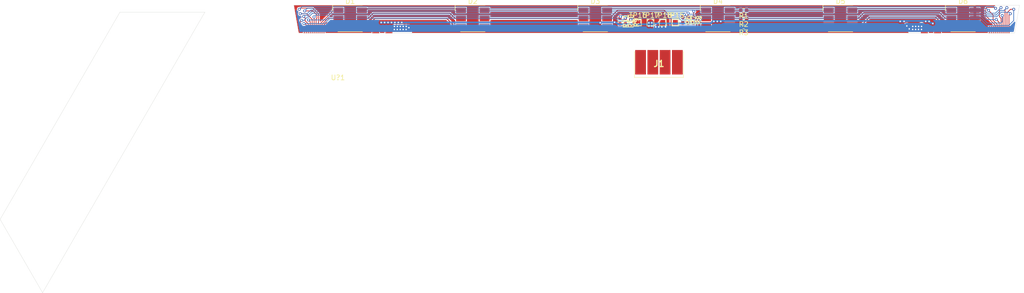
<source format=kicad_pcb>
(kicad_pcb (version 20171130) (host pcbnew "(5.1.10)-1")

  (general
    (thickness 1.6)
    (drawings 11)
    (tracks 408)
    (zones 0)
    (modules 22)
    (nets 41)
  )

  (page A4)
  (layers
    (0 F.Cu signal)
    (1 In1.Cu signal hide)
    (2 In2.Cu signal hide)
    (31 B.Cu signal)
    (32 B.Adhes user hide)
    (33 F.Adhes user hide)
    (34 B.Paste user hide)
    (35 F.Paste user hide)
    (36 B.SilkS user hide)
    (37 F.SilkS user hide)
    (38 B.Mask user hide)
    (39 F.Mask user hide)
    (40 Dwgs.User user)
    (41 Cmts.User user hide)
    (42 Eco1.User user hide)
    (43 Eco2.User user)
    (44 Edge.Cuts user)
    (45 Margin user)
    (46 B.CrtYd user)
    (47 F.CrtYd user)
    (48 B.Fab user hide)
    (49 F.Fab user)
  )

  (setup
    (last_trace_width 0.4)
    (user_trace_width 0.15)
    (user_trace_width 0.2)
    (user_trace_width 0.4)
    (user_trace_width 1)
    (trace_clearance 0.2)
    (zone_clearance 0)
    (zone_45_only no)
    (trace_min 0.15)
    (via_size 0.8)
    (via_drill 0.4)
    (via_min_size 0.4)
    (via_min_drill 0.3)
    (user_via 0.6 0.3)
    (uvia_size 0.3)
    (uvia_drill 0.1)
    (uvias_allowed no)
    (uvia_min_size 0.2)
    (uvia_min_drill 0.1)
    (edge_width 0.05)
    (segment_width 0.2)
    (pcb_text_width 0.3)
    (pcb_text_size 1.5 1.5)
    (mod_edge_width 0.12)
    (mod_text_size 1 1)
    (mod_text_width 0.15)
    (pad_size 1.4 1.5)
    (pad_drill 0)
    (pad_to_mask_clearance 0)
    (aux_axis_origin 0 0)
    (visible_elements 7FF9FF7F)
    (pcbplotparams
      (layerselection 0x010fc_ffffffff)
      (usegerberextensions false)
      (usegerberattributes true)
      (usegerberadvancedattributes true)
      (creategerberjobfile true)
      (excludeedgelayer true)
      (linewidth 0.100000)
      (plotframeref false)
      (viasonmask false)
      (mode 1)
      (useauxorigin false)
      (hpglpennumber 1)
      (hpglpenspeed 20)
      (hpglpendiameter 15.000000)
      (psnegative false)
      (psa4output false)
      (plotreference true)
      (plotvalue true)
      (plotinvisibletext false)
      (padsonsilk false)
      (subtractmaskfromsilk false)
      (outputformat 1)
      (mirror false)
      (drillshape 1)
      (scaleselection 1)
      (outputdirectory ""))
  )

  (net 0 "")
  (net 1 "Net-(D1-Pad6)")
  (net 2 "Net-(D1-Pad5)")
  (net 3 "Net-(D1-Pad4)")
  (net 4 "Net-(D2-Pad6)")
  (net 5 "Net-(D2-Pad5)")
  (net 6 "Net-(D2-Pad4)")
  (net 7 "Net-(D3-Pad6)")
  (net 8 "Net-(D3-Pad5)")
  (net 9 "Net-(D3-Pad4)")
  (net 10 "Net-(D4-Pad6)")
  (net 11 "Net-(D4-Pad5)")
  (net 12 "Net-(D4-Pad4)")
  (net 13 "Net-(D5-Pad6)")
  (net 14 "Net-(D5-Pad5)")
  (net 15 "Net-(D5-Pad4)")
  (net 16 +24V)
  (net 17 +6V)
  (net 18 GND)
  (net 19 /CON_DIN)
  (net 20 /CON1_DIN)
  (net 21 /CON2_DIN)
  (net 22 /CON3_DIN)
  (net 23 /CON_DOUT)
  (net 24 /CON1_DOUT)
  (net 25 /CON2_DOUT)
  (net 26 /CON3_DOUT)
  (net 27 "Net-(D5-Pad3)")
  (net 28 "Net-(D5-Pad2)")
  (net 29 "Net-(D5-Pad1)")
  (net 30 /BLUE)
  (net 31 /GREEN)
  (net 32 /RED)
  (net 33 "Net-(U1-Pad14)")
  (net 34 "Net-(U1-Pad13)")
  (net 35 "Net-(U1-Pad12)")
  (net 36 "Net-(J1-Pad4)")
  (net 37 "Net-(J1-Pad3)")
  (net 38 "Net-(J1-Pad2)")
  (net 39 "Net-(J1-Pad1)")
  (net 40 /DATA)

  (net_class Default "This is the default net class."
    (clearance 0.2)
    (trace_width 0.25)
    (via_dia 0.8)
    (via_drill 0.4)
    (uvia_dia 0.3)
    (uvia_drill 0.1)
    (add_net +24V)
    (add_net +6V)
    (add_net /BLUE)
    (add_net /CON1_DIN)
    (add_net /CON1_DOUT)
    (add_net /CON2_DIN)
    (add_net /CON2_DOUT)
    (add_net /CON3_DIN)
    (add_net /CON3_DOUT)
    (add_net /CON_DIN)
    (add_net /CON_DOUT)
    (add_net /DATA)
    (add_net /GREEN)
    (add_net /RED)
    (add_net GND)
    (add_net "Net-(D1-Pad4)")
    (add_net "Net-(D1-Pad5)")
    (add_net "Net-(D1-Pad6)")
    (add_net "Net-(D2-Pad4)")
    (add_net "Net-(D2-Pad5)")
    (add_net "Net-(D2-Pad6)")
    (add_net "Net-(D3-Pad4)")
    (add_net "Net-(D3-Pad5)")
    (add_net "Net-(D3-Pad6)")
    (add_net "Net-(D4-Pad4)")
    (add_net "Net-(D4-Pad5)")
    (add_net "Net-(D4-Pad6)")
    (add_net "Net-(D5-Pad1)")
    (add_net "Net-(D5-Pad2)")
    (add_net "Net-(D5-Pad3)")
    (add_net "Net-(D5-Pad4)")
    (add_net "Net-(D5-Pad5)")
    (add_net "Net-(D5-Pad6)")
    (add_net "Net-(J1-Pad1)")
    (add_net "Net-(J1-Pad2)")
    (add_net "Net-(J1-Pad3)")
    (add_net "Net-(J1-Pad4)")
    (add_net "Net-(U1-Pad12)")
    (add_net "Net-(U1-Pad13)")
    (add_net "Net-(U1-Pad14)")
  )

  (module TestPoint:TestPoint_Pad_1.0x1.0mm (layer F.Cu) (tedit 5A0F774F) (tstamp 61B9F948)
    (at 181.891522 47.581174)
    (descr "SMD rectangular pad as test Point, square 1.0mm side length")
    (tags "test point SMD pad rectangle square")
    (path /6157942F)
    (attr virtual)
    (fp_text reference TP15 (at 0 -1.448) (layer F.SilkS)
      (effects (font (size 1 1) (thickness 0.15)))
    )
    (fp_text value TestPoint (at 0 1.55) (layer F.Fab)
      (effects (font (size 1 1) (thickness 0.15)))
    )
    (fp_text user %R (at 0 -1.45) (layer F.Fab)
      (effects (font (size 1 1) (thickness 0.15)))
    )
    (fp_line (start 1 1) (end -1 1) (layer F.CrtYd) (width 0.05))
    (fp_line (start 1 1) (end 1 -1) (layer F.CrtYd) (width 0.05))
    (fp_line (start -1 -1) (end -1 1) (layer F.CrtYd) (width 0.05))
    (fp_line (start -1 -1) (end 1 -1) (layer F.CrtYd) (width 0.05))
    (fp_line (start -0.7 0.7) (end -0.7 -0.7) (layer F.SilkS) (width 0.12))
    (fp_line (start 0.7 0.7) (end -0.7 0.7) (layer F.SilkS) (width 0.12))
    (fp_line (start 0.7 -0.7) (end 0.7 0.7) (layer F.SilkS) (width 0.12))
    (fp_line (start -0.7 -0.7) (end 0.7 -0.7) (layer F.SilkS) (width 0.12))
    (pad 1 smd rect (at 0 0) (size 1 1) (layers F.Cu F.Mask)
      (net 19 /CON_DIN))
  )

  (module trianglepcb:CezarPins (layer F.Cu) (tedit 61B93545) (tstamp 61BA0F30)
    (at 243.08 49.06 180)
    (path /61A388A9)
    (fp_text reference U1 (at 0 9.8) (layer F.SilkS)
      (effects (font (size 1 1) (thickness 0.15)))
    )
    (fp_text value CezarPins (at 0 8.35) (layer F.Fab)
      (effects (font (size 1 1) (thickness 0.15)))
    )
    (fp_line (start 11.6 -1) (end -7.6 -1) (layer F.CrtYd) (width 0.12))
    (fp_line (start 11.6 1) (end 11.6 -1) (layer F.CrtYd) (width 0.12))
    (fp_line (start -7.6 1) (end 11.6 1) (layer F.CrtYd) (width 0.12))
    (fp_line (start -7.6 -1) (end -7.6 1) (layer F.CrtYd) (width 0.12))
    (pad 15 smd rect (at 7.71 0 180) (size 1.4 1.5) (layers F.Cu F.Paste F.Mask)
      (net 16 +24V))
    (pad 14 smd rect (at -2.85 0 180) (size 0.2 1.5) (layers F.Cu F.Paste F.Mask)
      (net 33 "Net-(U1-Pad14)"))
    (pad 13 smd rect (at -3.25 0 180) (size 0.2 1.5) (layers F.Cu F.Paste F.Mask)
      (net 34 "Net-(U1-Pad13)"))
    (pad 12 smd rect (at -3.65 0 180) (size 0.2 1.5) (layers F.Cu F.Paste F.Mask)
      (net 35 "Net-(U1-Pad12)"))
    (pad 10 smd rect (at -4.05 0 180) (size 0.2 1.5) (layers F.Cu F.Paste F.Mask)
      (net 40 /DATA))
    (pad 11 smd rect (at 10.4 0 180) (size 1.4 1.5) (layers F.Cu F.Paste F.Mask)
      (net 18 GND))
    (pad 7 smd rect (at -5.25 0 180) (size 0.2 1.5) (layers F.Cu F.Paste F.Mask)
      (net 22 /CON3_DIN))
    (pad 9 smd rect (at -4.45 0 180) (size 0.2 1.5) (layers F.Cu F.Paste F.Mask)
      (net 17 +6V))
    (pad 6 smd rect (at -5.65 0 180) (size 0.2 1.5) (layers F.Cu F.Paste F.Mask)
      (net 25 /CON2_DOUT))
    (pad 8 smd rect (at -4.85 0 180) (size 0.2 1.5) (layers F.Cu F.Paste F.Mask)
      (net 26 /CON3_DOUT))
    (pad 5 smd rect (at -6.05 0 180) (size 0.2 1.5) (layers F.Cu F.Paste F.Mask)
      (net 21 /CON2_DIN))
    (pad 4 smd rect (at -6.45 0 180) (size 0.2 1.5) (layers F.Cu F.Paste F.Mask)
      (net 24 /CON1_DOUT))
    (pad 3 smd rect (at -6.85 0 180) (size 0.2 1.5) (layers F.Cu F.Paste F.Mask)
      (net 20 /CON1_DIN))
  )

  (module trianglepcb:CezarPins (layer F.Cu) (tedit 61B93545) (tstamp 61980FF5)
    (at 113.08 49.06)
    (path /619AA8E5)
    (fp_text reference U?1 (at 0 9.8) (layer F.SilkS)
      (effects (font (size 1 1) (thickness 0.15)))
    )
    (fp_text value CezarPins (at 0 8.35) (layer F.Fab)
      (effects (font (size 1 1) (thickness 0.15)))
    )
    (fp_line (start 11.6 -1) (end -7.6 -1) (layer F.CrtYd) (width 0.12))
    (fp_line (start 11.6 1) (end 11.6 -1) (layer F.CrtYd) (width 0.12))
    (fp_line (start -7.6 1) (end 11.6 1) (layer F.CrtYd) (width 0.12))
    (fp_line (start -7.6 -1) (end -7.6 1) (layer F.CrtYd) (width 0.12))
    (pad 15 smd rect (at 7.71 0) (size 1.4 1.5) (layers F.Cu F.Paste F.Mask)
      (net 16 +24V))
    (pad 14 smd rect (at -2.85 0) (size 0.2 1.5) (layers F.Cu F.Paste F.Mask)
      (net 30 /BLUE))
    (pad 13 smd rect (at -3.25 0) (size 0.2 1.5) (layers F.Cu F.Paste F.Mask)
      (net 31 /GREEN))
    (pad 12 smd rect (at -3.65 0) (size 0.2 1.5) (layers F.Cu F.Paste F.Mask)
      (net 32 /RED))
    (pad 10 smd rect (at -4.05 0) (size 0.2 1.5) (layers F.Cu F.Paste F.Mask)
      (net 40 /DATA))
    (pad 11 smd rect (at 10.4 0) (size 1.4 1.5) (layers F.Cu F.Paste F.Mask)
      (net 18 GND))
    (pad 7 smd rect (at -5.25 0) (size 0.2 1.5) (layers F.Cu F.Paste F.Mask)
      (net 22 /CON3_DIN))
    (pad 9 smd rect (at -4.45 0) (size 0.2 1.5) (layers F.Cu F.Paste F.Mask)
      (net 17 +6V))
    (pad 6 smd rect (at -5.65 0) (size 0.2 1.5) (layers F.Cu F.Paste F.Mask)
      (net 25 /CON2_DOUT))
    (pad 8 smd rect (at -4.85 0) (size 0.2 1.5) (layers F.Cu F.Paste F.Mask)
      (net 26 /CON3_DOUT))
    (pad 5 smd rect (at -6.05 0) (size 0.2 1.5) (layers F.Cu F.Paste F.Mask)
      (net 21 /CON2_DIN))
    (pad 4 smd rect (at -6.45 0) (size 0.2 1.5) (layers F.Cu F.Paste F.Mask)
      (net 24 /CON1_DOUT))
    (pad 3 smd rect (at -6.85 0) (size 0.2 1.5) (layers F.Cu F.Paste F.Mask)
      (net 20 /CON1_DIN))
  )

  (module LED_SMD:LED_RGB_5050-6 (layer F.Cu) (tedit 59155824) (tstamp 61986B39)
    (at 140.579942 46.778394)
    (descr http://cdn.sparkfun.com/datasheets/Components/LED/5060BRG4.pdf)
    (tags "RGB LED 5050-6")
    (path /61572AF4)
    (attr smd)
    (fp_text reference D2 (at 0 -3.5 180) (layer F.SilkS)
      (effects (font (size 1 1) (thickness 0.15)))
    )
    (fp_text value LED_RGB (at 0 3.3) (layer F.Fab)
      (effects (font (size 1 1) (thickness 0.15)))
    )
    (fp_circle (center 0 0) (end 0 -1.9) (layer F.Fab) (width 0.1))
    (fp_line (start -3.65 -2.75) (end -3.65 2.75) (layer F.CrtYd) (width 0.05))
    (fp_line (start -3.65 2.75) (end 3.65 2.75) (layer F.CrtYd) (width 0.05))
    (fp_line (start 3.65 2.75) (end 3.65 -2.75) (layer F.CrtYd) (width 0.05))
    (fp_line (start 3.65 -2.75) (end -3.65 -2.75) (layer F.CrtYd) (width 0.05))
    (fp_line (start 2.5 2.7) (end -2.5 2.7) (layer F.SilkS) (width 0.12))
    (fp_line (start -3.6 -1.6) (end -3.6 -2.7) (layer F.SilkS) (width 0.12))
    (fp_line (start -3.6 -2.7) (end 2.5 -2.7) (layer F.SilkS) (width 0.12))
    (fp_line (start -2.5 -2.5) (end -2.5 2.5) (layer F.Fab) (width 0.1))
    (fp_line (start -2.5 2.5) (end 2.5 2.5) (layer F.Fab) (width 0.1))
    (fp_line (start 2.5 2.5) (end 2.5 -2.5) (layer F.Fab) (width 0.1))
    (fp_line (start 2.5 -2.5) (end -2.5 -2.5) (layer F.Fab) (width 0.1))
    (fp_line (start -2.5 -1.9) (end -1.9 -2.5) (layer F.Fab) (width 0.1))
    (fp_text user %R (at 0 0) (layer F.Fab)
      (effects (font (size 0.6 0.6) (thickness 0.06)))
    )
    (pad 6 smd rect (at 2.4 -1.7 90) (size 1.1 2) (layers F.Cu F.Paste F.Mask)
      (net 4 "Net-(D2-Pad6)"))
    (pad 5 smd rect (at 2.4 0 90) (size 1.1 2) (layers F.Cu F.Paste F.Mask)
      (net 5 "Net-(D2-Pad5)"))
    (pad 4 smd rect (at 2.4 1.7 90) (size 1.1 2) (layers F.Cu F.Paste F.Mask)
      (net 6 "Net-(D2-Pad4)"))
    (pad 3 smd rect (at -2.4 1.7 90) (size 1.1 2) (layers F.Cu F.Paste F.Mask)
      (net 3 "Net-(D1-Pad4)"))
    (pad 2 smd rect (at -2.4 0 90) (size 1.1 2) (layers F.Cu F.Paste F.Mask)
      (net 2 "Net-(D1-Pad5)"))
    (pad 1 smd rect (at -2.4 -1.7 90) (size 1.1 2) (layers F.Cu F.Paste F.Mask)
      (net 1 "Net-(D1-Pad6)"))
    (model ${KISYS3DMOD}/LED_SMD.3dshapes/LED_RGB_5050-6.wrl
      (at (xyz 0 0 0))
      (scale (xyz 1 1 1))
      (rotate (xyz 0 0 0))
    )
  )

  (module SamacSys_Parts:009155004201006 (layer F.Cu) (tedit 0) (tstamp 61989624)
    (at 178.55 56.02)
    (descr 009155004201006)
    (tags Connector)
    (path /6198660F)
    (attr smd)
    (fp_text reference J1 (at 0 0) (layer F.SilkS)
      (effects (font (size 1.27 1.27) (thickness 0.254)))
    )
    (fp_text value 009155004201006 (at 0 0) (layer F.SilkS) hide
      (effects (font (size 1.27 1.27) (thickness 0.254)))
    )
    (fp_line (start 5 2.8) (end 5 -2.5) (layer F.SilkS) (width 0.1))
    (fp_line (start -5 2.8) (end 5 2.8) (layer F.SilkS) (width 0.1))
    (fp_line (start -5 -2.5) (end -5 2.8) (layer F.SilkS) (width 0.1))
    (fp_line (start -6 3.8) (end -6 -3.8) (layer F.CrtYd) (width 0.1))
    (fp_line (start 6 3.8) (end -6 3.8) (layer F.CrtYd) (width 0.1))
    (fp_line (start 6 -3.8) (end 6 3.8) (layer F.CrtYd) (width 0.1))
    (fp_line (start -6 -3.8) (end 6 -3.8) (layer F.CrtYd) (width 0.1))
    (fp_line (start -5 2.8) (end -5 -2.5) (layer F.Fab) (width 0.2))
    (fp_line (start 5 2.8) (end -5 2.8) (layer F.Fab) (width 0.2))
    (fp_line (start 5 -2.5) (end 5 2.8) (layer F.Fab) (width 0.2))
    (fp_line (start -5 -2.5) (end 5 -2.5) (layer F.Fab) (width 0.2))
    (fp_text user %R (at 0 0) (layer F.Fab)
      (effects (font (size 1.27 1.27) (thickness 0.254)))
    )
    (pad 4 smd rect (at 3.75 -0.3) (size 2.2 5) (layers F.Cu F.Paste F.Mask)
      (net 36 "Net-(J1-Pad4)"))
    (pad 3 smd rect (at 1.25 -0.3) (size 2.2 5) (layers F.Cu F.Paste F.Mask)
      (net 37 "Net-(J1-Pad3)"))
    (pad 2 smd rect (at -1.25 -0.3) (size 2.2 5) (layers F.Cu F.Paste F.Mask)
      (net 38 "Net-(J1-Pad2)"))
    (pad 1 smd rect (at -3.75 -0.3) (size 2.2 5) (layers F.Cu F.Paste F.Mask)
      (net 39 "Net-(J1-Pad1)"))
    (model C:\Users\Cezar\Downloads\SamacSys_Parts.3dshapes\009155004201006.stp
      (at (xyz 0 0 0))
      (scale (xyz 1 1 1))
      (rotate (xyz 0 0 0))
    )
  )

  (module Resistor_SMD:R_0402_1005Metric_Pad0.72x0.64mm_HandSolder (layer F.Cu) (tedit 5F6BB9E0) (tstamp 61BA1D60)
    (at 170.6 47.3 270)
    (descr "Resistor SMD 0402 (1005 Metric), square (rectangular) end terminal, IPC_7351 nominal with elongated pad for handsoldering. (Body size source: IPC-SM-782 page 72, https://www.pcb-3d.com/wordpress/wp-content/uploads/ipc-sm-782a_amendment_1_and_2.pdf), generated with kicad-footprint-generator")
    (tags "resistor handsolder")
    (path /616BC61E)
    (attr smd)
    (fp_text reference R11 (at 0 -1.17 90) (layer F.SilkS)
      (effects (font (size 1 1) (thickness 0.15)))
    )
    (fp_text value R (at 0 1.17 90) (layer F.Fab)
      (effects (font (size 1 1) (thickness 0.15)))
    )
    (fp_line (start -0.525 0.27) (end -0.525 -0.27) (layer F.Fab) (width 0.1))
    (fp_line (start -0.525 -0.27) (end 0.525 -0.27) (layer F.Fab) (width 0.1))
    (fp_line (start 0.525 -0.27) (end 0.525 0.27) (layer F.Fab) (width 0.1))
    (fp_line (start 0.525 0.27) (end -0.525 0.27) (layer F.Fab) (width 0.1))
    (fp_line (start -0.167621 -0.38) (end 0.167621 -0.38) (layer F.SilkS) (width 0.12))
    (fp_line (start -0.167621 0.38) (end 0.167621 0.38) (layer F.SilkS) (width 0.12))
    (fp_line (start -1.1 0.47) (end -1.1 -0.47) (layer F.CrtYd) (width 0.05))
    (fp_line (start -1.1 -0.47) (end 1.1 -0.47) (layer F.CrtYd) (width 0.05))
    (fp_line (start 1.1 -0.47) (end 1.1 0.47) (layer F.CrtYd) (width 0.05))
    (fp_line (start 1.1 0.47) (end -1.1 0.47) (layer F.CrtYd) (width 0.05))
    (fp_text user %R (at 0 0 90) (layer F.Fab)
      (effects (font (size 0.26 0.26) (thickness 0.04)))
    )
    (pad 2 smd roundrect (at 0.5975 0 270) (size 0.715 0.64) (layers F.Cu F.Paste F.Mask) (roundrect_rratio 0.25)
      (net 23 /CON_DOUT))
    (pad 1 smd roundrect (at -0.5975 0 270) (size 0.715 0.64) (layers F.Cu F.Paste F.Mask) (roundrect_rratio 0.25)
      (net 26 /CON3_DOUT))
    (model ${KISYS3DMOD}/Resistor_SMD.3dshapes/R_0402_1005Metric.wrl
      (at (xyz 0 0 0))
      (scale (xyz 1 1 1))
      (rotate (xyz 0 0 0))
    )
  )

  (module Resistor_SMD:R_0402_1005Metric_Pad0.72x0.64mm_HandSolder (layer F.Cu) (tedit 5F6BB9E0) (tstamp 61B93A6D)
    (at 171.7 47.3 270)
    (descr "Resistor SMD 0402 (1005 Metric), square (rectangular) end terminal, IPC_7351 nominal with elongated pad for handsoldering. (Body size source: IPC-SM-782 page 72, https://www.pcb-3d.com/wordpress/wp-content/uploads/ipc-sm-782a_amendment_1_and_2.pdf), generated with kicad-footprint-generator")
    (tags "resistor handsolder")
    (path /616BC618)
    (attr smd)
    (fp_text reference R10 (at 0 -1.17 90) (layer F.SilkS)
      (effects (font (size 1 1) (thickness 0.15)))
    )
    (fp_text value R (at 0 1.17 90) (layer F.Fab)
      (effects (font (size 1 1) (thickness 0.15)))
    )
    (fp_line (start -0.525 0.27) (end -0.525 -0.27) (layer F.Fab) (width 0.1))
    (fp_line (start -0.525 -0.27) (end 0.525 -0.27) (layer F.Fab) (width 0.1))
    (fp_line (start 0.525 -0.27) (end 0.525 0.27) (layer F.Fab) (width 0.1))
    (fp_line (start 0.525 0.27) (end -0.525 0.27) (layer F.Fab) (width 0.1))
    (fp_line (start -0.167621 -0.38) (end 0.167621 -0.38) (layer F.SilkS) (width 0.12))
    (fp_line (start -0.167621 0.38) (end 0.167621 0.38) (layer F.SilkS) (width 0.12))
    (fp_line (start -1.1 0.47) (end -1.1 -0.47) (layer F.CrtYd) (width 0.05))
    (fp_line (start -1.1 -0.47) (end 1.1 -0.47) (layer F.CrtYd) (width 0.05))
    (fp_line (start 1.1 -0.47) (end 1.1 0.47) (layer F.CrtYd) (width 0.05))
    (fp_line (start 1.1 0.47) (end -1.1 0.47) (layer F.CrtYd) (width 0.05))
    (fp_text user %R (at 0 0 90) (layer F.Fab)
      (effects (font (size 0.26 0.26) (thickness 0.04)))
    )
    (pad 2 smd roundrect (at 0.5975 0 270) (size 0.715 0.64) (layers F.Cu F.Paste F.Mask) (roundrect_rratio 0.25)
      (net 23 /CON_DOUT))
    (pad 1 smd roundrect (at -0.5975 0 270) (size 0.715 0.64) (layers F.Cu F.Paste F.Mask) (roundrect_rratio 0.25)
      (net 25 /CON2_DOUT))
    (model ${KISYS3DMOD}/Resistor_SMD.3dshapes/R_0402_1005Metric.wrl
      (at (xyz 0 0 0))
      (scale (xyz 1 1 1))
      (rotate (xyz 0 0 0))
    )
  )

  (module Resistor_SMD:R_0402_1005Metric_Pad0.72x0.64mm_HandSolder (layer F.Cu) (tedit 5F6BB9E0) (tstamp 61BA385A)
    (at 172.8 47.6025 270)
    (descr "Resistor SMD 0402 (1005 Metric), square (rectangular) end terminal, IPC_7351 nominal with elongated pad for handsoldering. (Body size source: IPC-SM-782 page 72, https://www.pcb-3d.com/wordpress/wp-content/uploads/ipc-sm-782a_amendment_1_and_2.pdf), generated with kicad-footprint-generator")
    (tags "resistor handsolder")
    (path /616BC612)
    (attr smd)
    (fp_text reference R9 (at 0 -1.17 90) (layer F.SilkS)
      (effects (font (size 1 1) (thickness 0.15)))
    )
    (fp_text value R (at 0 1.17 90) (layer F.Fab)
      (effects (font (size 1 1) (thickness 0.15)))
    )
    (fp_line (start -0.525 0.27) (end -0.525 -0.27) (layer F.Fab) (width 0.1))
    (fp_line (start -0.525 -0.27) (end 0.525 -0.27) (layer F.Fab) (width 0.1))
    (fp_line (start 0.525 -0.27) (end 0.525 0.27) (layer F.Fab) (width 0.1))
    (fp_line (start 0.525 0.27) (end -0.525 0.27) (layer F.Fab) (width 0.1))
    (fp_line (start -0.167621 -0.38) (end 0.167621 -0.38) (layer F.SilkS) (width 0.12))
    (fp_line (start -0.167621 0.38) (end 0.167621 0.38) (layer F.SilkS) (width 0.12))
    (fp_line (start -1.1 0.47) (end -1.1 -0.47) (layer F.CrtYd) (width 0.05))
    (fp_line (start -1.1 -0.47) (end 1.1 -0.47) (layer F.CrtYd) (width 0.05))
    (fp_line (start 1.1 -0.47) (end 1.1 0.47) (layer F.CrtYd) (width 0.05))
    (fp_line (start 1.1 0.47) (end -1.1 0.47) (layer F.CrtYd) (width 0.05))
    (fp_text user %R (at 0 0 90) (layer F.Fab)
      (effects (font (size 0.26 0.26) (thickness 0.04)))
    )
    (pad 2 smd roundrect (at 0.5975 0 270) (size 0.715 0.64) (layers F.Cu F.Paste F.Mask) (roundrect_rratio 0.25)
      (net 23 /CON_DOUT))
    (pad 1 smd roundrect (at -0.5975 0 270) (size 0.715 0.64) (layers F.Cu F.Paste F.Mask) (roundrect_rratio 0.25)
      (net 24 /CON1_DOUT))
    (model ${KISYS3DMOD}/Resistor_SMD.3dshapes/R_0402_1005Metric.wrl
      (at (xyz 0 0 0))
      (scale (xyz 1 1 1))
      (rotate (xyz 0 0 0))
    )
  )

  (module Resistor_SMD:R_0402_1005Metric_Pad0.72x0.64mm_HandSolder (layer F.Cu) (tedit 5F6BB9E0) (tstamp 61B9B059)
    (at 185.6 47.0975 270)
    (descr "Resistor SMD 0402 (1005 Metric), square (rectangular) end terminal, IPC_7351 nominal with elongated pad for handsoldering. (Body size source: IPC-SM-782 page 72, https://www.pcb-3d.com/wordpress/wp-content/uploads/ipc-sm-782a_amendment_1_and_2.pdf), generated with kicad-footprint-generator")
    (tags "resistor handsolder")
    (path /616B9E63)
    (attr smd)
    (fp_text reference R8 (at 0 -1.17 90) (layer F.SilkS)
      (effects (font (size 1 1) (thickness 0.15)))
    )
    (fp_text value R (at 0 1.17 90) (layer F.Fab)
      (effects (font (size 1 1) (thickness 0.15)))
    )
    (fp_line (start -0.525 0.27) (end -0.525 -0.27) (layer F.Fab) (width 0.1))
    (fp_line (start -0.525 -0.27) (end 0.525 -0.27) (layer F.Fab) (width 0.1))
    (fp_line (start 0.525 -0.27) (end 0.525 0.27) (layer F.Fab) (width 0.1))
    (fp_line (start 0.525 0.27) (end -0.525 0.27) (layer F.Fab) (width 0.1))
    (fp_line (start -0.167621 -0.38) (end 0.167621 -0.38) (layer F.SilkS) (width 0.12))
    (fp_line (start -0.167621 0.38) (end 0.167621 0.38) (layer F.SilkS) (width 0.12))
    (fp_line (start -1.1 0.47) (end -1.1 -0.47) (layer F.CrtYd) (width 0.05))
    (fp_line (start -1.1 -0.47) (end 1.1 -0.47) (layer F.CrtYd) (width 0.05))
    (fp_line (start 1.1 -0.47) (end 1.1 0.47) (layer F.CrtYd) (width 0.05))
    (fp_line (start 1.1 0.47) (end -1.1 0.47) (layer F.CrtYd) (width 0.05))
    (fp_text user %R (at 0 0 90) (layer F.Fab)
      (effects (font (size 0.26 0.26) (thickness 0.04)))
    )
    (pad 2 smd roundrect (at 0.5975 0 270) (size 0.715 0.64) (layers F.Cu F.Paste F.Mask) (roundrect_rratio 0.25)
      (net 19 /CON_DIN))
    (pad 1 smd roundrect (at -0.5975 0 270) (size 0.715 0.64) (layers F.Cu F.Paste F.Mask) (roundrect_rratio 0.25)
      (net 22 /CON3_DIN))
    (model ${KISYS3DMOD}/Resistor_SMD.3dshapes/R_0402_1005Metric.wrl
      (at (xyz 0 0 0))
      (scale (xyz 1 1 1))
      (rotate (xyz 0 0 0))
    )
  )

  (module Resistor_SMD:R_0402_1005Metric_Pad0.72x0.64mm_HandSolder (layer F.Cu) (tedit 5F6BB9E0) (tstamp 61B9B0B9)
    (at 184.5 47.0975 270)
    (descr "Resistor SMD 0402 (1005 Metric), square (rectangular) end terminal, IPC_7351 nominal with elongated pad for handsoldering. (Body size source: IPC-SM-782 page 72, https://www.pcb-3d.com/wordpress/wp-content/uploads/ipc-sm-782a_amendment_1_and_2.pdf), generated with kicad-footprint-generator")
    (tags "resistor handsolder")
    (path /616B7C30)
    (attr smd)
    (fp_text reference R7 (at 0 -1.17 90) (layer F.SilkS)
      (effects (font (size 1 1) (thickness 0.15)))
    )
    (fp_text value R (at 0 1.17 90) (layer F.Fab)
      (effects (font (size 1 1) (thickness 0.15)))
    )
    (fp_line (start -0.525 0.27) (end -0.525 -0.27) (layer F.Fab) (width 0.1))
    (fp_line (start -0.525 -0.27) (end 0.525 -0.27) (layer F.Fab) (width 0.1))
    (fp_line (start 0.525 -0.27) (end 0.525 0.27) (layer F.Fab) (width 0.1))
    (fp_line (start 0.525 0.27) (end -0.525 0.27) (layer F.Fab) (width 0.1))
    (fp_line (start -0.167621 -0.38) (end 0.167621 -0.38) (layer F.SilkS) (width 0.12))
    (fp_line (start -0.167621 0.38) (end 0.167621 0.38) (layer F.SilkS) (width 0.12))
    (fp_line (start -1.1 0.47) (end -1.1 -0.47) (layer F.CrtYd) (width 0.05))
    (fp_line (start -1.1 -0.47) (end 1.1 -0.47) (layer F.CrtYd) (width 0.05))
    (fp_line (start 1.1 -0.47) (end 1.1 0.47) (layer F.CrtYd) (width 0.05))
    (fp_line (start 1.1 0.47) (end -1.1 0.47) (layer F.CrtYd) (width 0.05))
    (fp_text user %R (at 0 0 90) (layer F.Fab)
      (effects (font (size 0.26 0.26) (thickness 0.04)))
    )
    (pad 2 smd roundrect (at 0.5975 0 270) (size 0.715 0.64) (layers F.Cu F.Paste F.Mask) (roundrect_rratio 0.25)
      (net 19 /CON_DIN))
    (pad 1 smd roundrect (at -0.5975 0 270) (size 0.715 0.64) (layers F.Cu F.Paste F.Mask) (roundrect_rratio 0.25)
      (net 21 /CON2_DIN))
    (model ${KISYS3DMOD}/Resistor_SMD.3dshapes/R_0402_1005Metric.wrl
      (at (xyz 0 0 0))
      (scale (xyz 1 1 1))
      (rotate (xyz 0 0 0))
    )
  )

  (module Resistor_SMD:R_0402_1005Metric_Pad0.72x0.64mm_HandSolder (layer F.Cu) (tedit 5F6BB9E0) (tstamp 61B9B089)
    (at 183.4 47.1 270)
    (descr "Resistor SMD 0402 (1005 Metric), square (rectangular) end terminal, IPC_7351 nominal with elongated pad for handsoldering. (Body size source: IPC-SM-782 page 72, https://www.pcb-3d.com/wordpress/wp-content/uploads/ipc-sm-782a_amendment_1_and_2.pdf), generated with kicad-footprint-generator")
    (tags "resistor handsolder")
    (path /616B5906)
    (attr smd)
    (fp_text reference R6 (at 0 -1.17 90) (layer F.SilkS)
      (effects (font (size 1 1) (thickness 0.15)))
    )
    (fp_text value R (at 0 1.17 90) (layer F.Fab)
      (effects (font (size 1 1) (thickness 0.15)))
    )
    (fp_line (start -0.525 0.27) (end -0.525 -0.27) (layer F.Fab) (width 0.1))
    (fp_line (start -0.525 -0.27) (end 0.525 -0.27) (layer F.Fab) (width 0.1))
    (fp_line (start 0.525 -0.27) (end 0.525 0.27) (layer F.Fab) (width 0.1))
    (fp_line (start 0.525 0.27) (end -0.525 0.27) (layer F.Fab) (width 0.1))
    (fp_line (start -0.167621 -0.38) (end 0.167621 -0.38) (layer F.SilkS) (width 0.12))
    (fp_line (start -0.167621 0.38) (end 0.167621 0.38) (layer F.SilkS) (width 0.12))
    (fp_line (start -1.1 0.47) (end -1.1 -0.47) (layer F.CrtYd) (width 0.05))
    (fp_line (start -1.1 -0.47) (end 1.1 -0.47) (layer F.CrtYd) (width 0.05))
    (fp_line (start 1.1 -0.47) (end 1.1 0.47) (layer F.CrtYd) (width 0.05))
    (fp_line (start 1.1 0.47) (end -1.1 0.47) (layer F.CrtYd) (width 0.05))
    (fp_text user %R (at 0 0 90) (layer F.Fab)
      (effects (font (size 0.26 0.26) (thickness 0.04)))
    )
    (pad 2 smd roundrect (at 0.5975 0 270) (size 0.715 0.64) (layers F.Cu F.Paste F.Mask) (roundrect_rratio 0.25)
      (net 19 /CON_DIN))
    (pad 1 smd roundrect (at -0.5975 0 270) (size 0.715 0.64) (layers F.Cu F.Paste F.Mask) (roundrect_rratio 0.25)
      (net 20 /CON1_DIN))
    (model ${KISYS3DMOD}/Resistor_SMD.3dshapes/R_0402_1005Metric.wrl
      (at (xyz 0 0 0))
      (scale (xyz 1 1 1))
      (rotate (xyz 0 0 0))
    )
  )

  (module Resistor_SMD:R_0402_1005Metric_Pad0.72x0.64mm_HandSolder (layer F.Cu) (tedit 5F6BB9E0) (tstamp 61986A72)
    (at 195.830422 48.493394 180)
    (descr "Resistor SMD 0402 (1005 Metric), square (rectangular) end terminal, IPC_7351 nominal with elongated pad for handsoldering. (Body size source: IPC-SM-782 page 72, https://www.pcb-3d.com/wordpress/wp-content/uploads/ipc-sm-782a_amendment_1_and_2.pdf), generated with kicad-footprint-generator")
    (tags "resistor handsolder")
    (path /615D26A0)
    (attr smd)
    (fp_text reference R3 (at 0 -1.17) (layer F.SilkS)
      (effects (font (size 1 1) (thickness 0.15)))
    )
    (fp_text value R (at 0 1.17) (layer F.Fab)
      (effects (font (size 1 1) (thickness 0.15)))
    )
    (fp_line (start -0.525 0.27) (end -0.525 -0.27) (layer F.Fab) (width 0.1))
    (fp_line (start -0.525 -0.27) (end 0.525 -0.27) (layer F.Fab) (width 0.1))
    (fp_line (start 0.525 -0.27) (end 0.525 0.27) (layer F.Fab) (width 0.1))
    (fp_line (start 0.525 0.27) (end -0.525 0.27) (layer F.Fab) (width 0.1))
    (fp_line (start -0.167621 -0.38) (end 0.167621 -0.38) (layer F.SilkS) (width 0.12))
    (fp_line (start -0.167621 0.38) (end 0.167621 0.38) (layer F.SilkS) (width 0.12))
    (fp_line (start -1.1 0.47) (end -1.1 -0.47) (layer F.CrtYd) (width 0.05))
    (fp_line (start -1.1 -0.47) (end 1.1 -0.47) (layer F.CrtYd) (width 0.05))
    (fp_line (start 1.1 -0.47) (end 1.1 0.47) (layer F.CrtYd) (width 0.05))
    (fp_line (start 1.1 0.47) (end -1.1 0.47) (layer F.CrtYd) (width 0.05))
    (fp_text user %R (at 0 0) (layer F.Fab)
      (effects (font (size 0.26 0.26) (thickness 0.04)))
    )
    (pad 2 smd roundrect (at 0.5975 0 180) (size 0.715 0.64) (layers F.Cu F.Paste F.Mask) (roundrect_rratio 0.25)
      (net 12 "Net-(D4-Pad4)"))
    (pad 1 smd roundrect (at -0.5975 0 180) (size 0.715 0.64) (layers F.Cu F.Paste F.Mask) (roundrect_rratio 0.25)
      (net 27 "Net-(D5-Pad3)"))
    (model ${KISYS3DMOD}/Resistor_SMD.3dshapes/R_0402_1005Metric.wrl
      (at (xyz 0 0 0))
      (scale (xyz 1 1 1))
      (rotate (xyz 0 0 0))
    )
  )

  (module Resistor_SMD:R_0402_1005Metric_Pad0.72x0.64mm_HandSolder (layer F.Cu) (tedit 5F6BB9E0) (tstamp 61986A42)
    (at 195.830422 46.793394 180)
    (descr "Resistor SMD 0402 (1005 Metric), square (rectangular) end terminal, IPC_7351 nominal with elongated pad for handsoldering. (Body size source: IPC-SM-782 page 72, https://www.pcb-3d.com/wordpress/wp-content/uploads/ipc-sm-782a_amendment_1_and_2.pdf), generated with kicad-footprint-generator")
    (tags "resistor handsolder")
    (path /615D249D)
    (attr smd)
    (fp_text reference R2 (at 0 -1.17) (layer F.SilkS)
      (effects (font (size 1 1) (thickness 0.15)))
    )
    (fp_text value R (at 0 1.17) (layer F.Fab)
      (effects (font (size 1 1) (thickness 0.15)))
    )
    (fp_line (start -0.525 0.27) (end -0.525 -0.27) (layer F.Fab) (width 0.1))
    (fp_line (start -0.525 -0.27) (end 0.525 -0.27) (layer F.Fab) (width 0.1))
    (fp_line (start 0.525 -0.27) (end 0.525 0.27) (layer F.Fab) (width 0.1))
    (fp_line (start 0.525 0.27) (end -0.525 0.27) (layer F.Fab) (width 0.1))
    (fp_line (start -0.167621 -0.38) (end 0.167621 -0.38) (layer F.SilkS) (width 0.12))
    (fp_line (start -0.167621 0.38) (end 0.167621 0.38) (layer F.SilkS) (width 0.12))
    (fp_line (start -1.1 0.47) (end -1.1 -0.47) (layer F.CrtYd) (width 0.05))
    (fp_line (start -1.1 -0.47) (end 1.1 -0.47) (layer F.CrtYd) (width 0.05))
    (fp_line (start 1.1 -0.47) (end 1.1 0.47) (layer F.CrtYd) (width 0.05))
    (fp_line (start 1.1 0.47) (end -1.1 0.47) (layer F.CrtYd) (width 0.05))
    (fp_text user %R (at 0 0) (layer F.Fab)
      (effects (font (size 0.26 0.26) (thickness 0.04)))
    )
    (pad 2 smd roundrect (at 0.5975 0 180) (size 0.715 0.64) (layers F.Cu F.Paste F.Mask) (roundrect_rratio 0.25)
      (net 11 "Net-(D4-Pad5)"))
    (pad 1 smd roundrect (at -0.5975 0 180) (size 0.715 0.64) (layers F.Cu F.Paste F.Mask) (roundrect_rratio 0.25)
      (net 28 "Net-(D5-Pad2)"))
    (model ${KISYS3DMOD}/Resistor_SMD.3dshapes/R_0402_1005Metric.wrl
      (at (xyz 0 0 0))
      (scale (xyz 1 1 1))
      (rotate (xyz 0 0 0))
    )
  )

  (module Resistor_SMD:R_0402_1005Metric_Pad0.72x0.64mm_HandSolder (layer F.Cu) (tedit 5F6BB9E0) (tstamp 61986A12)
    (at 195.830422 45.093394 180)
    (descr "Resistor SMD 0402 (1005 Metric), square (rectangular) end terminal, IPC_7351 nominal with elongated pad for handsoldering. (Body size source: IPC-SM-782 page 72, https://www.pcb-3d.com/wordpress/wp-content/uploads/ipc-sm-782a_amendment_1_and_2.pdf), generated with kicad-footprint-generator")
    (tags "resistor handsolder")
    (path /615D15AD)
    (attr smd)
    (fp_text reference R1 (at 0 -1.17) (layer F.SilkS)
      (effects (font (size 1 1) (thickness 0.15)))
    )
    (fp_text value R (at 0 1.17) (layer F.Fab)
      (effects (font (size 1 1) (thickness 0.15)))
    )
    (fp_line (start -0.525 0.27) (end -0.525 -0.27) (layer F.Fab) (width 0.1))
    (fp_line (start -0.525 -0.27) (end 0.525 -0.27) (layer F.Fab) (width 0.1))
    (fp_line (start 0.525 -0.27) (end 0.525 0.27) (layer F.Fab) (width 0.1))
    (fp_line (start 0.525 0.27) (end -0.525 0.27) (layer F.Fab) (width 0.1))
    (fp_line (start -0.167621 -0.38) (end 0.167621 -0.38) (layer F.SilkS) (width 0.12))
    (fp_line (start -0.167621 0.38) (end 0.167621 0.38) (layer F.SilkS) (width 0.12))
    (fp_line (start -1.1 0.47) (end -1.1 -0.47) (layer F.CrtYd) (width 0.05))
    (fp_line (start -1.1 -0.47) (end 1.1 -0.47) (layer F.CrtYd) (width 0.05))
    (fp_line (start 1.1 -0.47) (end 1.1 0.47) (layer F.CrtYd) (width 0.05))
    (fp_line (start 1.1 0.47) (end -1.1 0.47) (layer F.CrtYd) (width 0.05))
    (fp_text user %R (at 0 0) (layer F.Fab)
      (effects (font (size 0.26 0.26) (thickness 0.04)))
    )
    (pad 2 smd roundrect (at 0.5975 0 180) (size 0.715 0.64) (layers F.Cu F.Paste F.Mask) (roundrect_rratio 0.25)
      (net 10 "Net-(D4-Pad6)"))
    (pad 1 smd roundrect (at -0.5975 0 180) (size 0.715 0.64) (layers F.Cu F.Paste F.Mask) (roundrect_rratio 0.25)
      (net 29 "Net-(D5-Pad1)"))
    (model ${KISYS3DMOD}/Resistor_SMD.3dshapes/R_0402_1005Metric.wrl
      (at (xyz 0 0 0))
      (scale (xyz 1 1 1))
      (rotate (xyz 0 0 0))
    )
  )

  (module LED_SMD:LED_RGB_5050-6 (layer F.Cu) (tedit 59155824) (tstamp 619869D4)
    (at 190.579942 46.778394)
    (descr http://cdn.sparkfun.com/datasheets/Components/LED/5060BRG4.pdf)
    (tags "RGB LED 5050-6")
    (path /61574838)
    (attr smd)
    (fp_text reference D4 (at 0 -3.5 180) (layer F.SilkS)
      (effects (font (size 1 1) (thickness 0.15)))
    )
    (fp_text value LED_RGB (at 0 3.3) (layer F.Fab)
      (effects (font (size 1 1) (thickness 0.15)))
    )
    (fp_circle (center 0 0) (end 0 -1.9) (layer F.Fab) (width 0.1))
    (fp_line (start -3.65 -2.75) (end -3.65 2.75) (layer F.CrtYd) (width 0.05))
    (fp_line (start -3.65 2.75) (end 3.65 2.75) (layer F.CrtYd) (width 0.05))
    (fp_line (start 3.65 2.75) (end 3.65 -2.75) (layer F.CrtYd) (width 0.05))
    (fp_line (start 3.65 -2.75) (end -3.65 -2.75) (layer F.CrtYd) (width 0.05))
    (fp_line (start 2.5 2.7) (end -2.5 2.7) (layer F.SilkS) (width 0.12))
    (fp_line (start -3.6 -1.6) (end -3.6 -2.7) (layer F.SilkS) (width 0.12))
    (fp_line (start -3.6 -2.7) (end 2.5 -2.7) (layer F.SilkS) (width 0.12))
    (fp_line (start -2.5 -2.5) (end -2.5 2.5) (layer F.Fab) (width 0.1))
    (fp_line (start -2.5 2.5) (end 2.5 2.5) (layer F.Fab) (width 0.1))
    (fp_line (start 2.5 2.5) (end 2.5 -2.5) (layer F.Fab) (width 0.1))
    (fp_line (start 2.5 -2.5) (end -2.5 -2.5) (layer F.Fab) (width 0.1))
    (fp_line (start -2.5 -1.9) (end -1.9 -2.5) (layer F.Fab) (width 0.1))
    (fp_text user %R (at 0 0) (layer F.Fab)
      (effects (font (size 0.6 0.6) (thickness 0.06)))
    )
    (pad 6 smd rect (at 2.4 -1.7 90) (size 1.1 2) (layers F.Cu F.Paste F.Mask)
      (net 10 "Net-(D4-Pad6)"))
    (pad 5 smd rect (at 2.4 0 90) (size 1.1 2) (layers F.Cu F.Paste F.Mask)
      (net 11 "Net-(D4-Pad5)"))
    (pad 4 smd rect (at 2.4 1.7 90) (size 1.1 2) (layers F.Cu F.Paste F.Mask)
      (net 12 "Net-(D4-Pad4)"))
    (pad 3 smd rect (at -2.4 1.7 90) (size 1.1 2) (layers F.Cu F.Paste F.Mask)
      (net 9 "Net-(D3-Pad4)"))
    (pad 2 smd rect (at -2.4 0 90) (size 1.1 2) (layers F.Cu F.Paste F.Mask)
      (net 8 "Net-(D3-Pad5)"))
    (pad 1 smd rect (at -2.4 -1.7 90) (size 1.1 2) (layers F.Cu F.Paste F.Mask)
      (net 7 "Net-(D3-Pad6)"))
    (model ${KISYS3DMOD}/LED_SMD.3dshapes/LED_RGB_5050-6.wrl
      (at (xyz 0 0 0))
      (scale (xyz 1 1 1))
      (rotate (xyz 0 0 0))
    )
  )

  (module TestPoint:TestPoint_Pad_1.0x1.0mm (layer F.Cu) (tedit 5A0F774F) (tstamp 61B9F921)
    (at 179.348662 47.581174)
    (descr "SMD rectangular pad as test Point, square 1.0mm side length")
    (tags "test point SMD pad rectangle square")
    (path /61689217)
    (attr virtual)
    (fp_text reference TP18 (at 0 -1.448) (layer F.SilkS)
      (effects (font (size 1 1) (thickness 0.15)))
    )
    (fp_text value GND (at 0 1.55) (layer F.Fab)
      (effects (font (size 1 1) (thickness 0.15)))
    )
    (fp_text user %R (at 0 -1.45) (layer F.Fab)
      (effects (font (size 1 1) (thickness 0.15)))
    )
    (fp_line (start 1 1) (end -1 1) (layer F.CrtYd) (width 0.05))
    (fp_line (start 1 1) (end 1 -1) (layer F.CrtYd) (width 0.05))
    (fp_line (start -1 -1) (end -1 1) (layer F.CrtYd) (width 0.05))
    (fp_line (start -1 -1) (end 1 -1) (layer F.CrtYd) (width 0.05))
    (fp_line (start -0.7 0.7) (end -0.7 -0.7) (layer F.SilkS) (width 0.12))
    (fp_line (start 0.7 0.7) (end -0.7 0.7) (layer F.SilkS) (width 0.12))
    (fp_line (start 0.7 -0.7) (end 0.7 0.7) (layer F.SilkS) (width 0.12))
    (fp_line (start -0.7 -0.7) (end 0.7 -0.7) (layer F.SilkS) (width 0.12))
    (pad 1 smd rect (at 0 0) (size 1 1) (layers F.Cu F.Mask)
      (net 18 GND))
  )

  (module TestPoint:TestPoint_Pad_1.0x1.0mm (layer F.Cu) (tedit 5A0F774F) (tstamp 61B9F96F)
    (at 176.811522 47.581174)
    (descr "SMD rectangular pad as test Point, square 1.0mm side length")
    (tags "test point SMD pad rectangle square")
    (path /61689211)
    (attr virtual)
    (fp_text reference TP17 (at 0 -1.448) (layer F.SilkS)
      (effects (font (size 1 1) (thickness 0.15)))
    )
    (fp_text value 24v (at 0 1.55) (layer F.Fab)
      (effects (font (size 1 1) (thickness 0.15)))
    )
    (fp_text user %R (at 0 -1.45) (layer F.Fab)
      (effects (font (size 1 1) (thickness 0.15)))
    )
    (fp_line (start 1 1) (end -1 1) (layer F.CrtYd) (width 0.05))
    (fp_line (start 1 1) (end 1 -1) (layer F.CrtYd) (width 0.05))
    (fp_line (start -1 -1) (end -1 1) (layer F.CrtYd) (width 0.05))
    (fp_line (start -1 -1) (end 1 -1) (layer F.CrtYd) (width 0.05))
    (fp_line (start -0.7 0.7) (end -0.7 -0.7) (layer F.SilkS) (width 0.12))
    (fp_line (start 0.7 0.7) (end -0.7 0.7) (layer F.SilkS) (width 0.12))
    (fp_line (start 0.7 -0.7) (end 0.7 0.7) (layer F.SilkS) (width 0.12))
    (fp_line (start -0.7 -0.7) (end 0.7 -0.7) (layer F.SilkS) (width 0.12))
    (pad 1 smd rect (at 0 0) (size 1 1) (layers F.Cu F.Mask)
      (net 16 +24V))
  )

  (module TestPoint:TestPoint_Pad_1.0x1.0mm (layer F.Cu) (tedit 5A0F774F) (tstamp 61B9F8FA)
    (at 174.271522 47.578634)
    (descr "SMD rectangular pad as test Point, square 1.0mm side length")
    (tags "test point SMD pad rectangle square")
    (path /615792E9)
    (attr virtual)
    (fp_text reference TP16 (at 0 -1.448) (layer F.SilkS)
      (effects (font (size 1 1) (thickness 0.15)))
    )
    (fp_text value TestPoint (at 0 1.55) (layer F.Fab)
      (effects (font (size 1 1) (thickness 0.15)))
    )
    (fp_text user %R (at 0 -1.45) (layer F.Fab)
      (effects (font (size 1 1) (thickness 0.15)))
    )
    (fp_line (start 1 1) (end -1 1) (layer F.CrtYd) (width 0.05))
    (fp_line (start 1 1) (end 1 -1) (layer F.CrtYd) (width 0.05))
    (fp_line (start -1 -1) (end -1 1) (layer F.CrtYd) (width 0.05))
    (fp_line (start -1 -1) (end 1 -1) (layer F.CrtYd) (width 0.05))
    (fp_line (start -0.7 0.7) (end -0.7 -0.7) (layer F.SilkS) (width 0.12))
    (fp_line (start 0.7 0.7) (end -0.7 0.7) (layer F.SilkS) (width 0.12))
    (fp_line (start 0.7 -0.7) (end 0.7 0.7) (layer F.SilkS) (width 0.12))
    (fp_line (start -0.7 -0.7) (end 0.7 -0.7) (layer F.SilkS) (width 0.12))
    (pad 1 smd rect (at 0 0) (size 1 1) (layers F.Cu F.Mask)
      (net 23 /CON_DOUT))
  )

  (module LED_SMD:LED_RGB_5050-6 (layer F.Cu) (tedit 59155824) (tstamp 61986BC3)
    (at 240.579942 46.778394)
    (descr http://cdn.sparkfun.com/datasheets/Components/LED/5060BRG4.pdf)
    (tags "RGB LED 5050-6")
    (path /61576940)
    (attr smd)
    (fp_text reference D6 (at 0 -3.5 180) (layer F.SilkS)
      (effects (font (size 1 1) (thickness 0.15)))
    )
    (fp_text value LED_RGB (at 0 3.3) (layer F.Fab)
      (effects (font (size 1 1) (thickness 0.15)))
    )
    (fp_circle (center 0 0) (end 0 -1.9) (layer F.Fab) (width 0.1))
    (fp_line (start -3.65 -2.75) (end -3.65 2.75) (layer F.CrtYd) (width 0.05))
    (fp_line (start -3.65 2.75) (end 3.65 2.75) (layer F.CrtYd) (width 0.05))
    (fp_line (start 3.65 2.75) (end 3.65 -2.75) (layer F.CrtYd) (width 0.05))
    (fp_line (start 3.65 -2.75) (end -3.65 -2.75) (layer F.CrtYd) (width 0.05))
    (fp_line (start 2.5 2.7) (end -2.5 2.7) (layer F.SilkS) (width 0.12))
    (fp_line (start -3.6 -1.6) (end -3.6 -2.7) (layer F.SilkS) (width 0.12))
    (fp_line (start -3.6 -2.7) (end 2.5 -2.7) (layer F.SilkS) (width 0.12))
    (fp_line (start -2.5 -2.5) (end -2.5 2.5) (layer F.Fab) (width 0.1))
    (fp_line (start -2.5 2.5) (end 2.5 2.5) (layer F.Fab) (width 0.1))
    (fp_line (start 2.5 2.5) (end 2.5 -2.5) (layer F.Fab) (width 0.1))
    (fp_line (start 2.5 -2.5) (end -2.5 -2.5) (layer F.Fab) (width 0.1))
    (fp_line (start -2.5 -1.9) (end -1.9 -2.5) (layer F.Fab) (width 0.1))
    (fp_text user %R (at 0 0) (layer F.Fab)
      (effects (font (size 0.6 0.6) (thickness 0.06)))
    )
    (pad 6 smd rect (at 2.4 -1.7 90) (size 1.1 2) (layers F.Cu F.Paste F.Mask)
      (net 16 +24V))
    (pad 5 smd rect (at 2.4 0 90) (size 1.1 2) (layers F.Cu F.Paste F.Mask)
      (net 16 +24V))
    (pad 4 smd rect (at 2.4 1.7 90) (size 1.1 2) (layers F.Cu F.Paste F.Mask)
      (net 16 +24V))
    (pad 3 smd rect (at -2.4 1.7 90) (size 1.1 2) (layers F.Cu F.Paste F.Mask)
      (net 15 "Net-(D5-Pad4)"))
    (pad 2 smd rect (at -2.4 0 90) (size 1.1 2) (layers F.Cu F.Paste F.Mask)
      (net 14 "Net-(D5-Pad5)"))
    (pad 1 smd rect (at -2.4 -1.7 90) (size 1.1 2) (layers F.Cu F.Paste F.Mask)
      (net 13 "Net-(D5-Pad6)"))
    (model ${KISYS3DMOD}/LED_SMD.3dshapes/LED_RGB_5050-6.wrl
      (at (xyz 0 0 0))
      (scale (xyz 1 1 1))
      (rotate (xyz 0 0 0))
    )
  )

  (module LED_SMD:LED_RGB_5050-6 (layer F.Cu) (tedit 59155824) (tstamp 61986B7E)
    (at 215.579942 46.778394)
    (descr http://cdn.sparkfun.com/datasheets/Components/LED/5060BRG4.pdf)
    (tags "RGB LED 5050-6")
    (path /61575693)
    (attr smd)
    (fp_text reference D5 (at 0 -3.5 180) (layer F.SilkS)
      (effects (font (size 1 1) (thickness 0.15)))
    )
    (fp_text value LED_RGB (at 0 3.3) (layer F.Fab)
      (effects (font (size 1 1) (thickness 0.15)))
    )
    (fp_circle (center 0 0) (end 0 -1.9) (layer F.Fab) (width 0.1))
    (fp_line (start -3.65 -2.75) (end -3.65 2.75) (layer F.CrtYd) (width 0.05))
    (fp_line (start -3.65 2.75) (end 3.65 2.75) (layer F.CrtYd) (width 0.05))
    (fp_line (start 3.65 2.75) (end 3.65 -2.75) (layer F.CrtYd) (width 0.05))
    (fp_line (start 3.65 -2.75) (end -3.65 -2.75) (layer F.CrtYd) (width 0.05))
    (fp_line (start 2.5 2.7) (end -2.5 2.7) (layer F.SilkS) (width 0.12))
    (fp_line (start -3.6 -1.6) (end -3.6 -2.7) (layer F.SilkS) (width 0.12))
    (fp_line (start -3.6 -2.7) (end 2.5 -2.7) (layer F.SilkS) (width 0.12))
    (fp_line (start -2.5 -2.5) (end -2.5 2.5) (layer F.Fab) (width 0.1))
    (fp_line (start -2.5 2.5) (end 2.5 2.5) (layer F.Fab) (width 0.1))
    (fp_line (start 2.5 2.5) (end 2.5 -2.5) (layer F.Fab) (width 0.1))
    (fp_line (start 2.5 -2.5) (end -2.5 -2.5) (layer F.Fab) (width 0.1))
    (fp_line (start -2.5 -1.9) (end -1.9 -2.5) (layer F.Fab) (width 0.1))
    (fp_text user %R (at 0 0) (layer F.Fab)
      (effects (font (size 0.6 0.6) (thickness 0.06)))
    )
    (pad 6 smd rect (at 2.4 -1.7 90) (size 1.1 2) (layers F.Cu F.Paste F.Mask)
      (net 13 "Net-(D5-Pad6)"))
    (pad 5 smd rect (at 2.4 0 90) (size 1.1 2) (layers F.Cu F.Paste F.Mask)
      (net 14 "Net-(D5-Pad5)"))
    (pad 4 smd rect (at 2.4 1.7 90) (size 1.1 2) (layers F.Cu F.Paste F.Mask)
      (net 15 "Net-(D5-Pad4)"))
    (pad 3 smd rect (at -2.4 1.7 90) (size 1.1 2) (layers F.Cu F.Paste F.Mask)
      (net 27 "Net-(D5-Pad3)"))
    (pad 2 smd rect (at -2.4 0 90) (size 1.1 2) (layers F.Cu F.Paste F.Mask)
      (net 28 "Net-(D5-Pad2)"))
    (pad 1 smd rect (at -2.4 -1.7 90) (size 1.1 2) (layers F.Cu F.Paste F.Mask)
      (net 29 "Net-(D5-Pad1)"))
    (model ${KISYS3DMOD}/LED_SMD.3dshapes/LED_RGB_5050-6.wrl
      (at (xyz 0 0 0))
      (scale (xyz 1 1 1))
      (rotate (xyz 0 0 0))
    )
  )

  (module LED_SMD:LED_RGB_5050-6 (layer F.Cu) (tedit 59155824) (tstamp 61986AAF)
    (at 165.579942 46.778394)
    (descr http://cdn.sparkfun.com/datasheets/Components/LED/5060BRG4.pdf)
    (tags "RGB LED 5050-6")
    (path /61573C69)
    (attr smd)
    (fp_text reference D3 (at 0 -3.5 180) (layer F.SilkS)
      (effects (font (size 1 1) (thickness 0.15)))
    )
    (fp_text value LED_RGB (at 0 3.3) (layer F.Fab)
      (effects (font (size 1 1) (thickness 0.15)))
    )
    (fp_circle (center 0 0) (end 0 -1.9) (layer F.Fab) (width 0.1))
    (fp_line (start -3.65 -2.75) (end -3.65 2.75) (layer F.CrtYd) (width 0.05))
    (fp_line (start -3.65 2.75) (end 3.65 2.75) (layer F.CrtYd) (width 0.05))
    (fp_line (start 3.65 2.75) (end 3.65 -2.75) (layer F.CrtYd) (width 0.05))
    (fp_line (start 3.65 -2.75) (end -3.65 -2.75) (layer F.CrtYd) (width 0.05))
    (fp_line (start 2.5 2.7) (end -2.5 2.7) (layer F.SilkS) (width 0.12))
    (fp_line (start -3.6 -1.6) (end -3.6 -2.7) (layer F.SilkS) (width 0.12))
    (fp_line (start -3.6 -2.7) (end 2.5 -2.7) (layer F.SilkS) (width 0.12))
    (fp_line (start -2.5 -2.5) (end -2.5 2.5) (layer F.Fab) (width 0.1))
    (fp_line (start -2.5 2.5) (end 2.5 2.5) (layer F.Fab) (width 0.1))
    (fp_line (start 2.5 2.5) (end 2.5 -2.5) (layer F.Fab) (width 0.1))
    (fp_line (start 2.5 -2.5) (end -2.5 -2.5) (layer F.Fab) (width 0.1))
    (fp_line (start -2.5 -1.9) (end -1.9 -2.5) (layer F.Fab) (width 0.1))
    (fp_text user %R (at 0 0) (layer F.Fab)
      (effects (font (size 0.6 0.6) (thickness 0.06)))
    )
    (pad 6 smd rect (at 2.4 -1.7 90) (size 1.1 2) (layers F.Cu F.Paste F.Mask)
      (net 7 "Net-(D3-Pad6)"))
    (pad 5 smd rect (at 2.4 0 90) (size 1.1 2) (layers F.Cu F.Paste F.Mask)
      (net 8 "Net-(D3-Pad5)"))
    (pad 4 smd rect (at 2.4 1.7 90) (size 1.1 2) (layers F.Cu F.Paste F.Mask)
      (net 9 "Net-(D3-Pad4)"))
    (pad 3 smd rect (at -2.4 1.7 90) (size 1.1 2) (layers F.Cu F.Paste F.Mask)
      (net 6 "Net-(D2-Pad4)"))
    (pad 2 smd rect (at -2.4 0 90) (size 1.1 2) (layers F.Cu F.Paste F.Mask)
      (net 5 "Net-(D2-Pad5)"))
    (pad 1 smd rect (at -2.4 -1.7 90) (size 1.1 2) (layers F.Cu F.Paste F.Mask)
      (net 4 "Net-(D2-Pad6)"))
    (model ${KISYS3DMOD}/LED_SMD.3dshapes/LED_RGB_5050-6.wrl
      (at (xyz 0 0 0))
      (scale (xyz 1 1 1))
      (rotate (xyz 0 0 0))
    )
  )

  (module LED_SMD:LED_RGB_5050-6 (layer F.Cu) (tedit 59155824) (tstamp 61986AF4)
    (at 115.579941 46.778394)
    (descr http://cdn.sparkfun.com/datasheets/Components/LED/5060BRG4.pdf)
    (tags "RGB LED 5050-6")
    (path /61570D2D)
    (attr smd)
    (fp_text reference D1 (at 0 -3.5 180) (layer F.SilkS)
      (effects (font (size 1 1) (thickness 0.15)))
    )
    (fp_text value LED_RGB (at 0 3.3) (layer F.Fab)
      (effects (font (size 1 1) (thickness 0.15)))
    )
    (fp_circle (center 0 0) (end 0 -1.9) (layer F.Fab) (width 0.1))
    (fp_line (start -3.65 -2.75) (end -3.65 2.75) (layer F.CrtYd) (width 0.05))
    (fp_line (start -3.65 2.75) (end 3.65 2.75) (layer F.CrtYd) (width 0.05))
    (fp_line (start 3.65 2.75) (end 3.65 -2.75) (layer F.CrtYd) (width 0.05))
    (fp_line (start 3.65 -2.75) (end -3.65 -2.75) (layer F.CrtYd) (width 0.05))
    (fp_line (start 2.5 2.7) (end -2.5 2.7) (layer F.SilkS) (width 0.12))
    (fp_line (start -3.6 -1.6) (end -3.6 -2.7) (layer F.SilkS) (width 0.12))
    (fp_line (start -3.6 -2.7) (end 2.5 -2.7) (layer F.SilkS) (width 0.12))
    (fp_line (start -2.5 -2.5) (end -2.5 2.5) (layer F.Fab) (width 0.1))
    (fp_line (start -2.5 2.5) (end 2.5 2.5) (layer F.Fab) (width 0.1))
    (fp_line (start 2.5 2.5) (end 2.5 -2.5) (layer F.Fab) (width 0.1))
    (fp_line (start 2.5 -2.5) (end -2.5 -2.5) (layer F.Fab) (width 0.1))
    (fp_line (start -2.5 -1.9) (end -1.9 -2.5) (layer F.Fab) (width 0.1))
    (fp_text user %R (at 0 0) (layer F.Fab)
      (effects (font (size 0.6 0.6) (thickness 0.06)))
    )
    (pad 6 smd rect (at 2.4 -1.7 90) (size 1.1 2) (layers F.Cu F.Paste F.Mask)
      (net 1 "Net-(D1-Pad6)"))
    (pad 5 smd rect (at 2.4 0 90) (size 1.1 2) (layers F.Cu F.Paste F.Mask)
      (net 2 "Net-(D1-Pad5)"))
    (pad 4 smd rect (at 2.4 1.7 90) (size 1.1 2) (layers F.Cu F.Paste F.Mask)
      (net 3 "Net-(D1-Pad4)"))
    (pad 3 smd rect (at -2.4 1.7 90) (size 1.1 2) (layers F.Cu F.Paste F.Mask)
      (net 30 /BLUE))
    (pad 2 smd rect (at -2.4 0 90) (size 1.1 2) (layers F.Cu F.Paste F.Mask)
      (net 31 /GREEN))
    (pad 1 smd rect (at -2.4 -1.7 90) (size 1.1 2) (layers F.Cu F.Paste F.Mask)
      (net 32 /RED))
    (model ${KISYS3DMOD}/LED_SMD.3dshapes/LED_RGB_5050-6.wrl
      (at (xyz 0 0 0))
      (scale (xyz 1 1 1))
      (rotate (xyz 0 0 0))
    )
  )

  (gr_line (start 178.079942 49.843394) (end 178.079942 47.843394) (layer F.Fab) (width 0.05) (tstamp 61BA145E))
  (gr_line (start 178.079942 49.843394) (end 251.079942 49.843394) (layer F.Fab) (width 0.05) (tstamp 61BA143D))
  (gr_line (start 105.079942 49.743394) (end 251.079942 49.743394) (layer Edge.Cuts) (width 0.05) (tstamp 6198966F))
  (gr_line (start 52.846177 102.809334) (end 85.946177 45.478453) (layer Edge.Cuts) (width 0.05) (tstamp 61957FA7))
  (gr_line (start 68.625796 45.478233) (end 85.946177 45.478453) (layer Edge.Cuts) (width 0.05) (tstamp 61957FC6))
  (gr_line (start 44.185795 87.809554) (end 68.625796 45.478233) (layer Edge.Cuts) (width 0.05))
  (gr_line (start 44.185795 87.809554) (end 52.846177 102.809334) (layer Edge.Cuts) (width 0.05) (tstamp 61957FC7))
  (gr_line (start 187 60) (end 187 53) (layer F.Fab) (width 0.15))
  (gr_line (start 251.079942 49.743394) (end 252.079942 44.043394) (layer Edge.Cuts) (width 0.05) (tstamp 6192BFA0))
  (gr_line (start 105.079942 49.743394) (end 104.079941 44.043394) (layer Edge.Cuts) (width 0.05) (tstamp 6192BF9F))
  (gr_line (start 104.079941 44.043394) (end 252.079942 44.043394) (layer Edge.Cuts) (width 0.05) (tstamp 6192BF98))

  (segment (start 137.901548 44.8) (end 138.179942 45.078394) (width 0.2) (layer F.Cu) (net 1))
  (segment (start 118.258335 44.8) (end 137.901548 44.8) (width 0.2) (layer F.Cu) (net 1))
  (segment (start 117.979941 45.078394) (end 118.258335 44.8) (width 0.2) (layer F.Cu) (net 1))
  (segment (start 119.221606 46.778394) (end 117.979941 46.778394) (width 0.2) (layer F.Cu) (net 2))
  (segment (start 120.3 45.7) (end 119.221606 46.778394) (width 0.2) (layer F.Cu) (net 2))
  (segment (start 135.9 45.7) (end 120.3 45.7) (width 0.2) (layer F.Cu) (net 2))
  (segment (start 136.978394 46.778394) (end 135.9 45.7) (width 0.2) (layer F.Cu) (net 2))
  (segment (start 138.179942 46.778394) (end 136.978394 46.778394) (width 0.2) (layer F.Cu) (net 2))
  (segment (start 135.301548 46.8) (end 136.979942 48.478394) (width 0.2) (layer F.Cu) (net 3))
  (segment (start 120.6 46.8) (end 135.301548 46.8) (width 0.2) (layer F.Cu) (net 3))
  (segment (start 136.979942 48.478394) (end 138.179942 48.478394) (width 0.2) (layer F.Cu) (net 3))
  (segment (start 118.921606 48.478394) (end 120.6 46.8) (width 0.2) (layer F.Cu) (net 3))
  (segment (start 117.979941 48.478394) (end 118.921606 48.478394) (width 0.2) (layer F.Cu) (net 3))
  (segment (start 142.979942 45.078394) (end 163.179942 45.078394) (width 0.2) (layer F.Cu) (net 4))
  (segment (start 162.729942 46.778394) (end 163.179942 46.778394) (width 0.2) (layer F.Cu) (net 5))
  (segment (start 142.979942 46.778394) (end 162.729942 46.778394) (width 0.2) (layer F.Cu) (net 5))
  (segment (start 144.179942 48.478394) (end 142.979942 48.478394) (width 0.2) (layer F.Cu) (net 6))
  (segment (start 163.179942 48.478394) (end 144.179942 48.478394) (width 0.2) (layer F.Cu) (net 6))
  (segment (start 168.358336 44.7) (end 167.979942 45.078394) (width 0.2) (layer F.Cu) (net 7))
  (segment (start 188.179942 45.078394) (end 187.801548 44.7) (width 0.2) (layer F.Cu) (net 7))
  (segment (start 187.801548 44.7) (end 168.358336 44.7) (width 0.2) (layer F.Cu) (net 7))
  (segment (start 186.979942 46.778394) (end 188.179942 46.778394) (width 0.2) (layer F.Cu) (net 8))
  (segment (start 186.25 47.508336) (end 186.979942 46.778394) (width 0.2) (layer F.Cu) (net 8))
  (segment (start 167.979942 46.778394) (end 168.429942 46.778394) (width 0.2) (layer F.Cu) (net 8))
  (segment (start 186.25 48.2) (end 186.25 47.508336) (width 0.2) (layer F.Cu) (net 8))
  (segment (start 186.05 48.4) (end 186.25 48.2) (width 0.2) (layer F.Cu) (net 8))
  (segment (start 181 48.15) (end 181.25 48.4) (width 0.2) (layer F.Cu) (net 8))
  (segment (start 181 46.5) (end 181 48.15) (width 0.2) (layer F.Cu) (net 8))
  (segment (start 179.600011 45.100011) (end 181 46.5) (width 0.2) (layer F.Cu) (net 8))
  (segment (start 168.429942 46.778394) (end 170.108325 45.100011) (width 0.2) (layer F.Cu) (net 8))
  (segment (start 170.108325 45.100011) (end 179.600011 45.100011) (width 0.2) (layer F.Cu) (net 8))
  (segment (start 181.25 48.4) (end 186.05 48.4) (width 0.2) (layer F.Cu) (net 8))
  (segment (start 188.058335 48.600001) (end 188.179942 48.478394) (width 0.2) (layer F.Cu) (net 9))
  (segment (start 167.979942 48.478394) (end 168.101549 48.600001) (width 0.2) (layer F.Cu) (net 9))
  (segment (start 167.979942 48.478394) (end 168.701548 49.2) (width 0.2) (layer F.Cu) (net 9))
  (segment (start 168.701548 49.2) (end 187.458336 49.2) (width 0.2) (layer F.Cu) (net 9))
  (segment (start 187.458336 49.2) (end 188.179942 48.478394) (width 0.2) (layer F.Cu) (net 9))
  (segment (start 192.994942 45.093394) (end 192.979942 45.078394) (width 0.2) (layer F.Cu) (net 10))
  (segment (start 195.232922 45.093394) (end 192.994942 45.093394) (width 0.2) (layer F.Cu) (net 10))
  (segment (start 192.994942 46.793394) (end 192.979942 46.778394) (width 0.2) (layer F.Cu) (net 11))
  (segment (start 195.232922 46.793394) (end 192.994942 46.793394) (width 0.2) (layer F.Cu) (net 11))
  (segment (start 192.994942 48.493394) (end 192.979942 48.478394) (width 0.2) (layer F.Cu) (net 12))
  (segment (start 195.232922 48.493394) (end 192.994942 48.493394) (width 0.2) (layer F.Cu) (net 12))
  (segment (start 237.851548 44.75) (end 238.179942 45.078394) (width 0.2) (layer F.Cu) (net 13))
  (segment (start 218.308336 44.75) (end 237.851548 44.75) (width 0.2) (layer F.Cu) (net 13))
  (segment (start 217.979942 45.078394) (end 218.308336 44.75) (width 0.2) (layer F.Cu) (net 13))
  (segment (start 219.179942 46.778394) (end 217.979942 46.778394) (width 0.2) (layer F.Cu) (net 14))
  (segment (start 220.358336 45.6) (end 219.179942 46.778394) (width 0.2) (layer F.Cu) (net 14))
  (segment (start 235.800002 45.6) (end 220.358336 45.6) (width 0.2) (layer F.Cu) (net 14))
  (segment (start 236.978396 46.778394) (end 235.800002 45.6) (width 0.2) (layer F.Cu) (net 14))
  (segment (start 238.179942 46.778394) (end 236.978396 46.778394) (width 0.2) (layer F.Cu) (net 14))
  (segment (start 236.928394 48.478394) (end 238.179942 48.478394) (width 0.2) (layer F.Cu) (net 15))
  (segment (start 234.95 46.5) (end 236.928394 48.478394) (width 0.2) (layer F.Cu) (net 15))
  (segment (start 221.5 46.5) (end 234.95 46.5) (width 0.2) (layer F.Cu) (net 15))
  (segment (start 219.521606 48.478394) (end 221.5 46.5) (width 0.2) (layer F.Cu) (net 15))
  (segment (start 217.979942 48.478394) (end 219.521606 48.478394) (width 0.2) (layer F.Cu) (net 15))
  (segment (start 120.79 49.06) (end 120.79 47.81) (width 0.4) (layer F.Cu) (net 16))
  (via (at 121.9 47.6) (size 0.6) (drill 0.3) (layers F.Cu B.Cu) (net 16))
  (segment (start 121.2 47.6) (end 121.9 47.6) (width 0.4) (layer F.Cu) (net 16))
  (via (at 122.6 47.6) (size 0.6) (drill 0.3) (layers F.Cu B.Cu) (net 16))
  (segment (start 121.9 47.6) (end 122.6 47.6) (width 0.4) (layer B.Cu) (net 16))
  (via (at 123.3 47.6) (size 0.6) (drill 0.3) (layers F.Cu B.Cu) (net 16))
  (via (at 124 47.6) (size 0.6) (drill 0.3) (layers F.Cu B.Cu) (net 16))
  (segment (start 123.3 47.6) (end 124 47.6) (width 0.4) (layer B.Cu) (net 16))
  (via (at 124.7 47.6) (size 0.6) (drill 0.3) (layers F.Cu B.Cu) (net 16))
  (via (at 125.4 47.6) (size 0.6) (drill 0.3) (layers F.Cu B.Cu) (net 16))
  (segment (start 124.7 47.6) (end 125.4 47.6) (width 0.4) (layer B.Cu) (net 16))
  (via (at 126.1 47.6) (size 0.6) (drill 0.3) (layers F.Cu B.Cu) (net 16))
  (segment (start 122.6 47.6) (end 123.3 47.6) (width 0.4) (layer B.Cu) (net 16))
  (segment (start 124 47.6) (end 124.7 47.6) (width 0.4) (layer B.Cu) (net 16))
  (segment (start 125.4 47.6) (end 126.1 47.6) (width 0.4) (layer B.Cu) (net 16))
  (segment (start 121.9 47.6) (end 126.1 47.6) (width 0.4) (layer F.Cu) (net 16))
  (segment (start 120.79 47.81) (end 121 47.6) (width 0.4) (layer F.Cu) (net 16))
  (segment (start 121 47.6) (end 121.2 47.6) (width 0.4) (layer F.Cu) (net 16))
  (segment (start 176.941791 47.881174) (end 177.154485 47.66848) (width 0.2) (layer F.Cu) (net 16) (tstamp 61BA35BF))
  (segment (start 176.831522 47.881174) (end 176.941791 47.881174) (width 0.2) (layer F.Cu) (net 16) (tstamp 61BA35C2))
  (segment (start 176.811522 47.881174) (end 176.598839 47.668491) (width 0.4) (layer F.Cu) (net 16) (tstamp 61BA35CB))
  (segment (start 176.392696 48.3) (end 176.811522 47.881174) (width 0.4) (layer F.Cu) (net 16) (tstamp 61BA35DA))
  (via (at 176.491524 47.668491) (size 0.6) (drill 0.3) (layers F.Cu B.Cu) (net 16) (tstamp 61BA35BC))
  (segment (start 176.454485 47.654485) (end 176.477518 47.654485) (width 0.2) (layer B.Cu) (net 16) (tstamp 61BA35C5))
  (segment (start 176.477518 47.654485) (end 176.491524 47.668491) (width 0.2) (layer B.Cu) (net 16) (tstamp 61BA35C8))
  (segment (start 176.523033 47.7) (end 176.491524 47.668491) (width 0.4) (layer B.Cu) (net 16) (tstamp 61BA35B6))
  (via (at 177.1 47.668491) (size 0.6) (drill 0.3) (layers F.Cu B.Cu) (net 16))
  (segment (start 177.1 47.6) (end 177.1 47.668491) (width 0.4) (layer B.Cu) (net 16) (tstamp 61BA35D1))
  (segment (start 176.491524 47.668491) (end 177.1 47.668491) (width 0.4) (layer B.Cu) (net 16) (tstamp 61BA35CE))
  (segment (start 177.131511 47.568489) (end 177.1 47.6) (width 0.4) (layer B.Cu) (net 16) (tstamp 61BA35D7))
  (via (at 177.1 48.3) (size 0.6) (drill 0.3) (layers F.Cu B.Cu) (net 16))
  (via (at 176.5 48.3) (size 0.6) (drill 0.3) (layers F.Cu B.Cu) (net 16) (tstamp 61BA35B9))
  (segment (start 176.491524 48.291524) (end 176.5 48.3) (width 0.4) (layer B.Cu) (net 16))
  (segment (start 176.491524 47.668491) (end 176.491524 48.291524) (width 0.4) (layer B.Cu) (net 16))
  (segment (start 176.5 48.3) (end 177.1 48.3) (width 0.4) (layer B.Cu) (net 16))
  (segment (start 177.1 48.1) (end 177.1 48.3) (width 0.4) (layer B.Cu) (net 16))
  (segment (start 177.1 47.668491) (end 177.1 48.1) (width 0.4) (layer B.Cu) (net 16))
  (segment (start 234.3 47.7) (end 234.4 47.8) (width 0.4) (layer B.Cu) (net 16))
  (segment (start 233.968489 47.7) (end 234.3 47.7) (width 0.4) (layer B.Cu) (net 16))
  (segment (start 235.37 48.77) (end 234.4 47.8) (width 0.4) (layer F.Cu) (net 16))
  (segment (start 235.37 49.01) (end 235.37 48.77) (width 0.4) (layer F.Cu) (net 16))
  (via (at 234.4 47.8) (size 0.6) (drill 0.3) (layers F.Cu B.Cu) (net 16))
  (segment (start 233.53698 47.268491) (end 233.968489 47.7) (width 0.4) (layer B.Cu) (net 16))
  (segment (start 169.828944 47.6) (end 170.197434 47.96849) (width 0.4) (layer B.Cu) (net 16))
  (segment (start 176.191525 47.96849) (end 176.491524 47.668491) (width 0.4) (layer B.Cu) (net 16))
  (segment (start 170.197434 47.96849) (end 176.191525 47.96849) (width 0.4) (layer B.Cu) (net 16))
  (via (at 169.5 47.55) (size 0.6) (drill 0.3) (layers F.Cu B.Cu) (net 16))
  (segment (start 169.55 47.6) (end 169.5 47.55) (width 0.4) (layer B.Cu) (net 16))
  (segment (start 169.55 47.6) (end 169.828944 47.6) (width 0.4) (layer B.Cu) (net 16))
  (via (at 166.565705 47.648378) (size 0.6) (drill 0.3) (layers F.Cu B.Cu) (net 16))
  (segment (start 166.614083 47.6) (end 166.565705 47.648378) (width 0.4) (layer B.Cu) (net 16))
  (segment (start 166.65 47.6) (end 166.614083 47.6) (width 0.4) (layer B.Cu) (net 16))
  (segment (start 126.1 47.6) (end 166.65 47.6) (width 0.4) (layer B.Cu) (net 16))
  (segment (start 166.65 47.6) (end 169.55 47.6) (width 0.4) (layer B.Cu) (net 16))
  (segment (start 189.631509 47.268491) (end 190.381509 47.268491) (width 0.4) (layer B.Cu) (net 16))
  (segment (start 190.381509 47.268491) (end 191.018491 47.268491) (width 0.4) (layer B.Cu) (net 16))
  (segment (start 191.018491 47.268491) (end 233.53698 47.268491) (width 0.4) (layer B.Cu) (net 16))
  (segment (start 191.049999 47.268491) (end 191.15 47.368492) (width 0.4) (layer B.Cu) (net 16))
  (via (at 190.45 47.368492) (size 0.6) (drill 0.3) (layers F.Cu B.Cu) (net 16))
  (segment (start 189.649999 47.268491) (end 189.75 47.368492) (width 0.4) (layer B.Cu) (net 16))
  (segment (start 190.381509 47.300001) (end 190.45 47.368492) (width 0.4) (layer B.Cu) (net 16))
  (segment (start 191.018491 47.268491) (end 191.049999 47.268491) (width 0.4) (layer B.Cu) (net 16))
  (segment (start 190.381509 47.268491) (end 190.381509 47.300001) (width 0.4) (layer B.Cu) (net 16))
  (via (at 189.75 47.368492) (size 0.6) (drill 0.3) (layers F.Cu B.Cu) (net 16))
  (via (at 191.15 47.368492) (size 0.6) (drill 0.3) (layers F.Cu B.Cu) (net 16))
  (segment (start 189.631509 47.268491) (end 189.649999 47.268491) (width 0.4) (layer B.Cu) (net 16))
  (via (at 232.95 47.3685) (size 0.6) (drill 0.3) (layers F.Cu B.Cu) (net 16))
  (via (at 233.65 47.368494) (size 0.6) (drill 0.3) (layers F.Cu B.Cu) (net 16))
  (segment (start 233.968489 47.7) (end 233.968489 47.686983) (width 0.4) (layer B.Cu) (net 16))
  (segment (start 233.649994 47.3685) (end 233.65 47.368494) (width 0.4) (layer B.Cu) (net 16))
  (segment (start 232.95 47.3685) (end 233.649994 47.3685) (width 0.4) (layer B.Cu) (net 16))
  (segment (start 233.968489 47.686983) (end 233.65 47.368494) (width 0.4) (layer B.Cu) (net 16))
  (segment (start 232.849993 47.268493) (end 228.640769 47.268493) (width 0.4) (layer B.Cu) (net 16))
  (segment (start 232.95 47.3685) (end 232.849993 47.268493) (width 0.4) (layer B.Cu) (net 16))
  (segment (start 228.640769 47.268493) (end 228.54077 47.368492) (width 0.4) (layer B.Cu) (net 16))
  (via (at 228.54077 47.368492) (size 0.6) (drill 0.3) (layers F.Cu B.Cu) (net 16))
  (via (at 227.75 47.368504) (size 0.6) (drill 0.3) (layers F.Cu B.Cu) (net 16))
  (segment (start 228.54077 47.368492) (end 227.750012 47.368492) (width 0.4) (layer B.Cu) (net 16))
  (segment (start 227.750012 47.368492) (end 227.75 47.368504) (width 0.4) (layer B.Cu) (net 16))
  (segment (start 189.100011 47.799989) (end 189.631509 47.268491) (width 0.4) (layer B.Cu) (net 16))
  (segment (start 177.1 48.1) (end 177.400011 47.799989) (width 0.4) (layer B.Cu) (net 16))
  (segment (start 177.400011 47.799989) (end 189.100011 47.799989) (width 0.4) (layer B.Cu) (net 16))
  (via (at 106.3 45.225) (size 0.6) (drill 0.3) (layers F.Cu B.Cu) (net 17))
  (segment (start 108.63 46.896012) (end 108.775001 46.751011) (width 0.15) (layer F.Cu) (net 17))
  (segment (start 108.63 49.06) (end 108.63 46.896012) (width 0.15) (layer F.Cu) (net 17))
  (segment (start 108.775001 46.751011) (end 108.775001 46.023999) (width 0.15) (layer F.Cu) (net 17))
  (segment (start 108.775001 46.023999) (end 107.976002 45.225) (width 0.15) (layer F.Cu) (net 17))
  (segment (start 107.976002 45.225) (end 106.3 45.225) (width 0.15) (layer F.Cu) (net 17))
  (via (at 245.775 45.12498) (size 0.6) (drill 0.3) (layers F.Cu B.Cu) (net 17))
  (segment (start 247.53 47.978627) (end 247.53 49.06) (width 0.15) (layer F.Cu) (net 17))
  (segment (start 246.7 47.148627) (end 247.53 47.978627) (width 0.15) (layer F.Cu) (net 17))
  (segment (start 246.7 46.04998) (end 246.7 47.148627) (width 0.15) (layer F.Cu) (net 17))
  (segment (start 245.775 45.12498) (end 246.7 46.04998) (width 0.15) (layer F.Cu) (net 17))
  (segment (start 106.3 45.225) (end 106.831585 44.693415) (width 0.15) (layer B.Cu) (net 17))
  (segment (start 245.343435 44.693415) (end 245.775 45.12498) (width 0.15) (layer B.Cu) (net 17))
  (segment (start 106.831585 44.693415) (end 245.343435 44.693415) (width 0.15) (layer B.Cu) (net 17))
  (segment (start 123.521616 49.018384) (end 123.48 49.018384) (width 1) (layer F.Cu) (net 18))
  (segment (start 127.781616 49.018384) (end 126.981616 49.018384) (width 1) (layer F.Cu) (net 18))
  (segment (start 127.781616 49.018384) (end 127.781616 48.881616) (width 1) (layer F.Cu) (net 18))
  (segment (start 127.781616 48.881616) (end 127.55 48.65) (width 1) (layer F.Cu) (net 18))
  (via (at 124.599999 48.400001) (size 0.6) (drill 0.3) (layers F.Cu B.Cu) (net 18))
  (segment (start 124.581616 49.018384) (end 123.521616 49.018384) (width 1) (layer F.Cu) (net 18) (tstamp 61BA1080))
  (via (at 124.581616 49.018384) (size 0.6) (drill 0.3) (layers F.Cu B.Cu) (net 18))
  (via (at 125.199999 48.400001) (size 0.6) (drill 0.3) (layers F.Cu B.Cu) (net 18))
  (segment (start 125.181616 49.018384) (end 124.581616 49.018384) (width 1) (layer F.Cu) (net 18) (tstamp 61BA1084))
  (via (at 125.181616 49.018384) (size 0.6) (drill 0.3) (layers F.Cu B.Cu) (net 18))
  (via (at 125.799999 48.400001) (size 0.6) (drill 0.3) (layers F.Cu B.Cu) (net 18))
  (segment (start 125.781616 49.018384) (end 125.181616 49.018384) (width 1) (layer F.Cu) (net 18) (tstamp 61BA1088))
  (via (at 125.781616 49.018384) (size 0.6) (drill 0.3) (layers F.Cu B.Cu) (net 18))
  (segment (start 126.381616 49.018384) (end 125.781616 49.018384) (width 1) (layer F.Cu) (net 18) (tstamp 61BA108C))
  (via (at 126.381616 49.018384) (size 0.6) (drill 0.3) (layers F.Cu B.Cu) (net 18))
  (via (at 126.999999 48.400001) (size 0.6) (drill 0.3) (layers F.Cu B.Cu) (net 18))
  (segment (start 126.981616 49.018384) (end 126.381616 49.018384) (width 1) (layer F.Cu) (net 18) (tstamp 61BA1090))
  (via (at 126.981616 49.018384) (size 0.6) (drill 0.3) (layers F.Cu B.Cu) (net 18))
  (via (at 127.55 48.65) (size 0.6) (drill 0.3) (layers F.Cu B.Cu) (net 18))
  (segment (start 229.9 48.9) (end 230.01 49.01) (width 1) (layer F.Cu) (net 18))
  (segment (start 230.01 49.01) (end 230.29 49.01) (width 1) (layer F.Cu) (net 18))
  (segment (start 229.6 48.9) (end 229.6 48.9) (width 1) (layer F.Cu) (net 18))
  (segment (start 229.6 48.9) (end 229.9 48.9) (width 1) (layer F.Cu) (net 18) (tstamp 61BA133E))
  (via (at 229.6 48.9) (size 0.6) (drill 0.3) (layers F.Cu B.Cu) (net 18))
  (segment (start 230.29 49.01) (end 230.89 49.01) (width 1) (layer F.Cu) (net 18) (tstamp 61BA1340))
  (via (at 230.29 49.01) (size 0.6) (drill 0.3) (layers F.Cu B.Cu) (net 18))
  (segment (start 230.89 49.01) (end 231.49 49.01) (width 1) (layer F.Cu) (net 18) (tstamp 61BA1342))
  (via (at 230.89 49.01) (size 0.6) (drill 0.3) (layers F.Cu B.Cu) (net 18))
  (segment (start 231.49 49.01) (end 232.09 49.01) (width 1) (layer F.Cu) (net 18) (tstamp 61BA1344))
  (via (at 231.49 49.01) (size 0.6) (drill 0.3) (layers F.Cu B.Cu) (net 18))
  (via (at 232.09 49.01) (size 0.6) (drill 0.3) (layers F.Cu B.Cu) (net 18))
  (segment (start 232.1 48.2) (end 232.1 48.2) (width 1) (layer F.Cu) (net 18) (tstamp 61BA1355))
  (via (at 126.399999 48.400001) (size 0.6) (drill 0.3) (layers F.Cu B.Cu) (net 18))
  (segment (start 124.95 48.65) (end 124.581616 49.018384) (width 1) (layer F.Cu) (net 18))
  (segment (start 127.55 48.65) (end 124.95 48.65) (width 1) (layer F.Cu) (net 18))
  (segment (start 231.5 48.40001) (end 232.1 48.40001) (width 1) (layer F.Cu) (net 18))
  (segment (start 230.9 48.40001) (end 231.5 48.40001) (width 1) (layer F.Cu) (net 18))
  (via (at 230.9 48.40001) (size 0.6) (drill 0.3) (layers F.Cu B.Cu) (net 18))
  (via (at 232.1 48.40001) (size 0.6) (drill 0.3) (layers F.Cu B.Cu) (net 18))
  (segment (start 230.3 48.40001) (end 230.9 48.40001) (width 1) (layer F.Cu) (net 18))
  (via (at 230.3 48.40001) (size 0.6) (drill 0.3) (layers F.Cu B.Cu) (net 18))
  (segment (start 232.09 48.41001) (end 232.1 48.40001) (width 1) (layer F.Cu) (net 18))
  (via (at 231.5 48.40001) (size 0.6) (drill 0.3) (layers F.Cu B.Cu) (net 18))
  (segment (start 232.09 49.01) (end 232.09 48.41001) (width 1) (layer F.Cu) (net 18))
  (via (at 179.9 48.5) (size 0.6) (drill 0.3) (layers F.Cu B.Cu) (net 18))
  (segment (start 179.348662 47.948662) (end 179.9 48.5) (width 0.4) (layer F.Cu) (net 18))
  (segment (start 179.348662 47.581174) (end 179.348662 47.948662) (width 0.4) (layer F.Cu) (net 18))
  (via (at 229.1 48.299996) (size 0.6) (drill 0.3) (layers F.Cu B.Cu) (net 18))
  (segment (start 230.3 48.40001) (end 229.200014 48.40001) (width 1) (layer F.Cu) (net 18))
  (segment (start 229.200014 48.40001) (end 229.1 48.299996) (width 1) (layer F.Cu) (net 18))
  (via (at 177.9 48.5) (size 0.6) (drill 0.3) (layers F.Cu B.Cu) (net 18))
  (segment (start 179.348662 47.581174) (end 178.818826 47.581174) (width 0.4) (layer F.Cu) (net 18))
  (segment (start 178.818826 47.581174) (end 177.9 48.5) (width 0.4) (layer F.Cu) (net 18))
  (segment (start 179.348662 47.651334) (end 179.348662 48.301336) (width 0.4) (layer F.Cu) (net 18))
  (segment (start 179.348662 47.581174) (end 179.348662 47.651334) (width 0.4) (layer F.Cu) (net 18))
  (via (at 179.149998 48.5) (size 0.6) (drill 0.3) (layers F.Cu B.Cu) (net 18))
  (segment (start 179.35 48.5) (end 179.149998 48.5) (width 0.4) (layer B.Cu) (net 18))
  (segment (start 179.348662 48.301336) (end 179.149998 48.5) (width 0.4) (layer F.Cu) (net 18))
  (via (at 178.499995 48.49999) (size 0.6) (drill 0.3) (layers F.Cu B.Cu) (net 18))
  (segment (start 178.500006 48.49999) (end 178.499995 48.49999) (width 0.4) (layer F.Cu) (net 18))
  (segment (start 179.348662 47.651334) (end 178.500006 48.49999) (width 0.4) (layer F.Cu) (net 18))
  (segment (start 183.1975 47.695) (end 183.2 47.6975) (width 0.15) (layer F.Cu) (net 19))
  (segment (start 184.2975 47.6975) (end 184.3 47.695) (width 0.15) (layer F.Cu) (net 19))
  (segment (start 183.2 47.6975) (end 184.2975 47.6975) (width 0.15) (layer F.Cu) (net 19))
  (segment (start 184.3 47.695) (end 185.4 47.695) (width 0.15) (layer F.Cu) (net 19))
  (segment (start 182.027848 47.6975) (end 181.911522 47.581174) (width 0.15) (layer F.Cu) (net 19))
  (segment (start 183.2 47.6975) (end 182.027848 47.6975) (width 0.15) (layer F.Cu) (net 19))
  (segment (start 249.93 46.07) (end 250.2 45.8) (width 0.15) (layer F.Cu) (net 20))
  (segment (start 249.93 49.01) (end 249.93 46.07) (width 0.15) (layer F.Cu) (net 20))
  (via (at 250.2 45.8) (size 0.6) (drill 0.3) (layers F.Cu B.Cu) (net 20))
  (segment (start 105.361114 47.474102) (end 105.661113 47.174103) (width 0.15) (layer F.Cu) (net 20))
  (segment (start 106.23 49.06) (end 105.361114 48.191114) (width 0.15) (layer F.Cu) (net 20))
  (via (at 105.661113 47.174103) (size 0.6) (drill 0.3) (layers F.Cu B.Cu) (net 20))
  (segment (start 105.361114 48.191114) (end 105.361114 47.474102) (width 0.15) (layer F.Cu) (net 20))
  (via (at 183.728147 45.97501) (size 0.6) (drill 0.3) (layers F.Cu B.Cu) (net 20))
  (segment (start 183.4 46.5025) (end 183.4 46.303157) (width 0.15) (layer F.Cu) (net 20))
  (segment (start 183.4 46.303157) (end 183.728147 45.97501) (width 0.15) (layer F.Cu) (net 20))
  (segment (start 107.089958 46.500022) (end 107.846534 45.743446) (width 0.15) (layer B.Cu) (net 20))
  (segment (start 106.825992 46.500022) (end 107.089958 46.500022) (width 0.15) (layer B.Cu) (net 20))
  (segment (start 183.496583 45.743446) (end 183.728147 45.97501) (width 0.15) (layer B.Cu) (net 20))
  (segment (start 107.846534 45.743446) (end 183.496583 45.743446) (width 0.15) (layer B.Cu) (net 20))
  (segment (start 106.151911 47.174103) (end 106.825992 46.500022) (width 0.15) (layer B.Cu) (net 20))
  (segment (start 105.661113 47.174103) (end 106.151911 47.174103) (width 0.15) (layer B.Cu) (net 20))
  (segment (start 244.553463 45.743447) (end 187.071582 45.743447) (width 0.15) (layer B.Cu) (net 20))
  (segment (start 250.2 45.8) (end 249.900022 45.500022) (width 0.15) (layer B.Cu) (net 20))
  (segment (start 248.358364 45.500022) (end 247.458384 46.400002) (width 0.15) (layer B.Cu) (net 20))
  (segment (start 186.565062 46.249967) (end 184.003104 46.249967) (width 0.15) (layer B.Cu) (net 20))
  (segment (start 184.003104 46.249967) (end 183.728147 45.97501) (width 0.15) (layer B.Cu) (net 20))
  (segment (start 245.210017 46.400001) (end 244.553463 45.743447) (width 0.15) (layer B.Cu) (net 20))
  (segment (start 247.458384 46.400002) (end 245.210017 46.400001) (width 0.15) (layer B.Cu) (net 20))
  (segment (start 249.900022 45.500022) (end 248.358364 45.500022) (width 0.15) (layer B.Cu) (net 20))
  (segment (start 187.071582 45.743447) (end 186.565062 46.249967) (width 0.15) (layer B.Cu) (net 20))
  (via (at 249.5 44.568406) (size 0.6) (drill 0.3) (layers F.Cu B.Cu) (net 21))
  (segment (start 249.140402 44.928004) (end 249.5 44.568406) (width 0.15) (layer F.Cu) (net 21))
  (segment (start 249.13 49.01) (end 249.140402 48.999598) (width 0.15) (layer F.Cu) (net 21))
  (segment (start 249.140402 48.999598) (end 249.140402 44.928004) (width 0.15) (layer F.Cu) (net 21))
  (segment (start 184.5 46.5) (end 184.5 45.674947) (width 0.15) (layer F.Cu) (net 21))
  (via (at 184.5 45.674947) (size 0.6) (drill 0.3) (layers F.Cu B.Cu) (net 21))
  (via (at 106.1 46.37501) (size 0.6) (drill 0.3) (layers F.Cu B.Cu) (net 21))
  (segment (start 107.03 47.880254) (end 106.399999 47.250253) (width 0.15) (layer F.Cu) (net 21))
  (segment (start 107.03 49.06) (end 107.03 47.880254) (width 0.15) (layer F.Cu) (net 21))
  (segment (start 106.399999 46.675009) (end 106.1 46.37501) (width 0.15) (layer F.Cu) (net 21))
  (segment (start 106.399999 47.250253) (end 106.399999 46.675009) (width 0.15) (layer F.Cu) (net 21))
  (segment (start 107.701555 45.393435) (end 106.944979 46.150011) (width 0.15) (layer B.Cu) (net 21))
  (segment (start 106.324999 46.150011) (end 106.1 46.37501) (width 0.15) (layer B.Cu) (net 21))
  (segment (start 106.944979 46.150011) (end 106.324999 46.150011) (width 0.15) (layer B.Cu) (net 21))
  (segment (start 184.218573 45.393435) (end 107.701555 45.393435) (width 0.15) (layer B.Cu) (net 21))
  (segment (start 184.5 45.674947) (end 184.218573 45.393435) (width 0.15) (layer B.Cu) (net 21))
  (segment (start 247.313405 46.049991) (end 245.354997 46.049991) (width 0.15) (layer B.Cu) (net 21))
  (segment (start 184.725009 45.899956) (end 184.5 45.674947) (width 0.15) (layer B.Cu) (net 21))
  (segment (start 245.354997 46.049991) (end 244.698442 45.393436) (width 0.15) (layer B.Cu) (net 21))
  (segment (start 186.420083 45.899956) (end 184.725009 45.899956) (width 0.15) (layer B.Cu) (net 21))
  (segment (start 249.5 44.568406) (end 248.918394 45.150012) (width 0.15) (layer B.Cu) (net 21))
  (segment (start 248.213384 45.150012) (end 247.313405 46.049991) (width 0.15) (layer B.Cu) (net 21))
  (segment (start 248.918394 45.150012) (end 248.213384 45.150012) (width 0.15) (layer B.Cu) (net 21))
  (segment (start 244.698442 45.393436) (end 186.926602 45.393437) (width 0.15) (layer B.Cu) (net 21))
  (segment (start 186.926602 45.393437) (end 186.420083 45.899956) (width 0.15) (layer B.Cu) (net 21))
  (via (at 248.3 44.568406) (size 0.6) (drill 0.3) (layers F.Cu B.Cu) (net 22))
  (segment (start 248.33 49.01) (end 248.33 46.758456) (width 0.15) (layer F.Cu) (net 22))
  (segment (start 247.97501 44.893396) (end 248.3 44.568406) (width 0.15) (layer F.Cu) (net 22))
  (segment (start 247.97501 46.403466) (end 247.97501 44.893396) (width 0.15) (layer F.Cu) (net 22))
  (segment (start 248.33 46.758456) (end 247.97501 46.403466) (width 0.15) (layer F.Cu) (net 22))
  (via (at 185.65 45.324932) (size 0.6) (drill 0.3) (layers F.Cu B.Cu) (net 22))
  (segment (start 185.6 46.5) (end 185.6 45.374932) (width 0.15) (layer F.Cu) (net 22))
  (segment (start 185.6 45.374932) (end 185.65 45.324932) (width 0.15) (layer F.Cu) (net 22))
  (via (at 105.4 45.8) (size 0.6) (drill 0.3) (layers F.Cu B.Cu) (net 22))
  (segment (start 106.673988 45.8) (end 105.4 45.8) (width 0.15) (layer F.Cu) (net 22))
  (segment (start 107.83 49.06) (end 107.83 46.956012) (width 0.15) (layer F.Cu) (net 22))
  (segment (start 107.83 46.956012) (end 106.673988 45.8) (width 0.15) (layer F.Cu) (net 22))
  (segment (start 185.368493 45.043425) (end 185.65 45.324932) (width 0.15) (layer B.Cu) (net 22))
  (segment (start 107.556574 45.043426) (end 185.368493 45.043425) (width 0.15) (layer B.Cu) (net 22))
  (segment (start 105.4 45.8) (end 106.8 45.8) (width 0.15) (layer B.Cu) (net 22))
  (segment (start 106.8 45.8) (end 107.556574 45.043426) (width 0.15) (layer B.Cu) (net 22))
  (segment (start 244.843426 45.043426) (end 245.49998 45.69998) (width 0.15) (layer B.Cu) (net 22))
  (segment (start 185.368493 45.043425) (end 244.843426 45.043426) (width 0.15) (layer B.Cu) (net 22))
  (segment (start 247.168426 45.69998) (end 248.3 44.568406) (width 0.15) (layer B.Cu) (net 22))
  (segment (start 245.49998 45.69998) (end 247.168426 45.69998) (width 0.15) (layer B.Cu) (net 22))
  (via (at 250.9 44.9) (size 0.6) (drill 0.3) (layers F.Cu B.Cu) (net 24))
  (segment (start 250.9 44.9) (end 250.248998 44.9) (width 0.15) (layer F.Cu) (net 24))
  (segment (start 250.248998 44.9) (end 249.53 45.618998) (width 0.15) (layer F.Cu) (net 24))
  (segment (start 249.53 45.618998) (end 249.53 49.01) (width 0.15) (layer F.Cu) (net 24))
  (via (at 248.565402 46.175) (size 0.6) (drill 0.3) (layers F.Cu B.Cu) (net 25))
  (segment (start 248.73 46.339598) (end 248.73 49.01) (width 0.15) (layer F.Cu) (net 25))
  (segment (start 248.565402 46.175) (end 248.73 46.339598) (width 0.15) (layer F.Cu) (net 25))
  (segment (start 171.607695 47.807695) (end 171.8 48) (width 0.4) (layer F.Cu) (net 23))
  (segment (start 170.6 47.8975) (end 171.7 47.8975) (width 0.15) (layer F.Cu) (net 23))
  (segment (start 172.4975 47.8975) (end 172.8 48.2) (width 0.15) (layer F.Cu) (net 23))
  (segment (start 171.7 47.8975) (end 172.4975 47.8975) (width 0.15) (layer F.Cu) (net 23))
  (segment (start 173.650156 48.2) (end 174.271522 47.578634) (width 0.15) (layer F.Cu) (net 23))
  (segment (start 172.8 48.2) (end 173.650156 48.2) (width 0.15) (layer F.Cu) (net 23))
  (via (at 106.146558 47.81) (size 0.6) (drill 0.3) (layers F.Cu B.Cu) (net 24))
  (segment (start 106.325002 47.81) (end 106.146558 47.81) (width 0.15) (layer F.Cu) (net 24))
  (segment (start 106.63 49.06) (end 106.63 48.114998) (width 0.15) (layer F.Cu) (net 24))
  (segment (start 106.63 48.114998) (end 106.325002 47.81) (width 0.15) (layer F.Cu) (net 24))
  (segment (start 172.818524 47) (end 172.8 47.018524) (width 0.15) (layer B.Cu) (net 24))
  (segment (start 172.818524 47) (end 172.818502 47) (width 0.15) (layer B.Cu) (net 24))
  (segment (start 172.818502 47) (end 172.8 47.018502) (width 0.15) (layer B.Cu) (net 24))
  (via (at 172.8 47.018502) (size 0.6) (drill 0.3) (layers F.Cu B.Cu) (net 24))
  (segment (start 169.694187 46.793479) (end 170.279019 47.378311) (width 0.15) (layer B.Cu) (net 24))
  (segment (start 172.440191 47.378311) (end 172.8 47.018502) (width 0.15) (layer B.Cu) (net 24))
  (segment (start 170.279019 47.378311) (end 172.440191 47.378311) (width 0.15) (layer B.Cu) (net 24))
  (segment (start 111.401509 46.793479) (end 169.694187 46.793479) (width 0.15) (layer B.Cu) (net 24))
  (segment (start 106.146558 47.81) (end 110.384988 47.81) (width 0.15) (layer B.Cu) (net 24))
  (segment (start 110.384988 47.81) (end 111.401509 46.793479) (width 0.15) (layer B.Cu) (net 24))
  (segment (start 245.463852 48.2) (end 244.057334 46.793482) (width 0.15) (layer B.Cu) (net 24))
  (segment (start 186.999999 47.3) (end 183.212151 47.299998) (width 0.15) (layer B.Cu) (net 24))
  (segment (start 249.9 48.2) (end 245.463852 48.2) (width 0.15) (layer B.Cu) (net 24))
  (segment (start 187.506517 46.793482) (end 186.999999 47.3) (width 0.15) (layer B.Cu) (net 24))
  (segment (start 183.212151 47.299998) (end 182.705632 46.793479) (width 0.15) (layer B.Cu) (net 24))
  (segment (start 244.057334 46.793482) (end 187.506517 46.793482) (width 0.15) (layer B.Cu) (net 24))
  (segment (start 182.705632 46.793479) (end 173.025045 46.793479) (width 0.15) (layer B.Cu) (net 24))
  (segment (start 250.9 47.2) (end 249.9 48.2) (width 0.15) (layer B.Cu) (net 24))
  (segment (start 250.9 44.9) (end 250.9 47.2) (width 0.15) (layer B.Cu) (net 24))
  (segment (start 173.025045 46.793479) (end 172.818524 47) (width 0.15) (layer B.Cu) (net 24))
  (via (at 107.07578 47.075032) (size 0.6) (drill 0.3) (layers F.Cu B.Cu) (net 25))
  (segment (start 107.43 49.06) (end 107.43 47.429252) (width 0.15) (layer F.Cu) (net 25))
  (segment (start 107.43 47.429252) (end 107.07578 47.075032) (width 0.15) (layer F.Cu) (net 25))
  (via (at 171.699996 46.668491) (size 0.6) (drill 0.3) (layers F.Cu B.Cu) (net 25))
  (segment (start 107.07578 47.075032) (end 110.624966 47.075032) (width 0.15) (layer B.Cu) (net 25))
  (segment (start 111.25653 46.443468) (end 169.839158 46.443468) (width 0.15) (layer B.Cu) (net 25))
  (segment (start 110.624966 47.075032) (end 111.25653 46.443468) (width 0.15) (layer B.Cu) (net 25))
  (segment (start 169.839158 46.443468) (end 170.423994 47.028304) (width 0.15) (layer B.Cu) (net 25))
  (segment (start 170.423994 47.028304) (end 171.340183 47.028304) (width 0.15) (layer B.Cu) (net 25))
  (segment (start 171.340183 47.028304) (end 171.699996 46.668491) (width 0.15) (layer B.Cu) (net 25))
  (segment (start 183.357131 46.949988) (end 182.850611 46.443468) (width 0.15) (layer B.Cu) (net 25))
  (segment (start 244.263507 46.443471) (end 187.361537 46.443472) (width 0.15) (layer B.Cu) (net 25))
  (segment (start 245.520036 47.7) (end 244.263507 46.443471) (width 0.15) (layer B.Cu) (net 25))
  (segment (start 171.925019 46.443468) (end 171.699996 46.668491) (width 0.15) (layer B.Cu) (net 25))
  (segment (start 248.3 47.7) (end 245.520036 47.7) (width 0.15) (layer B.Cu) (net 25))
  (segment (start 182.850611 46.443468) (end 171.925019 46.443468) (width 0.15) (layer B.Cu) (net 25))
  (segment (start 187.361537 46.443472) (end 186.85502 46.949989) (width 0.15) (layer B.Cu) (net 25))
  (segment (start 248.565402 46.175) (end 248.565402 47.434598) (width 0.15) (layer B.Cu) (net 25))
  (segment (start 186.85502 46.949989) (end 183.357131 46.949988) (width 0.15) (layer B.Cu) (net 25))
  (segment (start 248.565402 47.434598) (end 248.3 47.7) (width 0.15) (layer B.Cu) (net 25))
  (segment (start 108.23 49.06) (end 108.23 46.505032) (width 0.15) (layer F.Cu) (net 26))
  (segment (start 108.23 46.505032) (end 108.2 46.475032) (width 0.15) (layer F.Cu) (net 26))
  (via (at 108.2 46.475032) (size 0.6) (drill 0.3) (layers F.Cu B.Cu) (net 26))
  (segment (start 247.93 49.01) (end 247.93 47.56544) (width 0.15) (layer F.Cu) (net 26))
  (segment (start 247.659153 47.294593) (end 247.359154 46.994594) (width 0.15) (layer F.Cu) (net 26))
  (segment (start 247.93 47.56544) (end 247.659153 47.294593) (width 0.15) (layer F.Cu) (net 26))
  (via (at 247.359154 46.994594) (size 0.6) (drill 0.3) (layers F.Cu B.Cu) (net 26))
  (segment (start 108.2 46.475032) (end 108.581575 46.093457) (width 0.15) (layer B.Cu) (net 26))
  (segment (start 170.711847 46.453303) (end 170.699995 46.453303) (width 0.15) (layer F.Cu) (net 26))
  (segment (start 170.7 46.453308) (end 170.699995 46.453303) (width 0.4) (layer F.Cu) (net 26))
  (via (at 170.699995 46.453303) (size 0.6) (drill 0.3) (layers F.Cu B.Cu) (net 26))
  (segment (start 170.8 46.36515) (end 170.711847 46.453303) (width 0.15) (layer F.Cu) (net 26))
  (segment (start 170.7 46.7025) (end 170.7 46.453308) (width 0.4) (layer F.Cu) (net 26))
  (segment (start 170.340149 46.093457) (end 170.699995 46.453303) (width 0.15) (layer B.Cu) (net 26))
  (segment (start 108.581575 46.093457) (end 170.340149 46.093457) (width 0.15) (layer B.Cu) (net 26))
  (segment (start 183.502111 46.599978) (end 182.99559 46.093457) (width 0.15) (layer B.Cu) (net 26))
  (segment (start 244.408486 46.09346) (end 187.216559 46.09346) (width 0.15) (layer B.Cu) (net 26))
  (segment (start 186.710041 46.599978) (end 183.502111 46.599978) (width 0.15) (layer B.Cu) (net 26))
  (segment (start 171.059841 46.093457) (end 170.699995 46.453303) (width 0.15) (layer B.Cu) (net 26))
  (segment (start 245.30962 46.994594) (end 244.408486 46.09346) (width 0.15) (layer B.Cu) (net 26))
  (segment (start 247.359154 46.994594) (end 245.30962 46.994594) (width 0.15) (layer B.Cu) (net 26))
  (segment (start 182.99559 46.093457) (end 171.059841 46.093457) (width 0.15) (layer B.Cu) (net 26))
  (segment (start 187.216559 46.09346) (end 186.710041 46.599978) (width 0.15) (layer B.Cu) (net 26))
  (segment (start 211.678394 48.478394) (end 213.179942 48.478394) (width 0.2) (layer F.Cu) (net 27))
  (segment (start 196.442922 48.478394) (end 211.678394 48.478394) (width 0.2) (layer F.Cu) (net 27))
  (segment (start 196.427922 48.493394) (end 196.442922 48.478394) (width 0.2) (layer F.Cu) (net 27))
  (segment (start 211.378394 46.778394) (end 213.179942 46.778394) (width 0.2) (layer F.Cu) (net 28))
  (segment (start 196.821606 46.778394) (end 211.378394 46.778394) (width 0.2) (layer F.Cu) (net 28))
  (segment (start 196.806606 46.793394) (end 196.821606 46.778394) (width 0.2) (layer F.Cu) (net 28))
  (segment (start 196.427922 46.793394) (end 196.806606 46.793394) (width 0.2) (layer F.Cu) (net 28))
  (segment (start 213.164942 45.093394) (end 213.179942 45.078394) (width 0.2) (layer F.Cu) (net 29))
  (segment (start 196.427922 45.093394) (end 213.164942 45.093394) (width 0.2) (layer F.Cu) (net 29))
  (segment (start 113.179941 47.779168) (end 113.179941 48.478394) (width 0.15) (layer F.Cu) (net 30))
  (segment (start 113.100773 47.7) (end 113.179941 47.779168) (width 0.15) (layer F.Cu) (net 30))
  (segment (start 110.6 47.7) (end 113.100773 47.7) (width 0.15) (layer F.Cu) (net 30))
  (segment (start 110.23 48.07) (end 110.6 47.7) (width 0.15) (layer F.Cu) (net 30))
  (segment (start 110.23 49.06) (end 110.23 48.07) (width 0.15) (layer F.Cu) (net 30))
  (segment (start 111.026616 46.778394) (end 113.179941 46.778394) (width 0.15) (layer F.Cu) (net 31))
  (segment (start 109.83 47.97501) (end 111.026616 46.778394) (width 0.15) (layer F.Cu) (net 31))
  (segment (start 109.83 49.06) (end 109.83 47.97501) (width 0.15) (layer F.Cu) (net 31))
  (segment (start 112.029941 45.078394) (end 113.179941 45.078394) (width 0.15) (layer F.Cu) (net 32))
  (segment (start 109.43 49.06) (end 109.43 47.88002) (width 0.15) (layer F.Cu) (net 32))
  (segment (start 111.90494 45.40508) (end 111.90494 45.203395) (width 0.15) (layer F.Cu) (net 32))
  (segment (start 111.90494 45.203395) (end 112.029941 45.078394) (width 0.15) (layer F.Cu) (net 32))
  (segment (start 109.43 47.88002) (end 111.90494 45.40508) (width 0.15) (layer F.Cu) (net 32))
  (segment (start 109.03 49.06) (end 109.03 47.785032) (width 0.15) (layer F.Cu) (net 40))
  (via (at 105.2 44.9) (size 0.6) (drill 0.3) (layers F.Cu B.Cu) (net 40))
  (segment (start 107.895989 44.649999) (end 105.450001 44.649999) (width 0.15) (layer F.Cu) (net 40))
  (segment (start 109.125011 47.690021) (end 109.125011 45.879021) (width 0.15) (layer F.Cu) (net 40))
  (segment (start 105.450001 44.649999) (end 105.2 44.9) (width 0.15) (layer F.Cu) (net 40))
  (segment (start 109.125011 45.879021) (end 107.895989 44.649999) (width 0.15) (layer F.Cu) (net 40))
  (segment (start 109.03 47.785032) (end 109.125011 47.690021) (width 0.15) (layer F.Cu) (net 40))
  (via (at 247.2 44.7) (size 0.6) (drill 0.3) (layers F.Cu B.Cu) (net 40))
  (segment (start 245.4 44.5) (end 247 44.5) (width 0.15) (layer F.Cu) (net 40))
  (segment (start 247 44.5) (end 247.2 44.7) (width 0.15) (layer F.Cu) (net 40))
  (segment (start 245.199999 44.700001) (end 245.4 44.5) (width 0.15) (layer F.Cu) (net 40))
  (segment (start 245.199999 46.199999) (end 245.199999 44.700001) (width 0.15) (layer F.Cu) (net 40))
  (segment (start 247.13 48.13) (end 245.199999 46.199999) (width 0.15) (layer F.Cu) (net 40))
  (segment (start 247.13 49.06) (end 247.13 48.13) (width 0.15) (layer F.Cu) (net 40))
  (segment (start 105.2 44.9) (end 105.756596 44.343404) (width 0.15) (layer B.Cu) (net 40))
  (segment (start 246.843404 44.343404) (end 247.2 44.7) (width 0.15) (layer B.Cu) (net 40))
  (segment (start 105.756596 44.343404) (end 246.843404 44.343404) (width 0.15) (layer B.Cu) (net 40))

  (zone (net 16) (net_name +24V) (layer F.Cu) (tstamp 61B922DD) (hatch edge 0.508)
    (connect_pads (clearance 0))
    (min_thickness 0.15)
    (fill yes (arc_segments 32) (thermal_gap 0.15) (thermal_bridge_width 0.508))
    (polygon
      (pts
        (xy 252.76999 51) (xy 102.76999 51) (xy 102.76999 43) (xy 252.76999 43)
      )
    )
    (filled_polygon
      (pts
        (xy 247.032279 44.147097) (xy 247.023718 44.150643) (xy 247.017189 44.15) (xy 247.017188 44.15) (xy 247 44.148307)
        (xy 246.982812 44.15) (xy 245.417188 44.15) (xy 245.399999 44.148307) (xy 245.331387 44.155065) (xy 245.311374 44.161136)
        (xy 245.265413 44.175078) (xy 245.20461 44.207578) (xy 245.151315 44.251315) (xy 245.140351 44.264676) (xy 244.964674 44.440353)
        (xy 244.951315 44.451316) (xy 244.907578 44.504611) (xy 244.892109 44.533552) (xy 244.875078 44.565414) (xy 244.855064 44.63139)
        (xy 244.848306 44.700001) (xy 244.85 44.717199) (xy 244.849999 46.18281) (xy 244.848306 46.199999) (xy 244.849999 46.217187)
        (xy 244.855064 46.26861) (xy 244.875077 46.334585) (xy 244.907577 46.395388) (xy 244.951314 46.448683) (xy 244.964675 46.459648)
        (xy 246.551473 48.046447) (xy 246.53 48.052961) (xy 246.483909 48.03898) (xy 246.43 48.03367) (xy 246.23 48.03367)
        (xy 246.176091 48.03898) (xy 246.13 48.052961) (xy 246.083909 48.03898) (xy 246.03 48.03367) (xy 245.83 48.03367)
        (xy 245.776091 48.03898) (xy 245.724253 48.054704) (xy 245.676479 48.08024) (xy 245.634605 48.114605) (xy 245.60024 48.156479)
        (xy 245.574704 48.204253) (xy 245.55898 48.256091) (xy 245.55367 48.31) (xy 245.55367 49.643394) (xy 236.295737 49.643394)
        (xy 236.295 49.29525) (xy 236.23875 49.239) (xy 235.549 49.239) (xy 235.549 49.643394) (xy 235.191 49.643394)
        (xy 235.191 49.239) (xy 234.50125 49.239) (xy 234.445 49.29525) (xy 234.444263 49.643394) (xy 233.65633 49.643394)
        (xy 233.65633 48.31) (xy 234.443911 48.31) (xy 234.445 48.82475) (xy 234.50125 48.881) (xy 235.191 48.881)
        (xy 235.191 48.14125) (xy 235.13475 48.085) (xy 234.67 48.083911) (xy 234.625892 48.088255) (xy 234.583479 48.101121)
        (xy 234.544392 48.122014) (xy 234.510131 48.150131) (xy 234.482014 48.184392) (xy 234.461121 48.223479) (xy 234.448255 48.265892)
        (xy 234.443911 48.31) (xy 233.65633 48.31) (xy 233.65102 48.256091) (xy 233.635296 48.204253) (xy 233.60976 48.156479)
        (xy 233.575395 48.114605) (xy 233.533521 48.08024) (xy 233.485747 48.054704) (xy 233.433909 48.03898) (xy 233.38 48.03367)
        (xy 232.859417 48.03367) (xy 232.81947 47.901986) (xy 232.747506 47.76735) (xy 232.650659 47.649341) (xy 232.53265 47.552494)
        (xy 232.398014 47.48053) (xy 232.251926 47.436214) (xy 232.138065 47.425) (xy 232.061935 47.425) (xy 231.948074 47.436214)
        (xy 231.801986 47.48053) (xy 231.66735 47.552494) (xy 231.578989 47.62501) (xy 229.481238 47.62501) (xy 229.398014 47.580527)
        (xy 229.251926 47.536211) (xy 229.1 47.521247) (xy 228.948074 47.536211) (xy 228.801986 47.580527) (xy 228.66735 47.65249)
        (xy 228.549342 47.749338) (xy 228.452494 47.867346) (xy 228.380531 48.001982) (xy 228.336215 48.14807) (xy 228.321251 48.299996)
        (xy 228.336215 48.451922) (xy 228.380531 48.59801) (xy 228.452494 48.732646) (xy 228.525077 48.821087) (xy 228.625081 48.921091)
        (xy 228.649355 48.950669) (xy 228.767364 49.047516) (xy 228.847941 49.090585) (xy 228.88053 49.198014) (xy 228.952494 49.33265)
        (xy 229.049341 49.450659) (xy 229.16735 49.547506) (xy 229.301986 49.61947) (xy 229.380852 49.643394) (xy 128.241678 49.643394)
        (xy 128.332275 49.569043) (xy 128.429122 49.451034) (xy 128.501086 49.316398) (xy 128.545402 49.17031) (xy 128.560365 49.018384)
        (xy 128.556616 48.980319) (xy 128.556616 48.919678) (xy 128.560365 48.881615) (xy 128.554072 48.817721) (xy 128.545402 48.729691)
        (xy 128.501086 48.583603) (xy 128.429122 48.448966) (xy 128.332275 48.330957) (xy 128.302702 48.306687) (xy 128.124932 48.128917)
        (xy 128.100659 48.099341) (xy 127.98265 48.002494) (xy 127.848014 47.93053) (xy 127.701926 47.886214) (xy 127.588065 47.875)
        (xy 127.588063 47.875) (xy 127.55 47.871251) (xy 127.511937 47.875) (xy 127.235081 47.875) (xy 127.16772 47.847098)
        (xy 127.056632 47.825001) (xy 126.943366 47.825001) (xy 126.832278 47.847098) (xy 126.764917 47.875) (xy 126.635081 47.875)
        (xy 126.56772 47.847098) (xy 126.456632 47.825001) (xy 126.343366 47.825001) (xy 126.232278 47.847098) (xy 126.164917 47.875)
        (xy 126.035081 47.875) (xy 125.96772 47.847098) (xy 125.856632 47.825001) (xy 125.743366 47.825001) (xy 125.632278 47.847098)
        (xy 125.564917 47.875) (xy 125.435081 47.875) (xy 125.36772 47.847098) (xy 125.256632 47.825001) (xy 125.143366 47.825001)
        (xy 125.032278 47.847098) (xy 124.969363 47.873158) (xy 124.95 47.871251) (xy 124.911937 47.875) (xy 124.911935 47.875)
        (xy 124.849845 47.881115) (xy 124.76772 47.847098) (xy 124.656632 47.825001) (xy 124.543366 47.825001) (xy 124.432278 47.847098)
        (xy 124.327634 47.890443) (xy 124.233458 47.953369) (xy 124.153367 48.03346) (xy 124.153227 48.03367) (xy 122.78 48.03367)
        (xy 122.726091 48.03898) (xy 122.674253 48.054704) (xy 122.626479 48.08024) (xy 122.584605 48.114605) (xy 122.55024 48.156479)
        (xy 122.524704 48.204253) (xy 122.50898 48.256091) (xy 122.50367 48.31) (xy 122.50367 49.643394) (xy 121.715737 49.643394)
        (xy 121.715 49.29525) (xy 121.65875 49.239) (xy 120.969 49.239) (xy 120.969 49.643394) (xy 120.611 49.643394)
        (xy 120.611 49.239) (xy 119.92125 49.239) (xy 119.865 49.29525) (xy 119.864263 49.643394) (xy 110.60633 49.643394)
        (xy 110.60633 48.31) (xy 110.60102 48.256091) (xy 110.586558 48.208415) (xy 110.744974 48.05) (xy 111.903611 48.05)
        (xy 111.903611 49.028394) (xy 111.908921 49.082303) (xy 111.924645 49.134141) (xy 111.950181 49.181915) (xy 111.984546 49.223789)
        (xy 112.02642 49.258154) (xy 112.074194 49.28369) (xy 112.126032 49.299414) (xy 112.179941 49.304724) (xy 114.179941 49.304724)
        (xy 114.23385 49.299414) (xy 114.285688 49.28369) (xy 114.333462 49.258154) (xy 114.375336 49.223789) (xy 114.409701 49.181915)
        (xy 114.435237 49.134141) (xy 114.450961 49.082303) (xy 114.456271 49.028394) (xy 114.456271 47.928394) (xy 116.703611 47.928394)
        (xy 116.703611 49.028394) (xy 116.708921 49.082303) (xy 116.724645 49.134141) (xy 116.750181 49.181915) (xy 116.784546 49.223789)
        (xy 116.82642 49.258154) (xy 116.874194 49.28369) (xy 116.926032 49.299414) (xy 116.979941 49.304724) (xy 118.979941 49.304724)
        (xy 119.03385 49.299414) (xy 119.085688 49.28369) (xy 119.133462 49.258154) (xy 119.175336 49.223789) (xy 119.209701 49.181915)
        (xy 119.235237 49.134141) (xy 119.250961 49.082303) (xy 119.256271 49.028394) (xy 119.256271 48.674058) (xy 119.620329 48.31)
        (xy 119.863911 48.31) (xy 119.865 48.82475) (xy 119.92125 48.881) (xy 120.611 48.881) (xy 120.611 48.14125)
        (xy 120.969 48.14125) (xy 120.969 48.881) (xy 121.65875 48.881) (xy 121.715 48.82475) (xy 121.716089 48.31)
        (xy 121.711745 48.265892) (xy 121.698879 48.223479) (xy 121.677986 48.184392) (xy 121.649869 48.150131) (xy 121.615608 48.122014)
        (xy 121.576521 48.101121) (xy 121.534108 48.088255) (xy 121.49 48.083911) (xy 121.02525 48.085) (xy 120.969 48.14125)
        (xy 120.611 48.14125) (xy 120.55475 48.085) (xy 120.09 48.083911) (xy 120.045892 48.088255) (xy 120.003479 48.101121)
        (xy 119.964392 48.122014) (xy 119.930131 48.150131) (xy 119.902014 48.184392) (xy 119.881121 48.223479) (xy 119.868255 48.265892)
        (xy 119.863911 48.31) (xy 119.620329 48.31) (xy 120.75533 47.175) (xy 135.146219 47.175) (xy 136.701751 48.730533)
        (xy 136.713494 48.744842) (xy 136.727801 48.756583) (xy 136.770595 48.791704) (xy 136.813453 48.814611) (xy 136.835742 48.826525)
        (xy 136.903612 48.847113) (xy 136.903612 49.028394) (xy 136.908922 49.082303) (xy 136.924646 49.134141) (xy 136.950182 49.181915)
        (xy 136.984547 49.223789) (xy 137.026421 49.258154) (xy 137.074195 49.28369) (xy 137.126033 49.299414) (xy 137.179942 49.304724)
        (xy 139.179942 49.304724) (xy 139.233851 49.299414) (xy 139.285689 49.28369) (xy 139.333463 49.258154) (xy 139.375337 49.223789)
        (xy 139.409702 49.181915) (xy 139.435238 49.134141) (xy 139.450962 49.082303) (xy 139.456272 49.028394) (xy 139.456272 47.928394)
        (xy 141.703612 47.928394) (xy 141.703612 49.028394) (xy 141.708922 49.082303) (xy 141.724646 49.134141) (xy 141.750182 49.181915)
        (xy 141.784547 49.223789) (xy 141.826421 49.258154) (xy 141.874195 49.28369) (xy 141.926033 49.299414) (xy 141.979942 49.304724)
        (xy 143.979942 49.304724) (xy 144.033851 49.299414) (xy 144.085689 49.28369) (xy 144.133463 49.258154) (xy 144.175337 49.223789)
        (xy 144.209702 49.181915) (xy 144.235238 49.134141) (xy 144.250962 49.082303) (xy 144.256272 49.028394) (xy 144.256272 48.853394)
        (xy 161.903612 48.853394) (xy 161.903612 49.028394) (xy 161.908922 49.082303) (xy 161.924646 49.134141) (xy 161.950182 49.181915)
        (xy 161.984547 49.223789) (xy 162.026421 49.258154) (xy 162.074195 49.28369) (xy 162.126033 49.299414) (xy 162.179942 49.304724)
        (xy 164.179942 49.304724) (xy 164.233851 49.299414) (xy 164.285689 49.28369) (xy 164.333463 49.258154) (xy 164.375337 49.223789)
        (xy 164.409702 49.181915) (xy 164.435238 49.134141) (xy 164.450962 49.082303) (xy 164.456272 49.028394) (xy 164.456272 47.928394)
        (xy 166.703612 47.928394) (xy 166.703612 49.028394) (xy 166.708922 49.082303) (xy 166.724646 49.134141) (xy 166.750182 49.181915)
        (xy 166.784547 49.223789) (xy 166.826421 49.258154) (xy 166.874195 49.28369) (xy 166.926033 49.299414) (xy 166.979942 49.304724)
        (xy 168.275942 49.304724) (xy 168.423357 49.452139) (xy 168.4351 49.466448) (xy 168.492201 49.513309) (xy 168.557348 49.548131)
        (xy 168.628035 49.569574) (xy 168.683129 49.575) (xy 168.683132 49.575) (xy 168.701548 49.576814) (xy 168.719964 49.575)
        (xy 187.43992 49.575) (xy 187.458336 49.576814) (xy 187.476752 49.575) (xy 187.476755 49.575) (xy 187.531849 49.569574)
        (xy 187.602536 49.548131) (xy 187.667683 49.513309) (xy 187.724784 49.466448) (xy 187.736531 49.452134) (xy 187.883941 49.304724)
        (xy 189.179942 49.304724) (xy 189.233851 49.299414) (xy 189.285689 49.28369) (xy 189.333463 49.258154) (xy 189.375337 49.223789)
        (xy 189.409702 49.181915) (xy 189.435238 49.134141) (xy 189.450962 49.082303) (xy 189.456272 49.028394) (xy 189.456272 47.928394)
        (xy 191.703612 47.928394) (xy 191.703612 49.028394) (xy 191.708922 49.082303) (xy 191.724646 49.134141) (xy 191.750182 49.181915)
        (xy 191.784547 49.223789) (xy 191.826421 49.258154) (xy 191.874195 49.28369) (xy 191.926033 49.299414) (xy 191.979942 49.304724)
        (xy 193.979942 49.304724) (xy 194.033851 49.299414) (xy 194.085689 49.28369) (xy 194.133463 49.258154) (xy 194.175337 49.223789)
        (xy 194.209702 49.181915) (xy 194.235238 49.134141) (xy 194.250962 49.082303) (xy 194.256272 49.028394) (xy 194.256272 48.868394)
        (xy 194.657975 48.868394) (xy 194.672627 48.895806) (xy 194.72689 48.961926) (xy 194.79301 49.016189) (xy 194.868446 49.05651)
        (xy 194.950298 49.08134) (xy 195.035422 49.089724) (xy 195.430422 49.089724) (xy 195.515546 49.08134) (xy 195.597398 49.05651)
        (xy 195.672834 49.016189) (xy 195.738954 48.961926) (xy 195.793217 48.895806) (xy 195.830422 48.8262) (xy 195.867627 48.895806)
        (xy 195.92189 48.961926) (xy 195.98801 49.016189) (xy 196.063446 49.05651) (xy 196.145298 49.08134) (xy 196.230422 49.089724)
        (xy 196.625422 49.089724) (xy 196.710546 49.08134) (xy 196.792398 49.05651) (xy 196.867834 49.016189) (xy 196.933954 48.961926)
        (xy 196.988217 48.895806) (xy 197.010886 48.853394) (xy 211.903612 48.853394) (xy 211.903612 49.028394) (xy 211.908922 49.082303)
        (xy 211.924646 49.134141) (xy 211.950182 49.181915) (xy 211.984547 49.223789) (xy 212.026421 49.258154) (xy 212.074195 49.28369)
        (xy 212.126033 49.299414) (xy 212.179942 49.304724) (xy 214.179942 49.304724) (xy 214.233851 49.299414) (xy 214.285689 49.28369)
        (xy 214.333463 49.258154) (xy 214.375337 49.223789) (xy 214.409702 49.181915) (xy 214.435238 49.134141) (xy 214.450962 49.082303)
        (xy 214.456272 49.028394) (xy 214.456272 47.928394) (xy 216.703612 47.928394) (xy 216.703612 49.028394) (xy 216.708922 49.082303)
        (xy 216.724646 49.134141) (xy 216.750182 49.181915) (xy 216.784547 49.223789) (xy 216.826421 49.258154) (xy 216.874195 49.28369)
        (xy 216.926033 49.299414) (xy 216.979942 49.304724) (xy 218.979942 49.304724) (xy 219.033851 49.299414) (xy 219.085689 49.28369)
        (xy 219.133463 49.258154) (xy 219.175337 49.223789) (xy 219.209702 49.181915) (xy 219.235238 49.134141) (xy 219.250962 49.082303)
        (xy 219.256272 49.028394) (xy 219.256272 48.853394) (xy 219.50319 48.853394) (xy 219.521606 48.855208) (xy 219.540022 48.853394)
        (xy 219.540025 48.853394) (xy 219.595119 48.847968) (xy 219.665806 48.826525) (xy 219.730953 48.791703) (xy 219.788054 48.744842)
        (xy 219.799801 48.730528) (xy 221.65533 46.875) (xy 234.794671 46.875) (xy 236.003737 48.084066) (xy 235.60525 48.085)
        (xy 235.549 48.14125) (xy 235.549 48.881) (xy 236.23875 48.881) (xy 236.295 48.82475) (xy 236.295949 48.376279)
        (xy 236.650203 48.730533) (xy 236.661946 48.744842) (xy 236.676253 48.756583) (xy 236.719047 48.791704) (xy 236.761905 48.814611)
        (xy 236.784194 48.826525) (xy 236.854881 48.847968) (xy 236.903612 48.852767) (xy 236.903612 49.028394) (xy 236.908922 49.082303)
        (xy 236.924646 49.134141) (xy 236.950182 49.181915) (xy 236.984547 49.223789) (xy 237.026421 49.258154) (xy 237.074195 49.28369)
        (xy 237.126033 49.299414) (xy 237.179942 49.304724) (xy 239.179942 49.304724) (xy 239.233851 49.299414) (xy 239.285689 49.28369)
        (xy 239.333463 49.258154) (xy 239.375337 49.223789) (xy 239.409702 49.181915) (xy 239.435238 49.134141) (xy 239.450962 49.082303)
        (xy 239.456272 49.028394) (xy 241.753853 49.028394) (xy 241.758197 49.072502) (xy 241.771063 49.114915) (xy 241.791956 49.154002)
        (xy 241.820073 49.188263) (xy 241.854334 49.21638) (xy 241.893421 49.237273) (xy 241.935834 49.250139) (xy 241.979942 49.254483)
        (xy 242.744692 49.253394) (xy 242.800942 49.197144) (xy 242.800942 48.657394) (xy 243.158942 48.657394) (xy 243.158942 49.197144)
        (xy 243.215192 49.253394) (xy 243.979942 49.254483) (xy 244.02405 49.250139) (xy 244.066463 49.237273) (xy 244.10555 49.21638)
        (xy 244.139811 49.188263) (xy 244.167928 49.154002) (xy 244.188821 49.114915) (xy 244.201687 49.072502) (xy 244.206031 49.028394)
        (xy 244.204942 48.713644) (xy 244.148692 48.657394) (xy 243.158942 48.657394) (xy 242.800942 48.657394) (xy 241.811192 48.657394)
        (xy 241.754942 48.713644) (xy 241.753853 49.028394) (xy 239.456272 49.028394) (xy 239.456272 47.928394) (xy 241.753853 47.928394)
        (xy 241.754942 48.243144) (xy 241.811192 48.299394) (xy 242.800942 48.299394) (xy 242.800942 47.759644) (xy 243.158942 47.759644)
        (xy 243.158942 48.299394) (xy 244.148692 48.299394) (xy 244.204942 48.243144) (xy 244.206031 47.928394) (xy 244.201687 47.884286)
        (xy 244.188821 47.841873) (xy 244.167928 47.802786) (xy 244.139811 47.768525) (xy 244.10555 47.740408) (xy 244.066463 47.719515)
        (xy 244.02405 47.706649) (xy 243.979942 47.702305) (xy 243.215192 47.703394) (xy 243.158942 47.759644) (xy 242.800942 47.759644)
        (xy 242.744692 47.703394) (xy 241.979942 47.702305) (xy 241.935834 47.706649) (xy 241.893421 47.719515) (xy 241.854334 47.740408)
        (xy 241.820073 47.768525) (xy 241.791956 47.802786) (xy 241.771063 47.841873) (xy 241.758197 47.884286) (xy 241.753853 47.928394)
        (xy 239.456272 47.928394) (xy 239.450962 47.874485) (xy 239.435238 47.822647) (xy 239.409702 47.774873) (xy 239.375337 47.732999)
        (xy 239.333463 47.698634) (xy 239.285689 47.673098) (xy 239.233851 47.657374) (xy 239.179942 47.652064) (xy 237.179942 47.652064)
        (xy 237.126033 47.657374) (xy 237.074195 47.673098) (xy 237.026421 47.698634) (xy 236.984547 47.732999) (xy 236.950182 47.774873)
        (xy 236.924646 47.822647) (xy 236.908922 47.874485) (xy 236.90407 47.923741) (xy 235.228195 46.247866) (xy 235.216448 46.233552)
        (xy 235.159347 46.186691) (xy 235.0942 46.151869) (xy 235.023513 46.130426) (xy 234.968419 46.125) (xy 234.968416 46.125)
        (xy 234.95 46.123186) (xy 234.931584 46.125) (xy 221.518416 46.125) (xy 221.5 46.123186) (xy 221.481584 46.125)
        (xy 221.481581 46.125) (xy 221.426487 46.130426) (xy 221.3558 46.151869) (xy 221.340407 46.160097) (xy 221.290653 46.18669)
        (xy 221.25907 46.21261) (xy 221.233552 46.233552) (xy 221.221812 46.247858) (xy 219.366277 48.103394) (xy 219.256272 48.103394)
        (xy 219.256272 47.928394) (xy 219.250962 47.874485) (xy 219.235238 47.822647) (xy 219.209702 47.774873) (xy 219.175337 47.732999)
        (xy 219.133463 47.698634) (xy 219.085689 47.673098) (xy 219.033851 47.657374) (xy 218.979942 47.652064) (xy 216.979942 47.652064)
        (xy 216.926033 47.657374) (xy 216.874195 47.673098) (xy 216.826421 47.698634) (xy 216.784547 47.732999) (xy 216.750182 47.774873)
        (xy 216.724646 47.822647) (xy 216.708922 47.874485) (xy 216.703612 47.928394) (xy 214.456272 47.928394) (xy 214.450962 47.874485)
        (xy 214.435238 47.822647) (xy 214.409702 47.774873) (xy 214.375337 47.732999) (xy 214.333463 47.698634) (xy 214.285689 47.673098)
        (xy 214.233851 47.657374) (xy 214.179942 47.652064) (xy 212.179942 47.652064) (xy 212.126033 47.657374) (xy 212.074195 47.673098)
        (xy 212.026421 47.698634) (xy 211.984547 47.732999) (xy 211.950182 47.774873) (xy 211.924646 47.822647) (xy 211.908922 47.874485)
        (xy 211.903612 47.928394) (xy 211.903612 48.103394) (xy 196.994851 48.103394) (xy 196.988217 48.090982) (xy 196.933954 48.024862)
        (xy 196.867834 47.970599) (xy 196.792398 47.930278) (xy 196.710546 47.905448) (xy 196.625422 47.897064) (xy 196.230422 47.897064)
        (xy 196.145298 47.905448) (xy 196.063446 47.930278) (xy 195.98801 47.970599) (xy 195.92189 48.024862) (xy 195.867627 48.090982)
        (xy 195.830422 48.160588) (xy 195.793217 48.090982) (xy 195.738954 48.024862) (xy 195.672834 47.970599) (xy 195.597398 47.930278)
        (xy 195.515546 47.905448) (xy 195.430422 47.897064) (xy 195.035422 47.897064) (xy 194.950298 47.905448) (xy 194.868446 47.930278)
        (xy 194.79301 47.970599) (xy 194.72689 48.024862) (xy 194.672627 48.090982) (xy 194.657975 48.118394) (xy 194.256272 48.118394)
        (xy 194.256272 47.928394) (xy 194.250962 47.874485) (xy 194.235238 47.822647) (xy 194.209702 47.774873) (xy 194.175337 47.732999)
        (xy 194.133463 47.698634) (xy 194.085689 47.673098) (xy 194.033851 47.657374) (xy 193.979942 47.652064) (xy 191.979942 47.652064)
        (xy 191.926033 47.657374) (xy 191.874195 47.673098) (xy 191.826421 47.698634) (xy 191.784547 47.732999) (xy 191.750182 47.774873)
        (xy 191.724646 47.822647) (xy 191.708922 47.874485) (xy 191.703612 47.928394) (xy 189.456272 47.928394) (xy 189.450962 47.874485)
        (xy 189.435238 47.822647) (xy 189.409702 47.774873) (xy 189.375337 47.732999) (xy 189.333463 47.698634) (xy 189.285689 47.673098)
        (xy 189.233851 47.657374) (xy 189.179942 47.652064) (xy 187.179942 47.652064) (xy 187.126033 47.657374) (xy 187.074195 47.673098)
        (xy 187.026421 47.698634) (xy 186.984547 47.732999) (xy 186.950182 47.774873) (xy 186.924646 47.822647) (xy 186.908922 47.874485)
        (xy 186.903612 47.928394) (xy 186.903612 48.825) (xy 180.374389 48.825) (xy 180.409558 48.772365) (xy 180.452903 48.667721)
        (xy 180.475 48.556633) (xy 180.475 48.443367) (xy 180.452903 48.332279) (xy 180.409558 48.227635) (xy 180.346632 48.133459)
        (xy 180.266541 48.053368) (xy 180.172365 47.990442) (xy 180.124992 47.970819) (xy 180.124992 47.081174) (xy 180.119682 47.027265)
        (xy 180.103958 46.975427) (xy 180.078422 46.927653) (xy 180.044057 46.885779) (xy 180.002183 46.851414) (xy 179.954409 46.825878)
        (xy 179.902571 46.810154) (xy 179.848662 46.804844) (xy 178.848662 46.804844) (xy 178.794753 46.810154) (xy 178.742915 46.825878)
        (xy 178.695141 46.851414) (xy 178.653267 46.885779) (xy 178.618902 46.927653) (xy 178.593366 46.975427) (xy 178.577642 47.027265)
        (xy 178.572332 47.081174) (xy 178.572332 47.174331) (xy 178.553653 47.184315) (xy 178.481325 47.243673) (xy 178.466446 47.261803)
        (xy 177.793288 47.934961) (xy 177.732279 47.947097) (xy 177.627635 47.990442) (xy 177.537486 48.050678) (xy 177.536522 47.816424)
        (xy 177.480272 47.760174) (xy 176.990522 47.760174) (xy 176.990522 48.249924) (xy 177.046772 48.306174) (xy 177.311522 48.307263)
        (xy 177.35563 48.302919) (xy 177.35978 48.30166) (xy 177.347097 48.332279) (xy 177.325 48.443367) (xy 177.325 48.556633)
        (xy 177.347097 48.667721) (xy 177.390442 48.772365) (xy 177.425611 48.825) (xy 173.046594 48.825) (xy 173.126976 48.800616)
        (xy 173.202412 48.760295) (xy 173.268532 48.706032) (xy 173.322795 48.639912) (xy 173.363116 48.564476) (xy 173.367507 48.55)
        (xy 173.632968 48.55) (xy 173.650156 48.551693) (xy 173.667344 48.55) (xy 173.667345 48.55) (xy 173.718768 48.544935)
        (xy 173.784743 48.524922) (xy 173.845546 48.492422) (xy 173.898841 48.448685) (xy 173.909809 48.43532) (xy 173.990165 48.354964)
        (xy 174.771522 48.354964) (xy 174.825431 48.349654) (xy 174.877269 48.33393) (xy 174.925043 48.308394) (xy 174.966917 48.274029)
        (xy 175.001282 48.232155) (xy 175.026818 48.184381) (xy 175.042542 48.132543) (xy 175.047601 48.081174) (xy 176.085433 48.081174)
        (xy 176.089777 48.125282) (xy 176.102643 48.167695) (xy 176.123536 48.206782) (xy 176.151653 48.241043) (xy 176.185914 48.26916)
        (xy 176.225001 48.290053) (xy 176.267414 48.302919) (xy 176.311522 48.307263) (xy 176.576272 48.306174) (xy 176.632522 48.249924)
        (xy 176.632522 47.760174) (xy 176.142772 47.760174) (xy 176.086522 47.816424) (xy 176.085433 48.081174) (xy 175.047601 48.081174)
        (xy 175.047852 48.078634) (xy 175.047852 47.081174) (xy 176.085433 47.081174) (xy 176.086522 47.345924) (xy 176.142772 47.402174)
        (xy 176.632522 47.402174) (xy 176.632522 46.912424) (xy 176.990522 46.912424) (xy 176.990522 47.402174) (xy 177.480272 47.402174)
        (xy 177.536522 47.345924) (xy 177.537611 47.081174) (xy 177.533267 47.037066) (xy 177.520401 46.994653) (xy 177.499508 46.955566)
        (xy 177.471391 46.921305) (xy 177.43713 46.893188) (xy 177.398043 46.872295) (xy 177.35563 46.859429) (xy 177.311522 46.855085)
        (xy 177.046772 46.856174) (xy 176.990522 46.912424) (xy 176.632522 46.912424) (xy 176.576272 46.856174) (xy 176.311522 46.855085)
        (xy 176.267414 46.859429) (xy 176.225001 46.872295) (xy 176.185914 46.893188) (xy 176.151653 46.921305) (xy 176.123536 46.955566)
        (xy 176.102643 46.994653) (xy 176.089777 47.037066) (xy 176.085433 47.081174) (xy 175.047852 47.081174) (xy 175.047852 47.078634)
        (xy 175.042542 47.024725) (xy 175.026818 46.972887) (xy 175.001282 46.925113) (xy 174.966917 46.883239) (xy 174.925043 46.848874)
        (xy 174.877269 46.823338) (xy 174.825431 46.807614) (xy 174.771522 46.802304) (xy 173.771522 46.802304) (xy 173.717613 46.807614)
        (xy 173.665775 46.823338) (xy 173.618001 46.848874) (xy 173.576127 46.883239) (xy 173.541762 46.925113) (xy 173.516226 46.972887)
        (xy 173.500502 47.024725) (xy 173.495192 47.078634) (xy 173.495192 47.85) (xy 173.367507 47.85) (xy 173.363116 47.835524)
        (xy 173.322795 47.760088) (xy 173.268532 47.693968) (xy 173.202412 47.639705) (xy 173.132806 47.6025) (xy 173.202412 47.565295)
        (xy 173.268532 47.511032) (xy 173.322795 47.444912) (xy 173.363116 47.369476) (xy 173.387946 47.287624) (xy 173.39633 47.2025)
        (xy 173.39633 46.8075) (xy 173.387946 46.722376) (xy 173.363116 46.640524) (xy 173.322795 46.565088) (xy 173.268532 46.498968)
        (xy 173.202412 46.444705) (xy 173.126976 46.404384) (xy 173.045124 46.379554) (xy 172.96 46.37117) (xy 172.64 46.37117)
        (xy 172.554876 46.379554) (xy 172.473024 46.404384) (xy 172.397588 46.444705) (xy 172.331468 46.498968) (xy 172.29633 46.541784)
        (xy 172.29633 46.505) (xy 172.287946 46.419876) (xy 172.263116 46.338024) (xy 172.222795 46.262588) (xy 172.168532 46.196468)
        (xy 172.102412 46.142205) (xy 172.026976 46.101884) (xy 171.945124 46.077054) (xy 171.86 46.06867) (xy 171.54 46.06867)
        (xy 171.454876 46.077054) (xy 171.373024 46.101884) (xy 171.297588 46.142205) (xy 171.231468 46.196468) (xy 171.221179 46.209005)
        (xy 171.209553 46.180938) (xy 171.146627 46.086762) (xy 171.066536 46.006671) (xy 170.97236 45.943745) (xy 170.867716 45.9004)
        (xy 170.756628 45.878303) (xy 170.643362 45.878303) (xy 170.532274 45.9004) (xy 170.42763 45.943745) (xy 170.333454 46.006671)
        (xy 170.253363 46.086762) (xy 170.226723 46.126632) (xy 170.197588 46.142205) (xy 170.131468 46.196468) (xy 170.077205 46.262588)
        (xy 170.036884 46.338024) (xy 170.012054 46.419876) (xy 170.00367 46.505) (xy 170.00367 46.9) (xy 170.012054 46.985124)
        (xy 170.036884 47.066976) (xy 170.077205 47.142412) (xy 170.131468 47.208532) (xy 170.197588 47.262795) (xy 170.267194 47.3)
        (xy 170.197588 47.337205) (xy 170.131468 47.391468) (xy 170.077205 47.457588) (xy 170.036884 47.533024) (xy 170.012054 47.614876)
        (xy 170.00367 47.7) (xy 170.00367 48.095) (xy 170.012054 48.180124) (xy 170.036884 48.261976) (xy 170.077205 48.337412)
        (xy 170.131468 48.403532) (xy 170.197588 48.457795) (xy 170.273024 48.498116) (xy 170.354876 48.522946) (xy 170.44 48.53133)
        (xy 170.76 48.53133) (xy 170.845124 48.522946) (xy 170.926976 48.498116) (xy 171.002412 48.457795) (xy 171.068532 48.403532)
        (xy 171.122795 48.337412) (xy 171.15 48.286515) (xy 171.177205 48.337412) (xy 171.231468 48.403532) (xy 171.297588 48.457795)
        (xy 171.373024 48.498116) (xy 171.454876 48.522946) (xy 171.54 48.53133) (xy 171.86 48.53133) (xy 171.945124 48.522946)
        (xy 172.026976 48.498116) (xy 172.102412 48.457795) (xy 172.168532 48.403532) (xy 172.20367 48.360716) (xy 172.20367 48.3975)
        (xy 172.212054 48.482624) (xy 172.236884 48.564476) (xy 172.277205 48.639912) (xy 172.331468 48.706032) (xy 172.397588 48.760295)
        (xy 172.473024 48.800616) (xy 172.553406 48.825) (xy 169.256272 48.825) (xy 169.256272 47.928394) (xy 169.250962 47.874485)
        (xy 169.235238 47.822647) (xy 169.209702 47.774873) (xy 169.175337 47.732999) (xy 169.133463 47.698634) (xy 169.085689 47.673098)
        (xy 169.033851 47.657374) (xy 168.979942 47.652064) (xy 166.979942 47.652064) (xy 166.926033 47.657374) (xy 166.874195 47.673098)
        (xy 166.826421 47.698634) (xy 166.784547 47.732999) (xy 166.750182 47.774873) (xy 166.724646 47.822647) (xy 166.708922 47.874485)
        (xy 166.703612 47.928394) (xy 164.456272 47.928394) (xy 164.450962 47.874485) (xy 164.435238 47.822647) (xy 164.409702 47.774873)
        (xy 164.375337 47.732999) (xy 164.333463 47.698634) (xy 164.285689 47.673098) (xy 164.233851 47.657374) (xy 164.179942 47.652064)
        (xy 162.179942 47.652064) (xy 162.126033 47.657374) (xy 162.074195 47.673098) (xy 162.026421 47.698634) (xy 161.984547 47.732999)
        (xy 161.950182 47.774873) (xy 161.924646 47.822647) (xy 161.908922 47.874485) (xy 161.903612 47.928394) (xy 161.903612 48.103394)
        (xy 144.256272 48.103394) (xy 144.256272 47.928394) (xy 144.250962 47.874485) (xy 144.235238 47.822647) (xy 144.209702 47.774873)
        (xy 144.175337 47.732999) (xy 144.133463 47.698634) (xy 144.085689 47.673098) (xy 144.033851 47.657374) (xy 143.979942 47.652064)
        (xy 141.979942 47.652064) (xy 141.926033 47.657374) (xy 141.874195 47.673098) (xy 141.826421 47.698634) (xy 141.784547 47.732999)
        (xy 141.750182 47.774873) (xy 141.724646 47.822647) (xy 141.708922 47.874485) (xy 141.703612 47.928394) (xy 139.456272 47.928394)
        (xy 139.450962 47.874485) (xy 139.435238 47.822647) (xy 139.409702 47.774873) (xy 139.375337 47.732999) (xy 139.333463 47.698634)
        (xy 139.285689 47.673098) (xy 139.233851 47.657374) (xy 139.179942 47.652064) (xy 137.179942 47.652064) (xy 137.126033 47.657374)
        (xy 137.074195 47.673098) (xy 137.026421 47.698634) (xy 136.984547 47.732999) (xy 136.950182 47.774873) (xy 136.924646 47.822647)
        (xy 136.908922 47.874485) (xy 136.908693 47.876815) (xy 135.579743 46.547866) (xy 135.567996 46.533552) (xy 135.510895 46.486691)
        (xy 135.445748 46.451869) (xy 135.375061 46.430426) (xy 135.319967 46.425) (xy 135.319964 46.425) (xy 135.301548 46.423186)
        (xy 135.283132 46.425) (xy 120.618416 46.425) (xy 120.6 46.423186) (xy 120.581584 46.425) (xy 120.581581 46.425)
        (xy 120.526487 46.430426) (xy 120.4558 46.451869) (xy 120.443226 46.45859) (xy 120.390653 46.48669) (xy 120.359879 46.511946)
        (xy 120.333552 46.533552) (xy 120.321809 46.547861) (xy 119.1541 47.715571) (xy 119.133462 47.698634) (xy 119.085688 47.673098)
        (xy 119.03385 47.657374) (xy 118.979941 47.652064) (xy 116.979941 47.652064) (xy 116.926032 47.657374) (xy 116.874194 47.673098)
        (xy 116.82642 47.698634) (xy 116.784546 47.732999) (xy 116.750181 47.774873) (xy 116.724645 47.822647) (xy 116.708921 47.874485)
        (xy 116.703611 47.928394) (xy 114.456271 47.928394) (xy 114.450961 47.874485) (xy 114.435237 47.822647) (xy 114.409701 47.774873)
        (xy 114.375336 47.732999) (xy 114.333462 47.698634) (xy 114.285688 47.673098) (xy 114.23385 47.657374) (xy 114.179941 47.652064)
        (xy 113.507133 47.652064) (xy 113.504863 47.644581) (xy 113.483559 47.604724) (xy 114.179941 47.604724) (xy 114.23385 47.599414)
        (xy 114.285688 47.58369) (xy 114.333462 47.558154) (xy 114.375336 47.523789) (xy 114.409701 47.481915) (xy 114.435237 47.434141)
        (xy 114.450961 47.382303) (xy 114.456271 47.328394) (xy 114.456271 46.228394) (xy 116.703611 46.228394) (xy 116.703611 47.328394)
        (xy 116.708921 47.382303) (xy 116.724645 47.434141) (xy 116.750181 47.481915) (xy 116.784546 47.523789) (xy 116.82642 47.558154)
        (xy 116.874194 47.58369) (xy 116.926032 47.599414) (xy 116.979941 47.604724) (xy 118.979941 47.604724) (xy 119.03385 47.599414)
        (xy 119.085688 47.58369) (xy 119.133462 47.558154) (xy 119.175336 47.523789) (xy 119.209701 47.481915) (xy 119.235237 47.434141)
        (xy 119.250961 47.382303) (xy 119.256271 47.328394) (xy 119.256271 47.151794) (xy 119.295119 47.147968) (xy 119.365806 47.126525)
        (xy 119.430953 47.091703) (xy 119.488054 47.044842) (xy 119.499801 47.030528) (xy 120.45533 46.075) (xy 135.744671 46.075)
        (xy 136.700203 47.030533) (xy 136.711946 47.044842) (xy 136.738273 47.066448) (xy 136.769046 47.091703) (xy 136.828215 47.123329)
        (xy 136.834194 47.126525) (xy 136.903612 47.147583) (xy 136.903612 47.328394) (xy 136.908922 47.382303) (xy 136.924646 47.434141)
        (xy 136.950182 47.481915) (xy 136.984547 47.523789) (xy 137.026421 47.558154) (xy 137.074195 47.58369) (xy 137.126033 47.599414)
        (xy 137.179942 47.604724) (xy 139.179942 47.604724) (xy 139.233851 47.599414) (xy 139.285689 47.58369) (xy 139.333463 47.558154)
        (xy 139.375337 47.523789) (xy 139.409702 47.481915) (xy 139.435238 47.434141) (xy 139.450962 47.382303) (xy 139.456272 47.328394)
        (xy 139.456272 46.228394) (xy 141.703612 46.228394) (xy 141.703612 47.328394) (xy 141.708922 47.382303) (xy 141.724646 47.434141)
        (xy 141.750182 47.481915) (xy 141.784547 47.523789) (xy 141.826421 47.558154) (xy 141.874195 47.58369) (xy 141.926033 47.599414)
        (xy 141.979942 47.604724) (xy 143.979942 47.604724) (xy 144.033851 47.599414) (xy 144.085689 47.58369) (xy 144.133463 47.558154)
        (xy 144.175337 47.523789) (xy 144.209702 47.481915) (xy 144.235238 47.434141) (xy 144.250962 47.382303) (xy 144.256272 47.328394)
        (xy 144.256272 47.153394) (xy 161.903612 47.153394) (xy 161.903612 47.328394) (xy 161.908922 47.382303) (xy 161.924646 47.434141)
        (xy 161.950182 47.481915) (xy 161.984547 47.523789) (xy 162.026421 47.558154) (xy 162.074195 47.58369) (xy 162.126033 47.599414)
        (xy 162.179942 47.604724) (xy 164.179942 47.604724) (xy 164.233851 47.599414) (xy 164.285689 47.58369) (xy 164.333463 47.558154)
        (xy 164.375337 47.523789) (xy 164.409702 47.481915) (xy 164.435238 47.434141) (xy 164.450962 47.382303) (xy 164.456272 47.328394)
        (xy 164.456272 46.228394) (xy 164.450962 46.174485) (xy 164.435238 46.122647) (xy 164.409702 46.074873) (xy 164.375337 46.032999)
        (xy 164.333463 45.998634) (xy 164.285689 45.973098) (xy 164.233851 45.957374) (xy 164.179942 45.952064) (xy 162.179942 45.952064)
        (xy 162.126033 45.957374) (xy 162.074195 45.973098) (xy 162.026421 45.998634) (xy 161.984547 46.032999) (xy 161.950182 46.074873)
        (xy 161.924646 46.122647) (xy 161.908922 46.174485) (xy 161.903612 46.228394) (xy 161.903612 46.403394) (xy 144.256272 46.403394)
        (xy 144.256272 46.228394) (xy 144.250962 46.174485) (xy 144.235238 46.122647) (xy 144.209702 46.074873) (xy 144.175337 46.032999)
        (xy 144.133463 45.998634) (xy 144.085689 45.973098) (xy 144.033851 45.957374) (xy 143.979942 45.952064) (xy 141.979942 45.952064)
        (xy 141.926033 45.957374) (xy 141.874195 45.973098) (xy 141.826421 45.998634) (xy 141.784547 46.032999) (xy 141.750182 46.074873)
        (xy 141.724646 46.122647) (xy 141.708922 46.174485) (xy 141.703612 46.228394) (xy 139.456272 46.228394) (xy 139.450962 46.174485)
        (xy 139.435238 46.122647) (xy 139.409702 46.074873) (xy 139.375337 46.032999) (xy 139.333463 45.998634) (xy 139.285689 45.973098)
        (xy 139.233851 45.957374) (xy 139.179942 45.952064) (xy 137.179942 45.952064) (xy 137.126033 45.957374) (xy 137.074195 45.973098)
        (xy 137.026421 45.998634) (xy 136.984547 46.032999) (xy 136.950182 46.074873) (xy 136.924646 46.122647) (xy 136.908922 46.174485)
        (xy 136.908554 46.178224) (xy 136.178195 45.447866) (xy 136.166448 45.433552) (xy 136.109347 45.386691) (xy 136.0442 45.351869)
        (xy 135.973513 45.330426) (xy 135.918419 45.325) (xy 135.918416 45.325) (xy 135.9 45.323186) (xy 135.881584 45.325)
        (xy 120.318415 45.325) (xy 120.299999 45.323186) (xy 120.281583 45.325) (xy 120.281581 45.325) (xy 120.226487 45.330426)
        (xy 120.1558 45.351869) (xy 120.155798 45.35187) (xy 120.090652 45.386691) (xy 120.066268 45.406703) (xy 120.033552 45.433552)
        (xy 120.021809 45.447861) (xy 119.254927 46.214744) (xy 119.250961 46.174485) (xy 119.235237 46.122647) (xy 119.209701 46.074873)
        (xy 119.175336 46.032999) (xy 119.133462 45.998634) (xy 119.085688 45.973098) (xy 119.03385 45.957374) (xy 118.979941 45.952064)
        (xy 116.979941 45.952064) (xy 116.926032 45.957374) (xy 116.874194 45.973098) (xy 116.82642 45.998634) (xy 116.784546 46.032999)
        (xy 116.750181 46.074873) (xy 116.724645 46.122647) (xy 116.708921 46.174485) (xy 116.703611 46.228394) (xy 114.456271 46.228394)
        (xy 114.450961 46.174485) (xy 114.435237 46.122647) (xy 114.409701 46.074873) (xy 114.375336 46.032999) (xy 114.333462 45.998634)
        (xy 114.285688 45.973098) (xy 114.23385 45.957374) (xy 114.179941 45.952064) (xy 112.179941 45.952064) (xy 112.126032 45.957374)
        (xy 112.074194 45.973098) (xy 112.02642 45.998634) (xy 111.984546 46.032999) (xy 111.950181 46.074873) (xy 111.924645 46.122647)
        (xy 111.908921 46.174485) (xy 111.903611 46.228394) (xy 111.903611 46.428394) (xy 111.3766 46.428394) (xy 111.98304 45.821954)
        (xy 111.984546 45.823789) (xy 112.02642 45.858154) (xy 112.074194 45.88369) (xy 112.126032 45.899414) (xy 112.179941 45.904724)
        (xy 114.179941 45.904724) (xy 114.23385 45.899414) (xy 114.285688 45.88369) (xy 114.333462 45.858154) (xy 114.375336 45.823789)
        (xy 114.409701 45.781915) (xy 114.435237 45.734141) (xy 114.450961 45.682303) (xy 114.456271 45.628394) (xy 114.456271 44.528394)
        (xy 116.703611 44.528394) (xy 116.703611 45.628394) (xy 116.708921 45.682303) (xy 116.724645 45.734141) (xy 116.750181 45.781915)
        (xy 116.784546 45.823789) (xy 116.82642 45.858154) (xy 116.874194 45.88369) (xy 116.926032 45.899414) (xy 116.979941 45.904724)
        (xy 118.979941 45.904724) (xy 119.03385 45.899414) (xy 119.085688 45.88369) (xy 119.133462 45.858154) (xy 119.175336 45.823789)
        (xy 119.209701 45.781915) (xy 119.235237 45.734141) (xy 119.250961 45.682303) (xy 119.256271 45.628394) (xy 119.256271 45.175)
        (xy 136.903612 45.175) (xy 136.903612 45.628394) (xy 136.908922 45.682303) (xy 136.924646 45.734141) (xy 136.950182 45.781915)
        (xy 136.984547 45.823789) (xy 137.026421 45.858154) (xy 137.074195 45.88369) (xy 137.126033 45.899414) (xy 137.179942 45.904724)
        (xy 139.179942 45.904724) (xy 139.233851 45.899414) (xy 139.285689 45.88369) (xy 139.333463 45.858154) (xy 139.375337 45.823789)
        (xy 139.409702 45.781915) (xy 139.435238 45.734141) (xy 139.450962 45.682303) (xy 139.456272 45.628394) (xy 139.456272 44.528394)
        (xy 141.703612 44.528394) (xy 141.703612 45.628394) (xy 141.708922 45.682303) (xy 141.724646 45.734141) (xy 141.750182 45.781915)
        (xy 141.784547 45.823789) (xy 141.826421 45.858154) (xy 141.874195 45.88369) (xy 141.926033 45.899414) (xy 141.979942 45.904724)
        (xy 143.979942 45.904724) (xy 144.033851 45.899414) (xy 144.085689 45.88369) (xy 144.133463 45.858154) (xy 144.175337 45.823789)
        (xy 144.209702 45.781915) (xy 144.235238 45.734141) (xy 144.250962 45.682303) (xy 144.256272 45.628394) (xy 144.256272 45.453394)
        (xy 161.903612 45.453394) (xy 161.903612 45.628394) (xy 161.908922 45.682303) (xy 161.924646 45.734141) (xy 161.950182 45.781915)
        (xy 161.984547 45.823789) (xy 162.026421 45.858154) (xy 162.074195 45.88369) (xy 162.126033 45.899414) (xy 162.179942 45.904724)
        (xy 164.179942 45.904724) (xy 164.233851 45.899414) (xy 164.285689 45.88369) (xy 164.333463 45.858154) (xy 164.375337 45.823789)
        (xy 164.409702 45.781915) (xy 164.435238 45.734141) (xy 164.450962 45.682303) (xy 164.456272 45.628394) (xy 164.456272 44.528394)
        (xy 166.703612 44.528394) (xy 166.703612 45.628394) (xy 166.708922 45.682303) (xy 166.724646 45.734141) (xy 166.750182 45.781915)
        (xy 166.784547 45.823789) (xy 166.826421 45.858154) (xy 166.874195 45.88369) (xy 166.926033 45.899414) (xy 166.979942 45.904724)
        (xy 168.773283 45.904724) (xy 168.725943 45.952064) (xy 166.979942 45.952064) (xy 166.926033 45.957374) (xy 166.874195 45.973098)
        (xy 166.826421 45.998634) (xy 166.784547 46.032999) (xy 166.750182 46.074873) (xy 166.724646 46.122647) (xy 166.708922 46.174485)
        (xy 166.703612 46.228394) (xy 166.703612 47.328394) (xy 166.708922 47.382303) (xy 166.724646 47.434141) (xy 166.750182 47.481915)
        (xy 166.784547 47.523789) (xy 166.826421 47.558154) (xy 166.874195 47.58369) (xy 166.926033 47.599414) (xy 166.979942 47.604724)
        (xy 168.979942 47.604724) (xy 169.033851 47.599414) (xy 169.085689 47.58369) (xy 169.133463 47.558154) (xy 169.175337 47.523789)
        (xy 169.209702 47.481915) (xy 169.235238 47.434141) (xy 169.250962 47.382303) (xy 169.256272 47.328394) (xy 169.256272 46.482393)
        (xy 170.263655 45.475011) (xy 179.444682 45.475011) (xy 180.625 46.65533) (xy 180.625001 48.131574) (xy 180.623186 48.15)
        (xy 180.628111 48.2) (xy 180.630427 48.223513) (xy 180.640914 48.258084) (xy 180.65187 48.2942) (xy 180.686691 48.359346)
        (xy 180.696155 48.370878) (xy 180.733553 48.416448) (xy 180.747862 48.428191) (xy 180.971805 48.652134) (xy 180.983552 48.666448)
        (xy 181.022028 48.698024) (xy 181.040652 48.713309) (xy 181.099645 48.744841) (xy 181.1058 48.748131) (xy 181.176487 48.769574)
        (xy 181.231581 48.775) (xy 181.231583 48.775) (xy 181.249999 48.776814) (xy 181.268415 48.775) (xy 186.031584 48.775)
        (xy 186.05 48.776814) (xy 186.068416 48.775) (xy 186.068419 48.775) (xy 186.123513 48.769574) (xy 186.1942 48.748131)
        (xy 186.259347 48.713309) (xy 186.316448 48.666448) (xy 186.328195 48.652134) (xy 186.502135 48.478194) (xy 186.516448 48.466448)
        (xy 186.563309 48.409347) (xy 186.565697 48.404881) (xy 186.583871 48.370878) (xy 186.598131 48.3442) (xy 186.619574 48.273513)
        (xy 186.625 48.218419) (xy 186.625 48.218416) (xy 186.626814 48.2) (xy 186.625 48.181584) (xy 186.625 47.663665)
        (xy 186.908693 47.379973) (xy 186.908922 47.382303) (xy 186.924646 47.434141) (xy 186.950182 47.481915) (xy 186.984547 47.523789)
        (xy 187.026421 47.558154) (xy 187.074195 47.58369) (xy 187.126033 47.599414) (xy 187.179942 47.604724) (xy 189.179942 47.604724)
        (xy 189.233851 47.599414) (xy 189.285689 47.58369) (xy 189.333463 47.558154) (xy 189.375337 47.523789) (xy 189.409702 47.481915)
        (xy 189.435238 47.434141) (xy 189.450962 47.382303) (xy 189.456272 47.328394) (xy 189.456272 46.228394) (xy 191.703612 46.228394)
        (xy 191.703612 47.328394) (xy 191.708922 47.382303) (xy 191.724646 47.434141) (xy 191.750182 47.481915) (xy 191.784547 47.523789)
        (xy 191.826421 47.558154) (xy 191.874195 47.58369) (xy 191.926033 47.599414) (xy 191.979942 47.604724) (xy 193.979942 47.604724)
        (xy 194.033851 47.599414) (xy 194.085689 47.58369) (xy 194.133463 47.558154) (xy 194.175337 47.523789) (xy 194.209702 47.481915)
        (xy 194.235238 47.434141) (xy 194.250962 47.382303) (xy 194.256272 47.328394) (xy 194.256272 47.168394) (xy 194.657975 47.168394)
        (xy 194.672627 47.195806) (xy 194.72689 47.261926) (xy 194.79301 47.316189) (xy 194.868446 47.35651) (xy 194.950298 47.38134)
        (xy 195.035422 47.389724) (xy 195.430422 47.389724) (xy 195.515546 47.38134) (xy 195.597398 47.35651) (xy 195.672834 47.316189)
        (xy 195.738954 47.261926) (xy 195.793217 47.195806) (xy 195.830422 47.1262) (xy 195.867627 47.195806) (xy 195.92189 47.261926)
        (xy 195.98801 47.316189) (xy 196.063446 47.35651) (xy 196.145298 47.38134) (xy 196.230422 47.389724) (xy 196.625422 47.389724)
        (xy 196.710546 47.38134) (xy 196.792398 47.35651) (xy 196.867834 47.316189) (xy 196.933954 47.261926) (xy 196.988217 47.195806)
        (xy 197.010886 47.153394) (xy 211.903612 47.153394) (xy 211.903612 47.328394) (xy 211.908922 47.382303) (xy 211.924646 47.434141)
        (xy 211.950182 47.481915) (xy 211.984547 47.523789) (xy 212.026421 47.558154) (xy 212.074195 47.58369) (xy 212.126033 47.599414)
        (xy 212.179942 47.604724) (xy 214.179942 47.604724) (xy 214.233851 47.599414) (xy 214.285689 47.58369) (xy 214.333463 47.558154)
        (xy 214.375337 47.523789) (xy 214.409702 47.481915) (xy 214.435238 47.434141) (xy 214.450962 47.382303) (xy 214.456272 47.328394)
        (xy 214.456272 46.228394) (xy 216.703612 46.228394) (xy 216.703612 47.328394) (xy 216.708922 47.382303) (xy 216.724646 47.434141)
        (xy 216.750182 47.481915) (xy 216.784547 47.523789) (xy 216.826421 47.558154) (xy 216.874195 47.58369) (xy 216.926033 47.599414)
        (xy 216.979942 47.604724) (xy 218.979942 47.604724) (xy 219.033851 47.599414) (xy 219.085689 47.58369) (xy 219.133463 47.558154)
        (xy 219.175337 47.523789) (xy 219.209702 47.481915) (xy 219.235238 47.434141) (xy 219.250962 47.382303) (xy 219.256272 47.328394)
        (xy 219.256272 47.147113) (xy 219.324142 47.126525) (xy 219.389289 47.091703) (xy 219.44639 47.044842) (xy 219.458137 47.030528)
        (xy 220.513666 45.975) (xy 235.644673 45.975) (xy 236.700205 47.030533) (xy 236.711948 47.044842) (xy 236.769049 47.091703)
        (xy 236.834196 47.126525) (xy 236.903612 47.147582) (xy 236.903612 47.328394) (xy 236.908922 47.382303) (xy 236.924646 47.434141)
        (xy 236.950182 47.481915) (xy 236.984547 47.523789) (xy 237.026421 47.558154) (xy 237.074195 47.58369) (xy 237.126033 47.599414)
        (xy 237.179942 47.604724) (xy 239.179942 47.604724) (xy 239.233851 47.599414) (xy 239.285689 47.58369) (xy 239.333463 47.558154)
        (xy 239.375337 47.523789) (xy 239.409702 47.481915) (xy 239.435238 47.434141) (xy 239.450962 47.382303) (xy 239.456272 47.328394)
        (xy 241.753853 47.328394) (xy 241.758197 47.372502) (xy 241.771063 47.414915) (xy 241.791956 47.454002) (xy 241.820073 47.488263)
        (xy 241.854334 47.51638) (xy 241.893421 47.537273) (xy 241.935834 47.550139) (xy 241.979942 47.554483) (xy 242.744692 47.553394)
        (xy 242.800942 47.497144) (xy 242.800942 46.957394) (xy 243.158942 46.957394) (xy 243.158942 47.497144) (xy 243.215192 47.553394)
        (xy 243.979942 47.554483) (xy 244.02405 47.550139) (xy 244.066463 47.537273) (xy 244.10555 47.51638) (xy 244.139811 47.488263)
        (xy 244.167928 47.454002) (xy 244.188821 47.414915) (xy 244.201687 47.372502) (xy 244.206031 47.328394) (xy 244.204942 47.013644)
        (xy 244.148692 46.957394) (xy 243.158942 46.957394) (xy 242.800942 46.957394) (xy 241.811192 46.957394) (xy 241.754942 47.013644)
        (xy 241.753853 47.328394) (xy 239.456272 47.328394) (xy 239.456272 46.228394) (xy 241.753853 46.228394) (xy 241.754942 46.543144)
        (xy 241.811192 46.599394) (xy 242.800942 46.599394) (xy 242.800942 46.059644) (xy 243.158942 46.059644) (xy 243.158942 46.599394)
        (xy 244.148692 46.599394) (xy 244.204942 46.543144) (xy 244.206031 46.228394) (xy 244.201687 46.184286) (xy 244.188821 46.141873)
        (xy 244.167928 46.102786) (xy 244.139811 46.068525) (xy 244.10555 46.040408) (xy 244.066463 46.019515) (xy 244.02405 46.006649)
        (xy 243.979942 46.002305) (xy 243.215192 46.003394) (xy 243.158942 46.059644) (xy 242.800942 46.059644) (xy 242.744692 46.003394)
        (xy 241.979942 46.002305) (xy 241.935834 46.006649) (xy 241.893421 46.019515) (xy 241.854334 46.040408) (xy 241.820073 46.068525)
        (xy 241.791956 46.102786) (xy 241.771063 46.141873) (xy 241.758197 46.184286) (xy 241.753853 46.228394) (xy 239.456272 46.228394)
        (xy 239.450962 46.174485) (xy 239.435238 46.122647) (xy 239.409702 46.074873) (xy 239.375337 46.032999) (xy 239.333463 45.998634)
        (xy 239.285689 45.973098) (xy 239.233851 45.957374) (xy 239.179942 45.952064) (xy 237.179942 45.952064) (xy 237.126033 45.957374)
        (xy 237.074195 45.973098) (xy 237.026421 45.998634) (xy 236.984547 46.032999) (xy 236.950182 46.074873) (xy 236.924646 46.122647)
        (xy 236.908922 46.174485) (xy 236.908554 46.178222) (xy 236.078197 45.347866) (xy 236.06645 45.333552) (xy 236.009349 45.286691)
        (xy 235.944202 45.251869) (xy 235.873515 45.230426) (xy 235.818421 45.225) (xy 235.818418 45.225) (xy 235.800002 45.223186)
        (xy 235.781586 45.225) (xy 220.376752 45.225) (xy 220.358336 45.223186) (xy 220.33992 45.225) (xy 220.339917 45.225)
        (xy 220.284823 45.230426) (xy 220.214136 45.251869) (xy 220.148989 45.286691) (xy 220.091888 45.333552) (xy 220.080145 45.347861)
        (xy 219.251192 46.176815) (xy 219.250962 46.174485) (xy 219.235238 46.122647) (xy 219.209702 46.074873) (xy 219.175337 46.032999)
        (xy 219.133463 45.998634) (xy 219.085689 45.973098) (xy 219.033851 45.957374) (xy 218.979942 45.952064) (xy 216.979942 45.952064)
        (xy 216.926033 45.957374) (xy 216.874195 45.973098) (xy 216.826421 45.998634) (xy 216.784547 46.032999) (xy 216.750182 46.074873)
        (xy 216.724646 46.122647) (xy 216.708922 46.174485) (xy 216.703612 46.228394) (xy 214.456272 46.228394) (xy 214.450962 46.174485)
        (xy 214.435238 46.122647) (xy 214.409702 46.074873) (xy 214.375337 46.032999) (xy 214.333463 45.998634) (xy 214.285689 45.973098)
        (xy 214.233851 45.957374) (xy 214.179942 45.952064) (xy 212.179942 45.952064) (xy 212.126033 45.957374) (xy 212.074195 45.973098)
        (xy 212.026421 45.998634) (xy 211.984547 46.032999) (xy 211.950182 46.074873) (xy 211.924646 46.122647) (xy 211.908922 46.174485)
        (xy 211.903612 46.228394) (xy 211.903612 46.403394) (xy 196.994851 46.403394) (xy 196.988217 46.390982) (xy 196.933954 46.324862)
        (xy 196.867834 46.270599) (xy 196.792398 46.230278) (xy 196.710546 46.205448) (xy 196.625422 46.197064) (xy 196.230422 46.197064)
        (xy 196.145298 46.205448) (xy 196.063446 46.230278) (xy 195.98801 46.270599) (xy 195.92189 46.324862) (xy 195.867627 46.390982)
        (xy 195.830422 46.460588) (xy 195.793217 46.390982) (xy 195.738954 46.324862) (xy 195.672834 46.270599) (xy 195.597398 46.230278)
        (xy 195.515546 46.205448) (xy 195.430422 46.197064) (xy 195.035422 46.197064) (xy 194.950298 46.205448) (xy 194.868446 46.230278)
        (xy 194.79301 46.270599) (xy 194.72689 46.324862) (xy 194.672627 46.390982) (xy 194.657975 46.418394) (xy 194.256272 46.418394)
        (xy 194.256272 46.228394) (xy 194.250962 46.174485) (xy 194.235238 46.122647) (xy 194.209702 46.074873) (xy 194.175337 46.032999)
        (xy 194.133463 45.998634) (xy 194.085689 45.973098) (xy 194.033851 45.957374) (xy 193.979942 45.952064) (xy 191.979942 45.952064)
        (xy 191.926033 45.957374) (xy 191.874195 45.973098) (xy 191.826421 45.998634) (xy 191.784547 46.032999) (xy 191.750182 46.074873)
        (xy 191.724646 46.122647) (xy 191.708922 46.174485) (xy 191.703612 46.228394) (xy 189.456272 46.228394) (xy 189.450962 46.174485)
        (xy 189.435238 46.122647) (xy 189.409702 46.074873) (xy 189.375337 46.032999) (xy 189.333463 45.998634) (xy 189.285689 45.973098)
        (xy 189.233851 45.957374) (xy 189.179942 45.952064) (xy 187.179942 45.952064) (xy 187.126033 45.957374) (xy 187.074195 45.973098)
        (xy 187.026421 45.998634) (xy 186.984547 46.032999) (xy 186.950182 46.074873) (xy 186.924646 46.122647) (xy 186.908922 46.174485)
        (xy 186.903612 46.228394) (xy 186.903612 46.409675) (xy 186.835742 46.430263) (xy 186.770595 46.465085) (xy 186.713494 46.511946)
        (xy 186.701754 46.526252) (xy 186.052333 47.175674) (xy 186.002412 47.134705) (xy 185.932806 47.0975) (xy 186.002412 47.060295)
        (xy 186.068532 47.006032) (xy 186.122795 46.939912) (xy 186.163116 46.864476) (xy 186.187946 46.782624) (xy 186.19633 46.6975)
        (xy 186.19633 46.3025) (xy 186.187946 46.217376) (xy 186.163116 46.135524) (xy 186.122795 46.060088) (xy 186.068532 45.993968)
        (xy 186.002412 45.939705) (xy 185.95 45.91169) (xy 185.95 45.816025) (xy 186.016541 45.771564) (xy 186.096632 45.691473)
        (xy 186.159558 45.597297) (xy 186.202903 45.492653) (xy 186.225 45.381565) (xy 186.225 45.268299) (xy 186.202903 45.157211)
        (xy 186.16885 45.075) (xy 186.903612 45.075) (xy 186.903612 45.628394) (xy 186.908922 45.682303) (xy 186.924646 45.734141)
        (xy 186.950182 45.781915) (xy 186.984547 45.823789) (xy 187.026421 45.858154) (xy 187.074195 45.88369) (xy 187.126033 45.899414)
        (xy 187.179942 45.904724) (xy 189.179942 45.904724) (xy 189.233851 45.899414) (xy 189.285689 45.88369) (xy 189.333463 45.858154)
        (xy 189.375337 45.823789) (xy 189.409702 45.781915) (xy 189.435238 45.734141) (xy 189.450962 45.682303) (xy 189.456272 45.628394)
        (xy 189.456272 44.528394) (xy 191.703612 44.528394) (xy 191.703612 45.628394) (xy 191.708922 45.682303) (xy 191.724646 45.734141)
        (xy 191.750182 45.781915) (xy 191.784547 45.823789) (xy 191.826421 45.858154) (xy 191.874195 45.88369) (xy 191.926033 45.899414)
        (xy 191.979942 45.904724) (xy 193.979942 45.904724) (xy 194.033851 45.899414) (xy 194.085689 45.88369) (xy 194.133463 45.858154)
        (xy 194.175337 45.823789) (xy 194.209702 45.781915) (xy 194.235238 45.734141) (xy 194.250962 45.682303) (xy 194.256272 45.628394)
        (xy 194.256272 45.468394) (xy 194.657975 45.468394) (xy 194.672627 45.495806) (xy 194.72689 45.561926) (xy 194.79301 45.616189)
        (xy 194.868446 45.65651) (xy 194.950298 45.68134) (xy 195.035422 45.689724) (xy 195.430422 45.689724) (xy 195.515546 45.68134)
        (xy 195.597398 45.65651) (xy 195.672834 45.616189) (xy 195.738954 45.561926) (xy 195.793217 45.495806) (xy 195.830422 45.4262)
        (xy 195.867627 45.495806) (xy 195.92189 45.561926) (xy 195.98801 45.616189) (xy 196.063446 45.65651) (xy 196.145298 45.68134)
        (xy 196.230422 45.689724) (xy 196.625422 45.689724) (xy 196.710546 45.68134) (xy 196.792398 45.65651) (xy 196.867834 45.616189)
        (xy 196.933954 45.561926) (xy 196.988217 45.495806) (xy 197.002869 45.468394) (xy 211.903612 45.468394) (xy 211.903612 45.628394)
        (xy 211.908922 45.682303) (xy 211.924646 45.734141) (xy 211.950182 45.781915) (xy 211.984547 45.823789) (xy 212.026421 45.858154)
        (xy 212.074195 45.88369) (xy 212.126033 45.899414) (xy 212.179942 45.904724) (xy 214.179942 45.904724) (xy 214.233851 45.899414)
        (xy 214.285689 45.88369) (xy 214.333463 45.858154) (xy 214.375337 45.823789) (xy 214.409702 45.781915) (xy 214.435238 45.734141)
        (xy 214.450962 45.682303) (xy 214.456272 45.628394) (xy 214.456272 44.528394) (xy 216.703612 44.528394) (xy 216.703612 45.628394)
        (xy 216.708922 45.682303) (xy 216.724646 45.734141) (xy 216.750182 45.781915) (xy 216.784547 45.823789) (xy 216.826421 45.858154)
        (xy 216.874195 45.88369) (xy 216.926033 45.899414) (xy 216.979942 45.904724) (xy 218.979942 45.904724) (xy 219.033851 45.899414)
        (xy 219.085689 45.88369) (xy 219.133463 45.858154) (xy 219.175337 45.823789) (xy 219.209702 45.781915) (xy 219.235238 45.734141)
        (xy 219.250962 45.682303) (xy 219.256272 45.628394) (xy 219.256272 45.125) (xy 236.903612 45.125) (xy 236.903612 45.628394)
        (xy 236.908922 45.682303) (xy 236.924646 45.734141) (xy 236.950182 45.781915) (xy 236.984547 45.823789) (xy 237.026421 45.858154)
        (xy 237.074195 45.88369) (xy 237.126033 45.899414) (xy 237.179942 45.904724) (xy 239.179942 45.904724) (xy 239.233851 45.899414)
        (xy 239.285689 45.88369) (xy 239.333463 45.858154) (xy 239.375337 45.823789) (xy 239.409702 45.781915) (xy 239.435238 45.734141)
        (xy 239.450962 45.682303) (xy 239.456272 45.628394) (xy 241.753853 45.628394) (xy 241.758197 45.672502) (xy 241.771063 45.714915)
        (xy 241.791956 45.754002) (xy 241.820073 45.788263) (xy 241.854334 45.81638) (xy 241.893421 45.837273) (xy 241.935834 45.850139)
        (xy 241.979942 45.854483) (xy 242.744692 45.853394) (xy 242.800942 45.797144) (xy 242.800942 45.257394) (xy 243.158942 45.257394)
        (xy 243.158942 45.797144) (xy 243.215192 45.853394) (xy 243.979942 45.854483) (xy 244.02405 45.850139) (xy 244.066463 45.837273)
        (xy 244.10555 45.81638) (xy 244.139811 45.788263) (xy 244.167928 45.754002) (xy 244.188821 45.714915) (xy 244.201687 45.672502)
        (xy 244.206031 45.628394) (xy 244.204942 45.313644) (xy 244.148692 45.257394) (xy 243.158942 45.257394) (xy 242.800942 45.257394)
        (xy 241.811192 45.257394) (xy 241.754942 45.313644) (xy 241.753853 45.628394) (xy 239.456272 45.628394) (xy 239.456272 44.528394)
        (xy 241.753853 44.528394) (xy 241.754942 44.843144) (xy 241.811192 44.899394) (xy 242.800942 44.899394) (xy 242.800942 44.359644)
        (xy 243.158942 44.359644) (xy 243.158942 44.899394) (xy 244.148692 44.899394) (xy 244.204942 44.843144) (xy 244.206031 44.528394)
        (xy 244.201687 44.484286) (xy 244.188821 44.441873) (xy 244.167928 44.402786) (xy 244.139811 44.368525) (xy 244.10555 44.340408)
        (xy 244.066463 44.319515) (xy 244.02405 44.306649) (xy 243.979942 44.302305) (xy 243.215192 44.303394) (xy 243.158942 44.359644)
        (xy 242.800942 44.359644) (xy 242.744692 44.303394) (xy 241.979942 44.302305) (xy 241.935834 44.306649) (xy 241.893421 44.319515)
        (xy 241.854334 44.340408) (xy 241.820073 44.368525) (xy 241.791956 44.402786) (xy 241.771063 44.441873) (xy 241.758197 44.484286)
        (xy 241.753853 44.528394) (xy 239.456272 44.528394) (xy 239.450962 44.474485) (xy 239.435238 44.422647) (xy 239.409702 44.374873)
        (xy 239.375337 44.332999) (xy 239.333463 44.298634) (xy 239.285689 44.273098) (xy 239.233851 44.257374) (xy 239.179942 44.252064)
        (xy 237.179942 44.252064) (xy 237.126033 44.257374) (xy 237.074195 44.273098) (xy 237.026421 44.298634) (xy 236.984547 44.332999)
        (xy 236.950182 44.374873) (xy 236.950114 44.375) (xy 219.20977 44.375) (xy 219.209702 44.374873) (xy 219.175337 44.332999)
        (xy 219.133463 44.298634) (xy 219.085689 44.273098) (xy 219.033851 44.257374) (xy 218.979942 44.252064) (xy 216.979942 44.252064)
        (xy 216.926033 44.257374) (xy 216.874195 44.273098) (xy 216.826421 44.298634) (xy 216.784547 44.332999) (xy 216.750182 44.374873)
        (xy 216.724646 44.422647) (xy 216.708922 44.474485) (xy 216.703612 44.528394) (xy 214.456272 44.528394) (xy 214.450962 44.474485)
        (xy 214.435238 44.422647) (xy 214.409702 44.374873) (xy 214.375337 44.332999) (xy 214.333463 44.298634) (xy 214.285689 44.273098)
        (xy 214.233851 44.257374) (xy 214.179942 44.252064) (xy 212.179942 44.252064) (xy 212.126033 44.257374) (xy 212.074195 44.273098)
        (xy 212.026421 44.298634) (xy 211.984547 44.332999) (xy 211.950182 44.374873) (xy 211.924646 44.422647) (xy 211.908922 44.474485)
        (xy 211.903612 44.528394) (xy 211.903612 44.718394) (xy 197.002869 44.718394) (xy 196.988217 44.690982) (xy 196.933954 44.624862)
        (xy 196.867834 44.570599) (xy 196.792398 44.530278) (xy 196.710546 44.505448) (xy 196.625422 44.497064) (xy 196.230422 44.497064)
        (xy 196.145298 44.505448) (xy 196.063446 44.530278) (xy 195.98801 44.570599) (xy 195.92189 44.624862) (xy 195.867627 44.690982)
        (xy 195.830422 44.760588) (xy 195.793217 44.690982) (xy 195.738954 44.624862) (xy 195.672834 44.570599) (xy 195.597398 44.530278)
        (xy 195.515546 44.505448) (xy 195.430422 44.497064) (xy 195.035422 44.497064) (xy 194.950298 44.505448) (xy 194.868446 44.530278)
        (xy 194.79301 44.570599) (xy 194.72689 44.624862) (xy 194.672627 44.690982) (xy 194.657975 44.718394) (xy 194.256272 44.718394)
        (xy 194.256272 44.528394) (xy 194.250962 44.474485) (xy 194.235238 44.422647) (xy 194.209702 44.374873) (xy 194.175337 44.332999)
        (xy 194.133463 44.298634) (xy 194.085689 44.273098) (xy 194.033851 44.257374) (xy 193.979942 44.252064) (xy 191.979942 44.252064)
        (xy 191.926033 44.257374) (xy 191.874195 44.273098) (xy 191.826421 44.298634) (xy 191.784547 44.332999) (xy 191.750182 44.374873)
        (xy 191.724646 44.422647) (xy 191.708922 44.474485) (xy 191.703612 44.528394) (xy 189.456272 44.528394) (xy 189.450962 44.474485)
        (xy 189.435238 44.422647) (xy 189.409702 44.374873) (xy 189.375337 44.332999) (xy 189.333463 44.298634) (xy 189.285689 44.273098)
        (xy 189.233851 44.257374) (xy 189.179942 44.252064) (xy 187.179942 44.252064) (xy 187.126033 44.257374) (xy 187.074195 44.273098)
        (xy 187.026421 44.298634) (xy 186.994294 44.325) (xy 169.16559 44.325) (xy 169.133463 44.298634) (xy 169.085689 44.273098)
        (xy 169.033851 44.257374) (xy 168.979942 44.252064) (xy 166.979942 44.252064) (xy 166.926033 44.257374) (xy 166.874195 44.273098)
        (xy 166.826421 44.298634) (xy 166.784547 44.332999) (xy 166.750182 44.374873) (xy 166.724646 44.422647) (xy 166.708922 44.474485)
        (xy 166.703612 44.528394) (xy 164.456272 44.528394) (xy 164.450962 44.474485) (xy 164.435238 44.422647) (xy 164.409702 44.374873)
        (xy 164.375337 44.332999) (xy 164.333463 44.298634) (xy 164.285689 44.273098) (xy 164.233851 44.257374) (xy 164.179942 44.252064)
        (xy 162.179942 44.252064) (xy 162.126033 44.257374) (xy 162.074195 44.273098) (xy 162.026421 44.298634) (xy 161.984547 44.332999)
        (xy 161.950182 44.374873) (xy 161.924646 44.422647) (xy 161.908922 44.474485) (xy 161.903612 44.528394) (xy 161.903612 44.703394)
        (xy 144.256272 44.703394) (xy 144.256272 44.528394) (xy 144.250962 44.474485) (xy 144.235238 44.422647) (xy 144.209702 44.374873)
        (xy 144.175337 44.332999) (xy 144.133463 44.298634) (xy 144.085689 44.273098) (xy 144.033851 44.257374) (xy 143.979942 44.252064)
        (xy 141.979942 44.252064) (xy 141.926033 44.257374) (xy 141.874195 44.273098) (xy 141.826421 44.298634) (xy 141.784547 44.332999)
        (xy 141.750182 44.374873) (xy 141.724646 44.422647) (xy 141.708922 44.474485) (xy 141.703612 44.528394) (xy 139.456272 44.528394)
        (xy 139.450962 44.474485) (xy 139.435238 44.422647) (xy 139.409702 44.374873) (xy 139.375337 44.332999) (xy 139.333463 44.298634)
        (xy 139.285689 44.273098) (xy 139.233851 44.257374) (xy 139.179942 44.252064) (xy 137.179942 44.252064) (xy 137.126033 44.257374)
        (xy 137.074195 44.273098) (xy 137.026421 44.298634) (xy 136.984547 44.332999) (xy 136.950182 44.374873) (xy 136.924646 44.422647)
        (xy 136.923932 44.425) (xy 119.235951 44.425) (xy 119.235237 44.422647) (xy 119.209701 44.374873) (xy 119.175336 44.332999)
        (xy 119.133462 44.298634) (xy 119.085688 44.273098) (xy 119.03385 44.257374) (xy 118.979941 44.252064) (xy 116.979941 44.252064)
        (xy 116.926032 44.257374) (xy 116.874194 44.273098) (xy 116.82642 44.298634) (xy 116.784546 44.332999) (xy 116.750181 44.374873)
        (xy 116.724645 44.422647) (xy 116.708921 44.474485) (xy 116.703611 44.528394) (xy 114.456271 44.528394) (xy 114.450961 44.474485)
        (xy 114.435237 44.422647) (xy 114.409701 44.374873) (xy 114.375336 44.332999) (xy 114.333462 44.298634) (xy 114.285688 44.273098)
        (xy 114.23385 44.257374) (xy 114.179941 44.252064) (xy 112.179941 44.252064) (xy 112.126032 44.257374) (xy 112.074194 44.273098)
        (xy 112.02642 44.298634) (xy 111.984546 44.332999) (xy 111.950181 44.374873) (xy 111.924645 44.422647) (xy 111.908921 44.474485)
        (xy 111.903611 44.528394) (xy 111.903611 44.750967) (xy 111.895354 44.753472) (xy 111.834551 44.785972) (xy 111.781256 44.829709)
        (xy 111.770287 44.843075) (xy 111.669616 44.943746) (xy 111.656256 44.95471) (xy 111.612518 45.008005) (xy 111.580018 45.068808)
        (xy 111.560005 45.134783) (xy 111.555596 45.179542) (xy 111.553247 45.203395) (xy 111.55494 45.220583) (xy 111.55494 45.260105)
        (xy 109.475011 47.340036) (xy 109.475011 45.89621) (xy 109.476704 45.879021) (xy 109.473275 45.844202) (xy 109.469946 45.810409)
        (xy 109.449933 45.744434) (xy 109.417433 45.683631) (xy 109.373696 45.630336) (xy 109.360341 45.619376) (xy 108.155642 44.414679)
        (xy 108.144674 44.401314) (xy 108.091379 44.357577) (xy 108.030576 44.325077) (xy 107.964601 44.305064) (xy 107.913178 44.299999)
        (xy 107.913177 44.299999) (xy 107.895989 44.298306) (xy 107.878801 44.299999) (xy 105.46719 44.299999) (xy 105.450001 44.298306)
        (xy 105.381389 44.305064) (xy 105.315413 44.325077) (xy 105.299576 44.333542) (xy 105.256633 44.325) (xy 105.143367 44.325)
        (xy 105.032279 44.347097) (xy 104.927635 44.390442) (xy 104.833459 44.453368) (xy 104.753368 44.533459) (xy 104.690442 44.627635)
        (xy 104.647097 44.732279) (xy 104.625 44.843367) (xy 104.625 44.956633) (xy 104.647097 45.067721) (xy 104.690442 45.172365)
        (xy 104.753368 45.266541) (xy 104.833459 45.346632) (xy 104.927635 45.409558) (xy 104.962732 45.424095) (xy 104.953368 45.433459)
        (xy 104.890442 45.527635) (xy 104.847097 45.632279) (xy 104.825 45.743367) (xy 104.825 45.856633) (xy 104.847097 45.967721)
        (xy 104.890442 46.072365) (xy 104.953368 46.166541) (xy 105.033459 46.246632) (xy 105.127635 46.309558) (xy 105.232279 46.352903)
        (xy 105.343367 46.375) (xy 105.456633 46.375) (xy 105.525 46.361401) (xy 105.525 46.431643) (xy 105.547097 46.542731)
        (xy 105.573038 46.605357) (xy 105.493392 46.6212) (xy 105.388748 46.664545) (xy 105.294572 46.727471) (xy 105.214481 46.807562)
        (xy 105.151555 46.901738) (xy 105.10821 47.006382) (xy 105.086113 47.11747) (xy 105.086113 47.230736) (xy 105.090396 47.252267)
        (xy 105.068693 47.278712) (xy 105.04992 47.313834) (xy 105.036193 47.339515) (xy 105.016179 47.405491) (xy 105.009421 47.474102)
        (xy 105.011115 47.4913) (xy 105.011114 48.173925) (xy 105.009421 48.191114) (xy 105.011114 48.208302) (xy 105.016179 48.259725)
        (xy 105.036192 48.3257) (xy 105.068692 48.386503) (xy 105.112429 48.439798) (xy 105.12579 48.450763) (xy 105.85367 49.178645)
        (xy 105.85367 49.643394) (xy 105.163925 49.643394) (xy 104.199012 44.143394) (xy 247.050895 44.143394)
      )
    )
  )
  (zone (net 18) (net_name GND) (layer B.Cu) (tstamp 0) (hatch edge 0.508)
    (connect_pads (clearance 0.2))
    (min_thickness 0.254)
    (fill yes (arc_segments 32) (thermal_gap 0.508) (thermal_bridge_width 0.508))
    (polygon
      (pts
        (xy 253 51) (xy 103 51) (xy 103 43) (xy 253 43)
      )
    )
    (filled_polygon
      (pts
        (xy 104.64436 45.196996) (xy 104.712977 45.299689) (xy 104.800311 45.387023) (xy 104.88434 45.443169) (xy 104.84436 45.503004)
        (xy 104.797095 45.617111) (xy 104.773 45.738246) (xy 104.773 45.861754) (xy 104.797095 45.982889) (xy 104.84436 46.096996)
        (xy 104.912977 46.199689) (xy 105.000311 46.287023) (xy 105.103004 46.35564) (xy 105.217111 46.402905) (xy 105.338246 46.427)
        (xy 105.461754 46.427) (xy 105.473 46.424763) (xy 105.473 46.436764) (xy 105.497095 46.557899) (xy 105.500748 46.566718)
        (xy 105.478224 46.571198) (xy 105.364117 46.618463) (xy 105.261424 46.68708) (xy 105.17409 46.774414) (xy 105.105473 46.877107)
        (xy 105.058208 46.991214) (xy 105.034113 47.112349) (xy 105.034113 47.235857) (xy 105.058208 47.356992) (xy 105.105473 47.471099)
        (xy 105.17409 47.573792) (xy 105.261424 47.661126) (xy 105.364117 47.729743) (xy 105.478224 47.777008) (xy 105.519558 47.78523)
        (xy 105.519558 47.871754) (xy 105.543653 47.992889) (xy 105.590918 48.106996) (xy 105.659535 48.209689) (xy 105.746869 48.297023)
        (xy 105.849562 48.36564) (xy 105.963669 48.412905) (xy 106.084804 48.437) (xy 106.208312 48.437) (xy 106.329447 48.412905)
        (xy 106.443554 48.36564) (xy 106.546247 48.297023) (xy 106.63127 48.212) (xy 110.365249 48.212) (xy 110.384988 48.213944)
        (xy 110.404727 48.212) (xy 110.404735 48.212) (xy 110.463794 48.206183) (xy 110.539571 48.183197) (xy 110.609408 48.145868)
        (xy 110.67062 48.095632) (xy 110.683211 48.08029) (xy 111.568023 47.195479) (xy 121.417809 47.195479) (xy 121.412977 47.200311)
        (xy 121.34436 47.303004) (xy 121.297095 47.417111) (xy 121.273 47.538246) (xy 121.273 47.661754) (xy 121.297095 47.782889)
        (xy 121.34436 47.896996) (xy 121.412977 47.999689) (xy 121.500311 48.087023) (xy 121.603004 48.15564) (xy 121.717111 48.202905)
        (xy 121.838246 48.227) (xy 121.961754 48.227) (xy 122.082889 48.202905) (xy 122.196996 48.15564) (xy 122.239859 48.127)
        (xy 122.260141 48.127) (xy 122.303004 48.15564) (xy 122.417111 48.202905) (xy 122.538246 48.227) (xy 122.661754 48.227)
        (xy 122.782889 48.202905) (xy 122.896996 48.15564) (xy 122.939859 48.127) (xy 122.960141 48.127) (xy 123.003004 48.15564)
        (xy 123.117111 48.202905) (xy 123.238246 48.227) (xy 123.361754 48.227) (xy 123.482889 48.202905) (xy 123.596996 48.15564)
        (xy 123.639859 48.127) (xy 123.660141 48.127) (xy 123.703004 48.15564) (xy 123.817111 48.202905) (xy 123.938246 48.227)
        (xy 124.061754 48.227) (xy 124.182889 48.202905) (xy 124.296996 48.15564) (xy 124.339859 48.127) (xy 124.360141 48.127)
        (xy 124.403004 48.15564) (xy 124.517111 48.202905) (xy 124.638246 48.227) (xy 124.761754 48.227) (xy 124.882889 48.202905)
        (xy 124.996996 48.15564) (xy 125.039859 48.127) (xy 125.060141 48.127) (xy 125.103004 48.15564) (xy 125.217111 48.202905)
        (xy 125.338246 48.227) (xy 125.461754 48.227) (xy 125.582889 48.202905) (xy 125.696996 48.15564) (xy 125.739859 48.127)
        (xy 125.760141 48.127) (xy 125.803004 48.15564) (xy 125.917111 48.202905) (xy 126.038246 48.227) (xy 126.161754 48.227)
        (xy 126.282889 48.202905) (xy 126.396996 48.15564) (xy 126.439859 48.127) (xy 166.157615 48.127) (xy 166.166016 48.135401)
        (xy 166.268709 48.204018) (xy 166.382816 48.251283) (xy 166.503951 48.275378) (xy 166.627459 48.275378) (xy 166.748594 48.251283)
        (xy 166.862701 48.204018) (xy 166.965394 48.135401) (xy 166.973795 48.127) (xy 169.254571 48.127) (xy 169.317111 48.152905)
        (xy 169.438246 48.177) (xy 169.561754 48.177) (xy 169.644246 48.160592) (xy 169.806487 48.322834) (xy 169.822986 48.342938)
        (xy 169.903232 48.408794) (xy 169.994784 48.457729) (xy 170.077724 48.482889) (xy 170.094124 48.487864) (xy 170.197434 48.498039)
        (xy 170.223315 48.49549) (xy 175.902315 48.49549) (xy 175.94436 48.596996) (xy 176.012977 48.699689) (xy 176.100311 48.787023)
        (xy 176.203004 48.85564) (xy 176.317111 48.902905) (xy 176.438246 48.927) (xy 176.561754 48.927) (xy 176.682889 48.902905)
        (xy 176.796996 48.85564) (xy 176.8 48.853633) (xy 176.803004 48.85564) (xy 176.917111 48.902905) (xy 177.038246 48.927)
        (xy 177.161754 48.927) (xy 177.282889 48.902905) (xy 177.396996 48.85564) (xy 177.499689 48.787023) (xy 177.587023 48.699689)
        (xy 177.65564 48.596996) (xy 177.702905 48.482889) (xy 177.727 48.361754) (xy 177.727 48.326989) (xy 189.07413 48.326989)
        (xy 189.100011 48.329538) (xy 189.125892 48.326989) (xy 189.203321 48.319363) (xy 189.302661 48.289228) (xy 189.394213 48.240293)
        (xy 189.474459 48.174437) (xy 189.490966 48.154323) (xy 189.656177 47.989113) (xy 189.688246 47.995492) (xy 189.811754 47.995492)
        (xy 189.932889 47.971397) (xy 190.046996 47.924132) (xy 190.1 47.888716) (xy 190.153004 47.924132) (xy 190.267111 47.971397)
        (xy 190.388246 47.995492) (xy 190.511754 47.995492) (xy 190.632889 47.971397) (xy 190.746996 47.924132) (xy 190.8 47.888716)
        (xy 190.853004 47.924132) (xy 190.967111 47.971397) (xy 191.088246 47.995492) (xy 191.211754 47.995492) (xy 191.332889 47.971397)
        (xy 191.446996 47.924132) (xy 191.549689 47.855515) (xy 191.609713 47.795491) (xy 227.290275 47.795491) (xy 227.350311 47.855527)
        (xy 227.453004 47.924144) (xy 227.567111 47.971409) (xy 227.688246 47.995504) (xy 227.811754 47.995504) (xy 227.932889 47.971409)
        (xy 228.046996 47.924144) (xy 228.089877 47.895492) (xy 228.200911 47.895492) (xy 228.243774 47.924132) (xy 228.357881 47.971397)
        (xy 228.479016 47.995492) (xy 228.602524 47.995492) (xy 228.723659 47.971397) (xy 228.837766 47.924132) (xy 228.940459 47.855515)
        (xy 229.000481 47.795493) (xy 232.490281 47.795493) (xy 232.550311 47.855523) (xy 232.653004 47.92414) (xy 232.767111 47.971405)
        (xy 232.888246 47.9955) (xy 233.011754 47.9955) (xy 233.132889 47.971405) (xy 233.246996 47.92414) (xy 233.289859 47.8955)
        (xy 233.31015 47.8955) (xy 233.353004 47.924134) (xy 233.467111 47.971399) (xy 233.501423 47.978224) (xy 233.577538 48.054339)
        (xy 233.594041 48.074448) (xy 233.674287 48.140304) (xy 233.765839 48.189239) (xy 233.840871 48.212) (xy 233.865179 48.219374)
        (xy 233.940035 48.226747) (xy 234.000311 48.287023) (xy 234.103004 48.35564) (xy 234.217111 48.402905) (xy 234.338246 48.427)
        (xy 234.461754 48.427) (xy 234.582889 48.402905) (xy 234.696996 48.35564) (xy 234.799689 48.287023) (xy 234.887023 48.199689)
        (xy 234.95564 48.096996) (xy 235.002905 47.982889) (xy 235.027 47.861754) (xy 235.027 47.738246) (xy 235.002905 47.617111)
        (xy 234.95564 47.503004) (xy 234.887023 47.400311) (xy 234.799689 47.312977) (xy 234.696996 47.24436) (xy 234.582889 47.197095)
        (xy 234.57478 47.195482) (xy 243.890821 47.195482) (xy 245.165633 48.470295) (xy 245.17822 48.485632) (xy 245.239432 48.535868)
        (xy 245.309269 48.573197) (xy 245.385046 48.596183) (xy 245.444105 48.602) (xy 245.444112 48.602) (xy 245.463852 48.603944)
        (xy 245.483591 48.602) (xy 249.880261 48.602) (xy 249.9 48.603944) (xy 249.919739 48.602) (xy 249.919747 48.602)
        (xy 249.978806 48.596183) (xy 250.054583 48.573197) (xy 250.12442 48.535868) (xy 250.185632 48.485632) (xy 250.198223 48.47029)
        (xy 251.105002 47.563512) (xy 250.784321 49.391394) (xy 105.375563 49.391394) (xy 104.636281 45.177491)
      )
    )
  )
)

</source>
